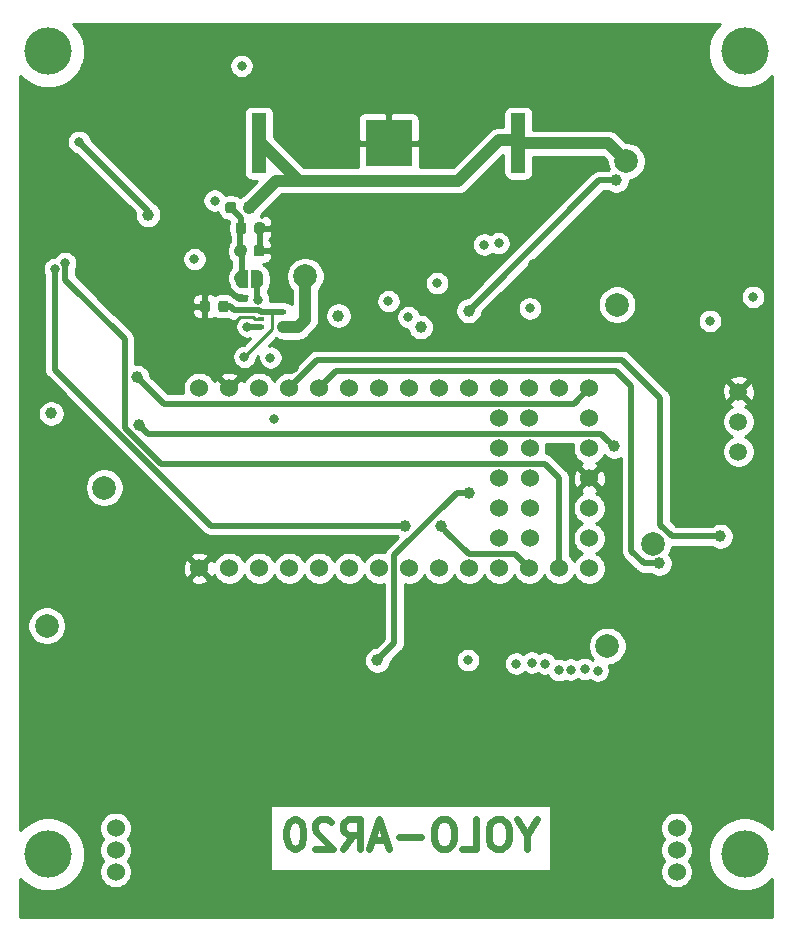
<source format=gbl>
G04 #@! TF.GenerationSoftware,KiCad,Pcbnew,(5.1.4)-1*
G04 #@! TF.CreationDate,2019-12-09T14:47:42+01:00*
G04 #@! TF.ProjectId,teensy4_header_breakout,7465656e-7379-4345-9f68-65616465725f,rev?*
G04 #@! TF.SameCoordinates,Original*
G04 #@! TF.FileFunction,Copper,L4,Bot*
G04 #@! TF.FilePolarity,Positive*
%FSLAX46Y46*%
G04 Gerber Fmt 4.6, Leading zero omitted, Abs format (unit mm)*
G04 Created by KiCad (PCBNEW (5.1.4)-1) date 2019-12-09 14:47:42*
%MOMM*%
%LPD*%
G04 APERTURE LIST*
%ADD10C,0.625000*%
%ADD11C,1.524000*%
%ADD12C,0.100000*%
%ADD13C,0.875000*%
%ADD14R,0.500000X0.400000*%
%ADD15C,0.500000*%
%ADD16C,4.000000*%
%ADD17C,1.500000*%
%ADD18R,1.270000X5.080000*%
%ADD19R,3.960000X3.960000*%
%ADD20C,0.800000*%
%ADD21C,1.000000*%
%ADD22C,2.000000*%
%ADD23C,0.250000*%
%ADD24C,1.000000*%
%ADD25C,0.500000*%
%ADD26C,0.254000*%
G04 APERTURE END LIST*
D10*
X154142792Y-140981596D02*
X154142792Y-142172072D01*
X154976125Y-139672072D02*
X154142792Y-140981596D01*
X153309459Y-139672072D01*
X151999935Y-139672072D02*
X151523744Y-139672072D01*
X151285649Y-139791120D01*
X151047554Y-140029215D01*
X150928506Y-140505405D01*
X150928506Y-141338739D01*
X151047554Y-141814929D01*
X151285649Y-142053024D01*
X151523744Y-142172072D01*
X151999935Y-142172072D01*
X152238030Y-142053024D01*
X152476125Y-141814929D01*
X152595173Y-141338739D01*
X152595173Y-140505405D01*
X152476125Y-140029215D01*
X152238030Y-139791120D01*
X151999935Y-139672072D01*
X148666601Y-142172072D02*
X149857078Y-142172072D01*
X149857078Y-139672072D01*
X147357078Y-139672072D02*
X146880887Y-139672072D01*
X146642792Y-139791120D01*
X146404697Y-140029215D01*
X146285649Y-140505405D01*
X146285649Y-141338739D01*
X146404697Y-141814929D01*
X146642792Y-142053024D01*
X146880887Y-142172072D01*
X147357078Y-142172072D01*
X147595173Y-142053024D01*
X147833268Y-141814929D01*
X147952316Y-141338739D01*
X147952316Y-140505405D01*
X147833268Y-140029215D01*
X147595173Y-139791120D01*
X147357078Y-139672072D01*
X145214220Y-141219691D02*
X143309459Y-141219691D01*
X142238030Y-141457786D02*
X141047554Y-141457786D01*
X142476125Y-142172072D02*
X141642792Y-139672072D01*
X140809459Y-142172072D01*
X138547554Y-142172072D02*
X139380887Y-140981596D01*
X139976125Y-142172072D02*
X139976125Y-139672072D01*
X139023744Y-139672072D01*
X138785649Y-139791120D01*
X138666601Y-139910167D01*
X138547554Y-140148262D01*
X138547554Y-140505405D01*
X138666601Y-140743500D01*
X138785649Y-140862548D01*
X139023744Y-140981596D01*
X139976125Y-140981596D01*
X137595173Y-139910167D02*
X137476125Y-139791120D01*
X137238030Y-139672072D01*
X136642792Y-139672072D01*
X136404697Y-139791120D01*
X136285649Y-139910167D01*
X136166601Y-140148262D01*
X136166601Y-140386358D01*
X136285649Y-140743500D01*
X137714220Y-142172072D01*
X136166601Y-142172072D01*
X134618982Y-139672072D02*
X134380887Y-139672072D01*
X134142792Y-139791120D01*
X134023744Y-139910167D01*
X133904697Y-140148262D01*
X133785649Y-140624453D01*
X133785649Y-141219691D01*
X133904697Y-141695881D01*
X134023744Y-141933977D01*
X134142792Y-142053024D01*
X134380887Y-142172072D01*
X134618982Y-142172072D01*
X134857078Y-142053024D01*
X134976125Y-141933977D01*
X135095173Y-141695881D01*
X135214220Y-141219691D01*
X135214220Y-140624453D01*
X135095173Y-140148262D01*
X134976125Y-139910167D01*
X134857078Y-139791120D01*
X134618982Y-139672072D01*
D11*
X166809900Y-144121160D03*
X119309900Y-144121160D03*
X166809900Y-142271160D03*
X119309900Y-142271160D03*
X166809900Y-140421160D03*
X119309900Y-140421160D03*
D12*
G36*
X127118071Y-95771733D02*
G01*
X127139306Y-95774883D01*
X127160130Y-95780099D01*
X127180342Y-95787331D01*
X127199748Y-95796510D01*
X127218161Y-95807546D01*
X127235404Y-95820334D01*
X127251310Y-95834750D01*
X127265726Y-95850656D01*
X127278514Y-95867899D01*
X127289550Y-95886312D01*
X127298729Y-95905718D01*
X127305961Y-95925930D01*
X127311177Y-95946754D01*
X127314327Y-95967989D01*
X127315380Y-95989430D01*
X127315380Y-96501930D01*
X127314327Y-96523371D01*
X127311177Y-96544606D01*
X127305961Y-96565430D01*
X127298729Y-96585642D01*
X127289550Y-96605048D01*
X127278514Y-96623461D01*
X127265726Y-96640704D01*
X127251310Y-96656610D01*
X127235404Y-96671026D01*
X127218161Y-96683814D01*
X127199748Y-96694850D01*
X127180342Y-96704029D01*
X127160130Y-96711261D01*
X127139306Y-96716477D01*
X127118071Y-96719627D01*
X127096630Y-96720680D01*
X126659130Y-96720680D01*
X126637689Y-96719627D01*
X126616454Y-96716477D01*
X126595630Y-96711261D01*
X126575418Y-96704029D01*
X126556012Y-96694850D01*
X126537599Y-96683814D01*
X126520356Y-96671026D01*
X126504450Y-96656610D01*
X126490034Y-96640704D01*
X126477246Y-96623461D01*
X126466210Y-96605048D01*
X126457031Y-96585642D01*
X126449799Y-96565430D01*
X126444583Y-96544606D01*
X126441433Y-96523371D01*
X126440380Y-96501930D01*
X126440380Y-95989430D01*
X126441433Y-95967989D01*
X126444583Y-95946754D01*
X126449799Y-95925930D01*
X126457031Y-95905718D01*
X126466210Y-95886312D01*
X126477246Y-95867899D01*
X126490034Y-95850656D01*
X126504450Y-95834750D01*
X126520356Y-95820334D01*
X126537599Y-95807546D01*
X126556012Y-95796510D01*
X126575418Y-95787331D01*
X126595630Y-95780099D01*
X126616454Y-95774883D01*
X126637689Y-95771733D01*
X126659130Y-95770680D01*
X127096630Y-95770680D01*
X127118071Y-95771733D01*
X127118071Y-95771733D01*
G37*
D13*
X126877880Y-96245680D03*
D12*
G36*
X128693071Y-95771733D02*
G01*
X128714306Y-95774883D01*
X128735130Y-95780099D01*
X128755342Y-95787331D01*
X128774748Y-95796510D01*
X128793161Y-95807546D01*
X128810404Y-95820334D01*
X128826310Y-95834750D01*
X128840726Y-95850656D01*
X128853514Y-95867899D01*
X128864550Y-95886312D01*
X128873729Y-95905718D01*
X128880961Y-95925930D01*
X128886177Y-95946754D01*
X128889327Y-95967989D01*
X128890380Y-95989430D01*
X128890380Y-96501930D01*
X128889327Y-96523371D01*
X128886177Y-96544606D01*
X128880961Y-96565430D01*
X128873729Y-96585642D01*
X128864550Y-96605048D01*
X128853514Y-96623461D01*
X128840726Y-96640704D01*
X128826310Y-96656610D01*
X128810404Y-96671026D01*
X128793161Y-96683814D01*
X128774748Y-96694850D01*
X128755342Y-96704029D01*
X128735130Y-96711261D01*
X128714306Y-96716477D01*
X128693071Y-96719627D01*
X128671630Y-96720680D01*
X128234130Y-96720680D01*
X128212689Y-96719627D01*
X128191454Y-96716477D01*
X128170630Y-96711261D01*
X128150418Y-96704029D01*
X128131012Y-96694850D01*
X128112599Y-96683814D01*
X128095356Y-96671026D01*
X128079450Y-96656610D01*
X128065034Y-96640704D01*
X128052246Y-96623461D01*
X128041210Y-96605048D01*
X128032031Y-96585642D01*
X128024799Y-96565430D01*
X128019583Y-96544606D01*
X128016433Y-96523371D01*
X128015380Y-96501930D01*
X128015380Y-95989430D01*
X128016433Y-95967989D01*
X128019583Y-95946754D01*
X128024799Y-95925930D01*
X128032031Y-95905718D01*
X128041210Y-95886312D01*
X128052246Y-95867899D01*
X128065034Y-95850656D01*
X128079450Y-95834750D01*
X128095356Y-95820334D01*
X128112599Y-95807546D01*
X128131012Y-95796510D01*
X128150418Y-95787331D01*
X128170630Y-95780099D01*
X128191454Y-95774883D01*
X128212689Y-95771733D01*
X128234130Y-95770680D01*
X128671630Y-95770680D01*
X128693071Y-95771733D01*
X128693071Y-95771733D01*
G37*
D13*
X128452880Y-96245680D03*
D14*
X133517640Y-96708440D03*
X131617640Y-96708440D03*
X131617640Y-97358440D03*
X133517640Y-98008440D03*
X131617640Y-98008440D03*
D12*
G36*
X131751431Y-89147413D02*
G01*
X131772666Y-89150563D01*
X131793490Y-89155779D01*
X131813702Y-89163011D01*
X131833108Y-89172190D01*
X131851521Y-89183226D01*
X131868764Y-89196014D01*
X131884670Y-89210430D01*
X131899086Y-89226336D01*
X131911874Y-89243579D01*
X131922910Y-89261992D01*
X131932089Y-89281398D01*
X131939321Y-89301610D01*
X131944537Y-89322434D01*
X131947687Y-89343669D01*
X131948740Y-89365110D01*
X131948740Y-89877610D01*
X131947687Y-89899051D01*
X131944537Y-89920286D01*
X131939321Y-89941110D01*
X131932089Y-89961322D01*
X131922910Y-89980728D01*
X131911874Y-89999141D01*
X131899086Y-90016384D01*
X131884670Y-90032290D01*
X131868764Y-90046706D01*
X131851521Y-90059494D01*
X131833108Y-90070530D01*
X131813702Y-90079709D01*
X131793490Y-90086941D01*
X131772666Y-90092157D01*
X131751431Y-90095307D01*
X131729990Y-90096360D01*
X131292490Y-90096360D01*
X131271049Y-90095307D01*
X131249814Y-90092157D01*
X131228990Y-90086941D01*
X131208778Y-90079709D01*
X131189372Y-90070530D01*
X131170959Y-90059494D01*
X131153716Y-90046706D01*
X131137810Y-90032290D01*
X131123394Y-90016384D01*
X131110606Y-89999141D01*
X131099570Y-89980728D01*
X131090391Y-89961322D01*
X131083159Y-89941110D01*
X131077943Y-89920286D01*
X131074793Y-89899051D01*
X131073740Y-89877610D01*
X131073740Y-89365110D01*
X131074793Y-89343669D01*
X131077943Y-89322434D01*
X131083159Y-89301610D01*
X131090391Y-89281398D01*
X131099570Y-89261992D01*
X131110606Y-89243579D01*
X131123394Y-89226336D01*
X131137810Y-89210430D01*
X131153716Y-89196014D01*
X131170959Y-89183226D01*
X131189372Y-89172190D01*
X131208778Y-89163011D01*
X131228990Y-89155779D01*
X131249814Y-89150563D01*
X131271049Y-89147413D01*
X131292490Y-89146360D01*
X131729990Y-89146360D01*
X131751431Y-89147413D01*
X131751431Y-89147413D01*
G37*
D13*
X131511240Y-89621360D03*
D12*
G36*
X130176431Y-89147413D02*
G01*
X130197666Y-89150563D01*
X130218490Y-89155779D01*
X130238702Y-89163011D01*
X130258108Y-89172190D01*
X130276521Y-89183226D01*
X130293764Y-89196014D01*
X130309670Y-89210430D01*
X130324086Y-89226336D01*
X130336874Y-89243579D01*
X130347910Y-89261992D01*
X130357089Y-89281398D01*
X130364321Y-89301610D01*
X130369537Y-89322434D01*
X130372687Y-89343669D01*
X130373740Y-89365110D01*
X130373740Y-89877610D01*
X130372687Y-89899051D01*
X130369537Y-89920286D01*
X130364321Y-89941110D01*
X130357089Y-89961322D01*
X130347910Y-89980728D01*
X130336874Y-89999141D01*
X130324086Y-90016384D01*
X130309670Y-90032290D01*
X130293764Y-90046706D01*
X130276521Y-90059494D01*
X130258108Y-90070530D01*
X130238702Y-90079709D01*
X130218490Y-90086941D01*
X130197666Y-90092157D01*
X130176431Y-90095307D01*
X130154990Y-90096360D01*
X129717490Y-90096360D01*
X129696049Y-90095307D01*
X129674814Y-90092157D01*
X129653990Y-90086941D01*
X129633778Y-90079709D01*
X129614372Y-90070530D01*
X129595959Y-90059494D01*
X129578716Y-90046706D01*
X129562810Y-90032290D01*
X129548394Y-90016384D01*
X129535606Y-89999141D01*
X129524570Y-89980728D01*
X129515391Y-89961322D01*
X129508159Y-89941110D01*
X129502943Y-89920286D01*
X129499793Y-89899051D01*
X129498740Y-89877610D01*
X129498740Y-89365110D01*
X129499793Y-89343669D01*
X129502943Y-89322434D01*
X129508159Y-89301610D01*
X129515391Y-89281398D01*
X129524570Y-89261992D01*
X129535606Y-89243579D01*
X129548394Y-89226336D01*
X129562810Y-89210430D01*
X129578716Y-89196014D01*
X129595959Y-89183226D01*
X129614372Y-89172190D01*
X129633778Y-89163011D01*
X129653990Y-89155779D01*
X129674814Y-89150563D01*
X129696049Y-89147413D01*
X129717490Y-89146360D01*
X130154990Y-89146360D01*
X130176431Y-89147413D01*
X130176431Y-89147413D01*
G37*
D13*
X129936240Y-89621360D03*
D12*
G36*
X129297491Y-87410053D02*
G01*
X129318726Y-87413203D01*
X129339550Y-87418419D01*
X129359762Y-87425651D01*
X129379168Y-87434830D01*
X129397581Y-87445866D01*
X129414824Y-87458654D01*
X129430730Y-87473070D01*
X129445146Y-87488976D01*
X129457934Y-87506219D01*
X129468970Y-87524632D01*
X129478149Y-87544038D01*
X129485381Y-87564250D01*
X129490597Y-87585074D01*
X129493747Y-87606309D01*
X129494800Y-87627750D01*
X129494800Y-88140250D01*
X129493747Y-88161691D01*
X129490597Y-88182926D01*
X129485381Y-88203750D01*
X129478149Y-88223962D01*
X129468970Y-88243368D01*
X129457934Y-88261781D01*
X129445146Y-88279024D01*
X129430730Y-88294930D01*
X129414824Y-88309346D01*
X129397581Y-88322134D01*
X129379168Y-88333170D01*
X129359762Y-88342349D01*
X129339550Y-88349581D01*
X129318726Y-88354797D01*
X129297491Y-88357947D01*
X129276050Y-88359000D01*
X128838550Y-88359000D01*
X128817109Y-88357947D01*
X128795874Y-88354797D01*
X128775050Y-88349581D01*
X128754838Y-88342349D01*
X128735432Y-88333170D01*
X128717019Y-88322134D01*
X128699776Y-88309346D01*
X128683870Y-88294930D01*
X128669454Y-88279024D01*
X128656666Y-88261781D01*
X128645630Y-88243368D01*
X128636451Y-88223962D01*
X128629219Y-88203750D01*
X128624003Y-88182926D01*
X128620853Y-88161691D01*
X128619800Y-88140250D01*
X128619800Y-87627750D01*
X128620853Y-87606309D01*
X128624003Y-87585074D01*
X128629219Y-87564250D01*
X128636451Y-87544038D01*
X128645630Y-87524632D01*
X128656666Y-87506219D01*
X128669454Y-87488976D01*
X128683870Y-87473070D01*
X128699776Y-87458654D01*
X128717019Y-87445866D01*
X128735432Y-87434830D01*
X128754838Y-87425651D01*
X128775050Y-87418419D01*
X128795874Y-87413203D01*
X128817109Y-87410053D01*
X128838550Y-87409000D01*
X129276050Y-87409000D01*
X129297491Y-87410053D01*
X129297491Y-87410053D01*
G37*
D13*
X129057300Y-87884000D03*
D12*
G36*
X130872491Y-87410053D02*
G01*
X130893726Y-87413203D01*
X130914550Y-87418419D01*
X130934762Y-87425651D01*
X130954168Y-87434830D01*
X130972581Y-87445866D01*
X130989824Y-87458654D01*
X131005730Y-87473070D01*
X131020146Y-87488976D01*
X131032934Y-87506219D01*
X131043970Y-87524632D01*
X131053149Y-87544038D01*
X131060381Y-87564250D01*
X131065597Y-87585074D01*
X131068747Y-87606309D01*
X131069800Y-87627750D01*
X131069800Y-88140250D01*
X131068747Y-88161691D01*
X131065597Y-88182926D01*
X131060381Y-88203750D01*
X131053149Y-88223962D01*
X131043970Y-88243368D01*
X131032934Y-88261781D01*
X131020146Y-88279024D01*
X131005730Y-88294930D01*
X130989824Y-88309346D01*
X130972581Y-88322134D01*
X130954168Y-88333170D01*
X130934762Y-88342349D01*
X130914550Y-88349581D01*
X130893726Y-88354797D01*
X130872491Y-88357947D01*
X130851050Y-88359000D01*
X130413550Y-88359000D01*
X130392109Y-88357947D01*
X130370874Y-88354797D01*
X130350050Y-88349581D01*
X130329838Y-88342349D01*
X130310432Y-88333170D01*
X130292019Y-88322134D01*
X130274776Y-88309346D01*
X130258870Y-88294930D01*
X130244454Y-88279024D01*
X130231666Y-88261781D01*
X130220630Y-88243368D01*
X130211451Y-88223962D01*
X130204219Y-88203750D01*
X130199003Y-88182926D01*
X130195853Y-88161691D01*
X130194800Y-88140250D01*
X130194800Y-87627750D01*
X130195853Y-87606309D01*
X130199003Y-87585074D01*
X130204219Y-87564250D01*
X130211451Y-87544038D01*
X130220630Y-87524632D01*
X130231666Y-87506219D01*
X130244454Y-87488976D01*
X130258870Y-87473070D01*
X130274776Y-87458654D01*
X130292019Y-87445866D01*
X130310432Y-87434830D01*
X130329838Y-87425651D01*
X130350050Y-87418419D01*
X130370874Y-87413203D01*
X130392109Y-87410053D01*
X130413550Y-87409000D01*
X130851050Y-87409000D01*
X130872491Y-87410053D01*
X130872491Y-87410053D01*
G37*
D13*
X130632300Y-87884000D03*
D15*
X130002760Y-93944440D03*
D12*
G36*
X130002760Y-94693838D02*
G01*
X129978226Y-94693838D01*
X129929395Y-94689028D01*
X129881270Y-94679456D01*
X129834315Y-94665212D01*
X129788982Y-94646435D01*
X129745709Y-94623304D01*
X129704910Y-94596044D01*
X129666981Y-94564916D01*
X129632284Y-94530219D01*
X129601156Y-94492290D01*
X129573896Y-94451491D01*
X129550765Y-94408218D01*
X129531988Y-94362885D01*
X129517744Y-94315930D01*
X129508172Y-94267805D01*
X129503362Y-94218974D01*
X129503362Y-94194440D01*
X129502760Y-94194440D01*
X129502760Y-93694440D01*
X129503362Y-93694440D01*
X129503362Y-93669906D01*
X129508172Y-93621075D01*
X129517744Y-93572950D01*
X129531988Y-93525995D01*
X129550765Y-93480662D01*
X129573896Y-93437389D01*
X129601156Y-93396590D01*
X129632284Y-93358661D01*
X129666981Y-93323964D01*
X129704910Y-93292836D01*
X129745709Y-93265576D01*
X129788982Y-93242445D01*
X129834315Y-93223668D01*
X129881270Y-93209424D01*
X129929395Y-93199852D01*
X129978226Y-93195042D01*
X130002760Y-93195042D01*
X130002760Y-93194440D01*
X130502760Y-93194440D01*
X130502760Y-94694440D01*
X130002760Y-94694440D01*
X130002760Y-94693838D01*
X130002760Y-94693838D01*
G37*
D15*
X131302760Y-93944440D03*
D12*
G36*
X130802760Y-93194440D02*
G01*
X131302760Y-93194440D01*
X131302760Y-93195042D01*
X131327294Y-93195042D01*
X131376125Y-93199852D01*
X131424250Y-93209424D01*
X131471205Y-93223668D01*
X131516538Y-93242445D01*
X131559811Y-93265576D01*
X131600610Y-93292836D01*
X131638539Y-93323964D01*
X131673236Y-93358661D01*
X131704364Y-93396590D01*
X131731624Y-93437389D01*
X131754755Y-93480662D01*
X131773532Y-93525995D01*
X131787776Y-93572950D01*
X131797348Y-93621075D01*
X131802158Y-93669906D01*
X131802158Y-93694440D01*
X131802760Y-93694440D01*
X131802760Y-94194440D01*
X131802158Y-94194440D01*
X131802158Y-94218974D01*
X131797348Y-94267805D01*
X131787776Y-94315930D01*
X131773532Y-94362885D01*
X131754755Y-94408218D01*
X131731624Y-94451491D01*
X131704364Y-94492290D01*
X131673236Y-94530219D01*
X131638539Y-94564916D01*
X131600610Y-94596044D01*
X131559811Y-94623304D01*
X131516538Y-94646435D01*
X131471205Y-94665212D01*
X131424250Y-94679456D01*
X131376125Y-94689028D01*
X131327294Y-94693838D01*
X131302760Y-94693838D01*
X131302760Y-94694440D01*
X130802760Y-94694440D01*
X130802760Y-93194440D01*
X130802760Y-93194440D01*
G37*
G36*
X131700631Y-91077813D02*
G01*
X131721866Y-91080963D01*
X131742690Y-91086179D01*
X131762902Y-91093411D01*
X131782308Y-91102590D01*
X131800721Y-91113626D01*
X131817964Y-91126414D01*
X131833870Y-91140830D01*
X131848286Y-91156736D01*
X131861074Y-91173979D01*
X131872110Y-91192392D01*
X131881289Y-91211798D01*
X131888521Y-91232010D01*
X131893737Y-91252834D01*
X131896887Y-91274069D01*
X131897940Y-91295510D01*
X131897940Y-91808010D01*
X131896887Y-91829451D01*
X131893737Y-91850686D01*
X131888521Y-91871510D01*
X131881289Y-91891722D01*
X131872110Y-91911128D01*
X131861074Y-91929541D01*
X131848286Y-91946784D01*
X131833870Y-91962690D01*
X131817964Y-91977106D01*
X131800721Y-91989894D01*
X131782308Y-92000930D01*
X131762902Y-92010109D01*
X131742690Y-92017341D01*
X131721866Y-92022557D01*
X131700631Y-92025707D01*
X131679190Y-92026760D01*
X131241690Y-92026760D01*
X131220249Y-92025707D01*
X131199014Y-92022557D01*
X131178190Y-92017341D01*
X131157978Y-92010109D01*
X131138572Y-92000930D01*
X131120159Y-91989894D01*
X131102916Y-91977106D01*
X131087010Y-91962690D01*
X131072594Y-91946784D01*
X131059806Y-91929541D01*
X131048770Y-91911128D01*
X131039591Y-91891722D01*
X131032359Y-91871510D01*
X131027143Y-91850686D01*
X131023993Y-91829451D01*
X131022940Y-91808010D01*
X131022940Y-91295510D01*
X131023993Y-91274069D01*
X131027143Y-91252834D01*
X131032359Y-91232010D01*
X131039591Y-91211798D01*
X131048770Y-91192392D01*
X131059806Y-91173979D01*
X131072594Y-91156736D01*
X131087010Y-91140830D01*
X131102916Y-91126414D01*
X131120159Y-91113626D01*
X131138572Y-91102590D01*
X131157978Y-91093411D01*
X131178190Y-91086179D01*
X131199014Y-91080963D01*
X131220249Y-91077813D01*
X131241690Y-91076760D01*
X131679190Y-91076760D01*
X131700631Y-91077813D01*
X131700631Y-91077813D01*
G37*
D13*
X131460440Y-91551760D03*
D12*
G36*
X130125631Y-91077813D02*
G01*
X130146866Y-91080963D01*
X130167690Y-91086179D01*
X130187902Y-91093411D01*
X130207308Y-91102590D01*
X130225721Y-91113626D01*
X130242964Y-91126414D01*
X130258870Y-91140830D01*
X130273286Y-91156736D01*
X130286074Y-91173979D01*
X130297110Y-91192392D01*
X130306289Y-91211798D01*
X130313521Y-91232010D01*
X130318737Y-91252834D01*
X130321887Y-91274069D01*
X130322940Y-91295510D01*
X130322940Y-91808010D01*
X130321887Y-91829451D01*
X130318737Y-91850686D01*
X130313521Y-91871510D01*
X130306289Y-91891722D01*
X130297110Y-91911128D01*
X130286074Y-91929541D01*
X130273286Y-91946784D01*
X130258870Y-91962690D01*
X130242964Y-91977106D01*
X130225721Y-91989894D01*
X130207308Y-92000930D01*
X130187902Y-92010109D01*
X130167690Y-92017341D01*
X130146866Y-92022557D01*
X130125631Y-92025707D01*
X130104190Y-92026760D01*
X129666690Y-92026760D01*
X129645249Y-92025707D01*
X129624014Y-92022557D01*
X129603190Y-92017341D01*
X129582978Y-92010109D01*
X129563572Y-92000930D01*
X129545159Y-91989894D01*
X129527916Y-91977106D01*
X129512010Y-91962690D01*
X129497594Y-91946784D01*
X129484806Y-91929541D01*
X129473770Y-91911128D01*
X129464591Y-91891722D01*
X129457359Y-91871510D01*
X129452143Y-91850686D01*
X129448993Y-91829451D01*
X129447940Y-91808010D01*
X129447940Y-91295510D01*
X129448993Y-91274069D01*
X129452143Y-91252834D01*
X129457359Y-91232010D01*
X129464591Y-91211798D01*
X129473770Y-91192392D01*
X129484806Y-91173979D01*
X129497594Y-91156736D01*
X129512010Y-91140830D01*
X129527916Y-91126414D01*
X129545159Y-91113626D01*
X129563572Y-91102590D01*
X129582978Y-91093411D01*
X129603190Y-91086179D01*
X129624014Y-91080963D01*
X129645249Y-91077813D01*
X129666690Y-91076760D01*
X130104190Y-91076760D01*
X130125631Y-91077813D01*
X130125631Y-91077813D01*
G37*
D13*
X129885440Y-91551760D03*
D11*
X151795480Y-105722420D03*
X151795480Y-108262420D03*
X151795480Y-110802420D03*
X151795480Y-113342420D03*
X151795480Y-115882420D03*
X154335480Y-105722420D03*
X154395480Y-108262420D03*
X154395480Y-110802420D03*
X154395480Y-113342420D03*
X154395480Y-115882420D03*
X159415480Y-105722420D03*
X159415480Y-108262420D03*
X159415480Y-110802420D03*
X159415480Y-113342420D03*
X159415480Y-115882420D03*
X159415480Y-103182420D03*
X159415480Y-118422420D03*
X156875480Y-103182420D03*
X156875480Y-118422420D03*
X154335480Y-103182420D03*
X154335480Y-118422420D03*
X151795480Y-103182420D03*
X151795480Y-118422420D03*
X149255480Y-103182420D03*
X149255480Y-118422420D03*
X146715480Y-103182420D03*
X146715480Y-118422420D03*
X144175480Y-103182420D03*
X144175480Y-118422420D03*
X141635480Y-103182420D03*
X141635480Y-118422420D03*
X139095480Y-103182420D03*
X139095480Y-118422420D03*
X136555480Y-103182420D03*
X136555480Y-118422420D03*
X134015480Y-103182420D03*
X134015480Y-118422420D03*
X131475480Y-103182420D03*
X131475480Y-118422420D03*
X128935480Y-103182420D03*
X128935480Y-118422420D03*
X126395480Y-103182420D03*
X126395480Y-118422420D03*
D16*
X172580090Y-142643600D03*
X113596680Y-142643600D03*
X172580090Y-74643240D03*
X113596680Y-74643240D03*
D17*
X172054520Y-106004360D03*
X172054520Y-108544360D03*
X172054520Y-103464360D03*
D18*
X131450580Y-82428080D03*
X153420580Y-82428080D03*
D19*
X142435580Y-82428080D03*
D20*
X114823240Y-119872760D03*
X158551880Y-96799400D03*
X154655520Y-92704920D03*
X156530040Y-77271880D03*
X160101280Y-77378560D03*
X166004240Y-77962760D03*
X172653960Y-79928720D03*
X173893480Y-84175600D03*
X166999920Y-96596200D03*
X166502080Y-99954080D03*
X167497760Y-101925120D03*
X173908720Y-114310160D03*
X173847760Y-118587520D03*
X173126400Y-124444760D03*
X172440600Y-129260600D03*
X169382440Y-125069600D03*
X172745400Y-134325360D03*
X113583720Y-132237480D03*
X118165880Y-129199640D03*
X114081560Y-127934720D03*
X112496600Y-105831640D03*
X125877320Y-78577440D03*
X126365000Y-80751680D03*
X131536440Y-73461880D03*
X154818080Y-74716640D03*
X164500560Y-74767440D03*
X134426272Y-101439080D03*
X154411680Y-78750160D03*
X144531080Y-87858600D03*
X153482040Y-88153240D03*
X170205400Y-88158320D03*
X114912140Y-82928460D03*
X128849120Y-98163190D03*
D21*
X113855500Y-105321100D03*
D22*
X162570160Y-83972400D03*
D20*
X132420360Y-100589080D03*
X129984500Y-75890120D03*
D21*
X170522900Y-115717320D03*
D22*
X164807900Y-116400020D03*
X118353840Y-111589820D03*
X161764158Y-96102679D03*
X135377353Y-93703280D03*
D21*
X165346956Y-118012294D03*
X121113209Y-102225070D03*
X121315480Y-106288840D03*
X161536380Y-108112560D03*
D20*
X116227860Y-82331560D03*
D21*
X122063219Y-88484419D03*
D20*
X115041680Y-92583000D03*
D21*
X146827240Y-114818160D03*
X143819880Y-114815620D03*
D20*
X114167392Y-93088753D03*
X142417800Y-95813880D03*
X144109452Y-97153360D03*
D21*
X145140730Y-98003360D03*
X138181080Y-97033080D03*
D22*
X160947100Y-125006100D03*
X113477040Y-123291600D03*
D21*
X141480540Y-126206100D03*
X149250400Y-112059720D03*
D20*
X130228340Y-100525580D03*
X132741670Y-105817670D03*
X149138640Y-126207520D03*
X127706120Y-87299800D03*
X125984000Y-92242640D03*
X153228040Y-126492000D03*
X146537680Y-94284800D03*
X154564080Y-126405640D03*
X155666440Y-126492000D03*
X150520400Y-91013280D03*
D21*
X161693860Y-85575140D03*
X149216446Y-96618126D03*
D20*
X156845000Y-127050800D03*
X151739600Y-90901520D03*
X154396440Y-96413320D03*
X157843504Y-126996088D03*
X159024320Y-126949200D03*
X169621200Y-97475040D03*
X160136840Y-127086360D03*
X173283880Y-95437960D03*
X131364007Y-95726343D03*
X130472180Y-97962720D03*
D23*
X130910558Y-97151358D02*
X129860952Y-97151358D01*
X129249119Y-97763191D02*
X128849120Y-98163190D01*
X129860952Y-97151358D02*
X129249119Y-97763191D01*
X131117640Y-97358440D02*
X130910558Y-97151358D01*
X131617640Y-97358440D02*
X131117640Y-97358440D01*
D24*
X151750000Y-82200000D02*
X148344380Y-85605620D01*
X153385000Y-82200000D02*
X151750000Y-82200000D01*
X148344380Y-85605620D02*
X148344380Y-85605620D01*
X134820620Y-85605620D02*
X131415000Y-82200000D01*
X135394700Y-85605620D02*
X134820620Y-85605620D01*
X135887460Y-85605620D02*
X135394700Y-85605620D01*
X148344380Y-85605620D02*
X135887460Y-85605620D01*
X132910680Y-85605620D02*
X130632300Y-87884000D01*
X134820620Y-85605620D02*
X132910680Y-85605620D01*
X161570161Y-82972401D02*
X162570160Y-83972400D01*
X153420580Y-82428080D02*
X161025840Y-82428080D01*
X161025840Y-82428080D02*
X161570161Y-82972401D01*
D25*
X134020000Y-103160000D02*
X136380100Y-100799900D01*
X136380100Y-100799900D02*
X162227260Y-100799900D01*
X162227260Y-100799900D02*
X165427660Y-104000300D01*
X165427660Y-104000300D02*
X165427660Y-114726720D01*
X165427660Y-114726720D02*
X166418260Y-115717320D01*
X166418260Y-115717320D02*
X170522900Y-115717320D01*
D24*
X134767640Y-98008440D02*
X133517640Y-98008440D01*
X135377353Y-97398727D02*
X134767640Y-98008440D01*
X135377353Y-93703280D02*
X135377353Y-97398727D01*
D25*
X164037094Y-118012294D02*
X165346956Y-118012294D01*
X162986720Y-116961920D02*
X164037094Y-118012294D01*
X136560000Y-103160000D02*
X138008240Y-101711760D01*
X138008240Y-101711760D02*
X149247860Y-101711760D01*
X149247860Y-101711760D02*
X149265640Y-101693980D01*
X161721800Y-101693980D02*
X162986720Y-102958900D01*
X149265640Y-101693980D02*
X161721800Y-101693980D01*
X162986720Y-102958900D02*
X162986720Y-116961920D01*
X123376138Y-104487999D02*
X158109901Y-104487999D01*
X121113209Y-102225070D02*
X123376138Y-104487999D01*
X158109901Y-104487999D02*
X159415480Y-103182420D01*
X121315480Y-106288840D02*
X122054639Y-107027999D01*
X122054639Y-107027999D02*
X160451819Y-107027999D01*
X161036381Y-107612561D02*
X161536380Y-108112560D01*
X160451819Y-107027999D02*
X161036381Y-107612561D01*
X116227860Y-82331560D02*
X122063219Y-88166919D01*
X122063219Y-88166919D02*
X122063219Y-88484419D01*
X155674079Y-109567999D02*
X123120055Y-109567999D01*
X123120055Y-109567999D02*
X120081081Y-106529025D01*
X156875480Y-118422420D02*
X156875480Y-110769400D01*
X156875480Y-110769400D02*
X155674079Y-109567999D01*
X120081081Y-106529025D02*
X120081081Y-99019319D01*
X120081081Y-99019319D02*
X115041680Y-93979918D01*
X115041680Y-93148685D02*
X115041680Y-92583000D01*
X115041680Y-93979918D02*
X115041680Y-93148685D01*
X147327239Y-115318159D02*
X146827240Y-114818160D01*
X149197079Y-117187999D02*
X147327239Y-115318159D01*
X153127999Y-117187999D02*
X149197079Y-117187999D01*
X154335480Y-118422420D02*
X154335480Y-118395480D01*
X154335480Y-118395480D02*
X153127999Y-117187999D01*
X114167392Y-101614712D02*
X114167392Y-93654438D01*
X143819880Y-114815620D02*
X127368300Y-114815620D01*
X127368300Y-114815620D02*
X114167392Y-101614712D01*
X114167392Y-93654438D02*
X114167392Y-93088753D01*
X148179676Y-112059720D02*
X148543294Y-112059720D01*
X148543294Y-112059720D02*
X149250400Y-112059720D01*
X141480540Y-126206100D02*
X142908020Y-124778620D01*
X142908020Y-124778620D02*
X142908020Y-117331376D01*
X142908020Y-117331376D02*
X148179676Y-112059720D01*
X132573240Y-96708440D02*
X131617640Y-96708440D01*
X133517640Y-96708440D02*
X132573240Y-96708440D01*
X131617640Y-96708440D02*
X131485547Y-96576347D01*
X129321047Y-96576347D02*
X128990380Y-96245680D01*
X128990380Y-96245680D02*
X128452880Y-96245680D01*
X131485547Y-96576347D02*
X129321047Y-96576347D01*
D23*
X130628339Y-100125581D02*
X130228340Y-100525580D01*
X132573240Y-98180680D02*
X130628339Y-100125581D01*
X132573240Y-96708440D02*
X132573240Y-98180680D01*
D25*
X160259432Y-85575140D02*
X149716445Y-96118127D01*
X149716445Y-96118127D02*
X149216446Y-96618126D01*
X161693860Y-85575140D02*
X160259432Y-85575140D01*
D24*
X129936240Y-91500960D02*
X129885440Y-91551760D01*
X129885440Y-93827120D02*
X130002760Y-93944440D01*
D25*
X130002760Y-91669080D02*
X129885440Y-91551760D01*
X130002760Y-93944440D02*
X130002760Y-91669080D01*
X129885440Y-89672160D02*
X129936240Y-89621360D01*
X129885440Y-91551760D02*
X129885440Y-89672160D01*
X129936240Y-88762940D02*
X129057300Y-87884000D01*
X129936240Y-89621360D02*
X129936240Y-88762940D01*
X131302760Y-93944440D02*
X131302760Y-95665096D01*
X130517900Y-98008440D02*
X130472180Y-97962720D01*
X131617640Y-98008440D02*
X130517900Y-98008440D01*
X131302760Y-95665096D02*
X131364007Y-95726343D01*
D26*
G36*
X170151191Y-72649894D02*
G01*
X169808979Y-73162050D01*
X169573259Y-73731128D01*
X169453090Y-74335257D01*
X169453090Y-74951223D01*
X169573259Y-75555352D01*
X169808979Y-76124430D01*
X170151191Y-76636586D01*
X170586744Y-77072139D01*
X171098900Y-77414351D01*
X171667978Y-77650071D01*
X172272107Y-77770240D01*
X172888073Y-77770240D01*
X173492202Y-77650071D01*
X174061280Y-77414351D01*
X174573436Y-77072139D01*
X174890001Y-76755574D01*
X174890000Y-140531265D01*
X174573436Y-140214701D01*
X174061280Y-139872489D01*
X173492202Y-139636769D01*
X172888073Y-139516600D01*
X172272107Y-139516600D01*
X171667978Y-139636769D01*
X171098900Y-139872489D01*
X170586744Y-140214701D01*
X170151191Y-140650254D01*
X169808979Y-141162410D01*
X169573259Y-141731488D01*
X169453090Y-142335617D01*
X169453090Y-142951583D01*
X169573259Y-143555712D01*
X169808979Y-144124790D01*
X170151191Y-144636946D01*
X170586744Y-145072499D01*
X171098900Y-145414711D01*
X171667978Y-145650431D01*
X172272107Y-145770600D01*
X172888073Y-145770600D01*
X173492202Y-145650431D01*
X174061280Y-145414711D01*
X174573436Y-145072499D01*
X174890000Y-144755935D01*
X174890000Y-147958240D01*
X111253880Y-147958240D01*
X111253880Y-144723045D01*
X111603334Y-145072499D01*
X112115490Y-145414711D01*
X112684568Y-145650431D01*
X113288697Y-145770600D01*
X113904663Y-145770600D01*
X114508792Y-145650431D01*
X115077870Y-145414711D01*
X115590026Y-145072499D01*
X116025579Y-144636946D01*
X116367791Y-144124790D01*
X116603511Y-143555712D01*
X116723680Y-142951583D01*
X116723680Y-142335617D01*
X116603511Y-141731488D01*
X116367791Y-141162410D01*
X116025579Y-140650254D01*
X115658893Y-140283568D01*
X117912900Y-140283568D01*
X117912900Y-140558752D01*
X117966586Y-140828650D01*
X118071895Y-141082887D01*
X118224780Y-141311695D01*
X118259245Y-141346160D01*
X118224780Y-141380625D01*
X118071895Y-141609433D01*
X117966586Y-141863670D01*
X117912900Y-142133568D01*
X117912900Y-142408752D01*
X117966586Y-142678650D01*
X118071895Y-142932887D01*
X118224780Y-143161695D01*
X118259245Y-143196160D01*
X118224780Y-143230625D01*
X118071895Y-143459433D01*
X117966586Y-143713670D01*
X117912900Y-143983568D01*
X117912900Y-144258752D01*
X117966586Y-144528650D01*
X118071895Y-144782887D01*
X118224780Y-145011695D01*
X118419365Y-145206280D01*
X118648173Y-145359165D01*
X118902410Y-145464474D01*
X119172308Y-145518160D01*
X119447492Y-145518160D01*
X119717390Y-145464474D01*
X119971627Y-145359165D01*
X120200435Y-145206280D01*
X120395020Y-145011695D01*
X120547905Y-144782887D01*
X120653214Y-144528650D01*
X120706900Y-144258752D01*
X120706900Y-143983568D01*
X120653214Y-143713670D01*
X120547905Y-143459433D01*
X120395020Y-143230625D01*
X120360555Y-143196160D01*
X120395020Y-143161695D01*
X120547905Y-142932887D01*
X120653214Y-142678650D01*
X120706900Y-142408752D01*
X120706900Y-142133568D01*
X120653214Y-141863670D01*
X120547905Y-141609433D01*
X120395020Y-141380625D01*
X120360555Y-141346160D01*
X120395020Y-141311695D01*
X120547905Y-141082887D01*
X120653214Y-140828650D01*
X120706900Y-140558752D01*
X120706900Y-140283568D01*
X120653214Y-140013670D01*
X120547905Y-139759433D01*
X120395020Y-139530625D01*
X120200435Y-139336040D01*
X119971627Y-139183155D01*
X119717390Y-139077846D01*
X119447492Y-139024160D01*
X119172308Y-139024160D01*
X118902410Y-139077846D01*
X118648173Y-139183155D01*
X118419365Y-139336040D01*
X118224780Y-139530625D01*
X118071895Y-139759433D01*
X117966586Y-140013670D01*
X117912900Y-140283568D01*
X115658893Y-140283568D01*
X115590026Y-140214701D01*
X115077870Y-139872489D01*
X114508792Y-139636769D01*
X113904663Y-139516600D01*
X113288697Y-139516600D01*
X112684568Y-139636769D01*
X112115490Y-139872489D01*
X111603334Y-140214701D01*
X111253880Y-140564155D01*
X111253880Y-138449870D01*
X132361959Y-138449870D01*
X132361959Y-144094870D01*
X156161721Y-144094870D01*
X156161721Y-140283568D01*
X165412900Y-140283568D01*
X165412900Y-140558752D01*
X165466586Y-140828650D01*
X165571895Y-141082887D01*
X165724780Y-141311695D01*
X165759245Y-141346160D01*
X165724780Y-141380625D01*
X165571895Y-141609433D01*
X165466586Y-141863670D01*
X165412900Y-142133568D01*
X165412900Y-142408752D01*
X165466586Y-142678650D01*
X165571895Y-142932887D01*
X165724780Y-143161695D01*
X165759245Y-143196160D01*
X165724780Y-143230625D01*
X165571895Y-143459433D01*
X165466586Y-143713670D01*
X165412900Y-143983568D01*
X165412900Y-144258752D01*
X165466586Y-144528650D01*
X165571895Y-144782887D01*
X165724780Y-145011695D01*
X165919365Y-145206280D01*
X166148173Y-145359165D01*
X166402410Y-145464474D01*
X166672308Y-145518160D01*
X166947492Y-145518160D01*
X167217390Y-145464474D01*
X167471627Y-145359165D01*
X167700435Y-145206280D01*
X167895020Y-145011695D01*
X168047905Y-144782887D01*
X168153214Y-144528650D01*
X168206900Y-144258752D01*
X168206900Y-143983568D01*
X168153214Y-143713670D01*
X168047905Y-143459433D01*
X167895020Y-143230625D01*
X167860555Y-143196160D01*
X167895020Y-143161695D01*
X168047905Y-142932887D01*
X168153214Y-142678650D01*
X168206900Y-142408752D01*
X168206900Y-142133568D01*
X168153214Y-141863670D01*
X168047905Y-141609433D01*
X167895020Y-141380625D01*
X167860555Y-141346160D01*
X167895020Y-141311695D01*
X168047905Y-141082887D01*
X168153214Y-140828650D01*
X168206900Y-140558752D01*
X168206900Y-140283568D01*
X168153214Y-140013670D01*
X168047905Y-139759433D01*
X167895020Y-139530625D01*
X167700435Y-139336040D01*
X167471627Y-139183155D01*
X167217390Y-139077846D01*
X166947492Y-139024160D01*
X166672308Y-139024160D01*
X166402410Y-139077846D01*
X166148173Y-139183155D01*
X165919365Y-139336040D01*
X165724780Y-139530625D01*
X165571895Y-139759433D01*
X165466586Y-140013670D01*
X165412900Y-140283568D01*
X156161721Y-140283568D01*
X156161721Y-138449870D01*
X132361959Y-138449870D01*
X111253880Y-138449870D01*
X111253880Y-123130567D01*
X111842040Y-123130567D01*
X111842040Y-123452633D01*
X111904872Y-123768512D01*
X112028122Y-124066063D01*
X112207053Y-124333852D01*
X112434788Y-124561587D01*
X112702577Y-124740518D01*
X113000128Y-124863768D01*
X113316007Y-124926600D01*
X113638073Y-124926600D01*
X113953952Y-124863768D01*
X114251503Y-124740518D01*
X114519292Y-124561587D01*
X114747027Y-124333852D01*
X114925958Y-124066063D01*
X115049208Y-123768512D01*
X115112040Y-123452633D01*
X115112040Y-123130567D01*
X115049208Y-122814688D01*
X114925958Y-122517137D01*
X114747027Y-122249348D01*
X114519292Y-122021613D01*
X114251503Y-121842682D01*
X113953952Y-121719432D01*
X113638073Y-121656600D01*
X113316007Y-121656600D01*
X113000128Y-121719432D01*
X112702577Y-121842682D01*
X112434788Y-122021613D01*
X112207053Y-122249348D01*
X112028122Y-122517137D01*
X111904872Y-122814688D01*
X111842040Y-123130567D01*
X111253880Y-123130567D01*
X111253880Y-119387985D01*
X125609520Y-119387985D01*
X125676500Y-119628076D01*
X125925528Y-119745176D01*
X126192615Y-119811443D01*
X126467497Y-119824330D01*
X126739613Y-119783342D01*
X126998503Y-119690056D01*
X127114460Y-119628076D01*
X127181440Y-119387985D01*
X126395480Y-118602025D01*
X125609520Y-119387985D01*
X111253880Y-119387985D01*
X111253880Y-118494437D01*
X124993570Y-118494437D01*
X125034558Y-118766553D01*
X125127844Y-119025443D01*
X125189824Y-119141400D01*
X125429915Y-119208380D01*
X126215875Y-118422420D01*
X125429915Y-117636460D01*
X125189824Y-117703440D01*
X125072724Y-117952468D01*
X125006457Y-118219555D01*
X124993570Y-118494437D01*
X111253880Y-118494437D01*
X111253880Y-117456855D01*
X125609520Y-117456855D01*
X126395480Y-118242815D01*
X127181440Y-117456855D01*
X127114460Y-117216764D01*
X126865432Y-117099664D01*
X126598345Y-117033397D01*
X126323463Y-117020510D01*
X126051347Y-117061498D01*
X125792457Y-117154784D01*
X125676500Y-117216764D01*
X125609520Y-117456855D01*
X111253880Y-117456855D01*
X111253880Y-111428787D01*
X116718840Y-111428787D01*
X116718840Y-111750853D01*
X116781672Y-112066732D01*
X116904922Y-112364283D01*
X117083853Y-112632072D01*
X117311588Y-112859807D01*
X117579377Y-113038738D01*
X117876928Y-113161988D01*
X118192807Y-113224820D01*
X118514873Y-113224820D01*
X118830752Y-113161988D01*
X119128303Y-113038738D01*
X119396092Y-112859807D01*
X119623827Y-112632072D01*
X119802758Y-112364283D01*
X119926008Y-112066732D01*
X119988840Y-111750853D01*
X119988840Y-111428787D01*
X119926008Y-111112908D01*
X119802758Y-110815357D01*
X119623827Y-110547568D01*
X119396092Y-110319833D01*
X119128303Y-110140902D01*
X118830752Y-110017652D01*
X118514873Y-109954820D01*
X118192807Y-109954820D01*
X117876928Y-110017652D01*
X117579377Y-110140902D01*
X117311588Y-110319833D01*
X117083853Y-110547568D01*
X116904922Y-110815357D01*
X116781672Y-111112908D01*
X116718840Y-111428787D01*
X111253880Y-111428787D01*
X111253880Y-105209312D01*
X112720500Y-105209312D01*
X112720500Y-105432888D01*
X112764117Y-105652167D01*
X112849676Y-105858724D01*
X112973888Y-106044620D01*
X113131980Y-106202712D01*
X113317876Y-106326924D01*
X113524433Y-106412483D01*
X113743712Y-106456100D01*
X113967288Y-106456100D01*
X114186567Y-106412483D01*
X114393124Y-106326924D01*
X114579020Y-106202712D01*
X114737112Y-106044620D01*
X114861324Y-105858724D01*
X114946883Y-105652167D01*
X114990500Y-105432888D01*
X114990500Y-105209312D01*
X114946883Y-104990033D01*
X114861324Y-104783476D01*
X114737112Y-104597580D01*
X114579020Y-104439488D01*
X114393124Y-104315276D01*
X114186567Y-104229717D01*
X113967288Y-104186100D01*
X113743712Y-104186100D01*
X113524433Y-104229717D01*
X113317876Y-104315276D01*
X113131980Y-104439488D01*
X112973888Y-104597580D01*
X112849676Y-104783476D01*
X112764117Y-104990033D01*
X112720500Y-105209312D01*
X111253880Y-105209312D01*
X111253880Y-92986814D01*
X113132392Y-92986814D01*
X113132392Y-93190692D01*
X113172166Y-93390651D01*
X113250187Y-93579009D01*
X113282392Y-93627207D01*
X113282392Y-93697914D01*
X113282393Y-93697924D01*
X113282392Y-101571243D01*
X113278111Y-101614712D01*
X113282392Y-101658181D01*
X113282392Y-101658188D01*
X113293604Y-101772026D01*
X113294440Y-101780510D01*
X113295197Y-101788201D01*
X113345803Y-101955024D01*
X113427981Y-102108770D01*
X113538575Y-102243529D01*
X113572348Y-102271246D01*
X126711770Y-115410669D01*
X126739483Y-115444437D01*
X126773251Y-115472150D01*
X126773253Y-115472152D01*
X126797009Y-115491648D01*
X126874241Y-115555031D01*
X127027987Y-115637209D01*
X127194810Y-115687815D01*
X127324823Y-115700620D01*
X127324833Y-115700620D01*
X127368299Y-115704901D01*
X127411765Y-115700620D01*
X143101430Y-115700620D01*
X143212790Y-115775028D01*
X142312972Y-116674846D01*
X142279204Y-116702559D01*
X142251491Y-116736327D01*
X142251488Y-116736330D01*
X142168610Y-116837317D01*
X142086432Y-116991063D01*
X142057853Y-117085271D01*
X142042970Y-117079106D01*
X141773072Y-117025420D01*
X141497888Y-117025420D01*
X141227990Y-117079106D01*
X140973753Y-117184415D01*
X140744945Y-117337300D01*
X140550360Y-117531885D01*
X140397475Y-117760693D01*
X140365480Y-117837935D01*
X140333485Y-117760693D01*
X140180600Y-117531885D01*
X139986015Y-117337300D01*
X139757207Y-117184415D01*
X139502970Y-117079106D01*
X139233072Y-117025420D01*
X138957888Y-117025420D01*
X138687990Y-117079106D01*
X138433753Y-117184415D01*
X138204945Y-117337300D01*
X138010360Y-117531885D01*
X137857475Y-117760693D01*
X137825480Y-117837935D01*
X137793485Y-117760693D01*
X137640600Y-117531885D01*
X137446015Y-117337300D01*
X137217207Y-117184415D01*
X136962970Y-117079106D01*
X136693072Y-117025420D01*
X136417888Y-117025420D01*
X136147990Y-117079106D01*
X135893753Y-117184415D01*
X135664945Y-117337300D01*
X135470360Y-117531885D01*
X135317475Y-117760693D01*
X135285480Y-117837935D01*
X135253485Y-117760693D01*
X135100600Y-117531885D01*
X134906015Y-117337300D01*
X134677207Y-117184415D01*
X134422970Y-117079106D01*
X134153072Y-117025420D01*
X133877888Y-117025420D01*
X133607990Y-117079106D01*
X133353753Y-117184415D01*
X133124945Y-117337300D01*
X132930360Y-117531885D01*
X132777475Y-117760693D01*
X132745480Y-117837935D01*
X132713485Y-117760693D01*
X132560600Y-117531885D01*
X132366015Y-117337300D01*
X132137207Y-117184415D01*
X131882970Y-117079106D01*
X131613072Y-117025420D01*
X131337888Y-117025420D01*
X131067990Y-117079106D01*
X130813753Y-117184415D01*
X130584945Y-117337300D01*
X130390360Y-117531885D01*
X130237475Y-117760693D01*
X130205480Y-117837935D01*
X130173485Y-117760693D01*
X130020600Y-117531885D01*
X129826015Y-117337300D01*
X129597207Y-117184415D01*
X129342970Y-117079106D01*
X129073072Y-117025420D01*
X128797888Y-117025420D01*
X128527990Y-117079106D01*
X128273753Y-117184415D01*
X128044945Y-117337300D01*
X127850360Y-117531885D01*
X127697475Y-117760693D01*
X127667788Y-117832363D01*
X127663116Y-117819397D01*
X127601136Y-117703440D01*
X127361045Y-117636460D01*
X126575085Y-118422420D01*
X127361045Y-119208380D01*
X127601136Y-119141400D01*
X127664965Y-119005660D01*
X127697475Y-119084147D01*
X127850360Y-119312955D01*
X128044945Y-119507540D01*
X128273753Y-119660425D01*
X128527990Y-119765734D01*
X128797888Y-119819420D01*
X129073072Y-119819420D01*
X129342970Y-119765734D01*
X129597207Y-119660425D01*
X129826015Y-119507540D01*
X130020600Y-119312955D01*
X130173485Y-119084147D01*
X130205480Y-119006905D01*
X130237475Y-119084147D01*
X130390360Y-119312955D01*
X130584945Y-119507540D01*
X130813753Y-119660425D01*
X131067990Y-119765734D01*
X131337888Y-119819420D01*
X131613072Y-119819420D01*
X131882970Y-119765734D01*
X132137207Y-119660425D01*
X132366015Y-119507540D01*
X132560600Y-119312955D01*
X132713485Y-119084147D01*
X132745480Y-119006905D01*
X132777475Y-119084147D01*
X132930360Y-119312955D01*
X133124945Y-119507540D01*
X133353753Y-119660425D01*
X133607990Y-119765734D01*
X133877888Y-119819420D01*
X134153072Y-119819420D01*
X134422970Y-119765734D01*
X134677207Y-119660425D01*
X134906015Y-119507540D01*
X135100600Y-119312955D01*
X135253485Y-119084147D01*
X135285480Y-119006905D01*
X135317475Y-119084147D01*
X135470360Y-119312955D01*
X135664945Y-119507540D01*
X135893753Y-119660425D01*
X136147990Y-119765734D01*
X136417888Y-119819420D01*
X136693072Y-119819420D01*
X136962970Y-119765734D01*
X137217207Y-119660425D01*
X137446015Y-119507540D01*
X137640600Y-119312955D01*
X137793485Y-119084147D01*
X137825480Y-119006905D01*
X137857475Y-119084147D01*
X138010360Y-119312955D01*
X138204945Y-119507540D01*
X138433753Y-119660425D01*
X138687990Y-119765734D01*
X138957888Y-119819420D01*
X139233072Y-119819420D01*
X139502970Y-119765734D01*
X139757207Y-119660425D01*
X139986015Y-119507540D01*
X140180600Y-119312955D01*
X140333485Y-119084147D01*
X140365480Y-119006905D01*
X140397475Y-119084147D01*
X140550360Y-119312955D01*
X140744945Y-119507540D01*
X140973753Y-119660425D01*
X141227990Y-119765734D01*
X141497888Y-119819420D01*
X141773072Y-119819420D01*
X142023021Y-119769702D01*
X142023020Y-124412041D01*
X141362772Y-125072289D01*
X141149473Y-125114717D01*
X140942916Y-125200276D01*
X140757020Y-125324488D01*
X140598928Y-125482580D01*
X140474716Y-125668476D01*
X140389157Y-125875033D01*
X140345540Y-126094312D01*
X140345540Y-126317888D01*
X140389157Y-126537167D01*
X140474716Y-126743724D01*
X140598928Y-126929620D01*
X140757020Y-127087712D01*
X140942916Y-127211924D01*
X141149473Y-127297483D01*
X141368752Y-127341100D01*
X141592328Y-127341100D01*
X141811607Y-127297483D01*
X142018164Y-127211924D01*
X142204060Y-127087712D01*
X142362152Y-126929620D01*
X142486364Y-126743724D01*
X142571923Y-126537167D01*
X142614351Y-126323868D01*
X142832638Y-126105581D01*
X148103640Y-126105581D01*
X148103640Y-126309459D01*
X148143414Y-126509418D01*
X148221435Y-126697776D01*
X148334703Y-126867294D01*
X148478866Y-127011457D01*
X148648384Y-127124725D01*
X148836742Y-127202746D01*
X149036701Y-127242520D01*
X149240579Y-127242520D01*
X149440538Y-127202746D01*
X149628896Y-127124725D01*
X149798414Y-127011457D01*
X149942577Y-126867294D01*
X150055845Y-126697776D01*
X150133866Y-126509418D01*
X150157607Y-126390061D01*
X152193040Y-126390061D01*
X152193040Y-126593939D01*
X152232814Y-126793898D01*
X152310835Y-126982256D01*
X152424103Y-127151774D01*
X152568266Y-127295937D01*
X152737784Y-127409205D01*
X152926142Y-127487226D01*
X153126101Y-127527000D01*
X153329979Y-127527000D01*
X153529938Y-127487226D01*
X153718296Y-127409205D01*
X153887814Y-127295937D01*
X153946189Y-127237562D01*
X154073824Y-127322845D01*
X154262182Y-127400866D01*
X154462141Y-127440640D01*
X154666019Y-127440640D01*
X154865978Y-127400866D01*
X155049768Y-127324737D01*
X155176184Y-127409205D01*
X155364542Y-127487226D01*
X155564501Y-127527000D01*
X155768379Y-127527000D01*
X155910281Y-127498774D01*
X155927795Y-127541056D01*
X156041063Y-127710574D01*
X156185226Y-127854737D01*
X156354744Y-127968005D01*
X156543102Y-128046026D01*
X156743061Y-128085800D01*
X156946939Y-128085800D01*
X157146898Y-128046026D01*
X157335256Y-127968005D01*
X157392689Y-127929630D01*
X157541606Y-127991314D01*
X157741565Y-128031088D01*
X157945443Y-128031088D01*
X158145402Y-127991314D01*
X158333760Y-127913293D01*
X158468999Y-127822930D01*
X158534064Y-127866405D01*
X158722422Y-127944426D01*
X158922381Y-127984200D01*
X159126259Y-127984200D01*
X159326218Y-127944426D01*
X159471158Y-127884389D01*
X159477066Y-127890297D01*
X159646584Y-128003565D01*
X159834942Y-128081586D01*
X160034901Y-128121360D01*
X160238779Y-128121360D01*
X160438738Y-128081586D01*
X160627096Y-128003565D01*
X160796614Y-127890297D01*
X160940777Y-127746134D01*
X161054045Y-127576616D01*
X161132066Y-127388258D01*
X161171840Y-127188299D01*
X161171840Y-126984421D01*
X161132066Y-126784462D01*
X161072683Y-126641100D01*
X161108133Y-126641100D01*
X161424012Y-126578268D01*
X161721563Y-126455018D01*
X161989352Y-126276087D01*
X162217087Y-126048352D01*
X162396018Y-125780563D01*
X162519268Y-125483012D01*
X162582100Y-125167133D01*
X162582100Y-124845067D01*
X162519268Y-124529188D01*
X162396018Y-124231637D01*
X162217087Y-123963848D01*
X161989352Y-123736113D01*
X161721563Y-123557182D01*
X161424012Y-123433932D01*
X161108133Y-123371100D01*
X160786067Y-123371100D01*
X160470188Y-123433932D01*
X160172637Y-123557182D01*
X159904848Y-123736113D01*
X159677113Y-123963848D01*
X159498182Y-124231637D01*
X159374932Y-124529188D01*
X159312100Y-124845067D01*
X159312100Y-125167133D01*
X159374932Y-125483012D01*
X159498182Y-125780563D01*
X159677113Y-126048352D01*
X159753592Y-126124831D01*
X159690002Y-126151171D01*
X159684094Y-126145263D01*
X159514576Y-126031995D01*
X159326218Y-125953974D01*
X159126259Y-125914200D01*
X158922381Y-125914200D01*
X158722422Y-125953974D01*
X158534064Y-126031995D01*
X158398825Y-126122358D01*
X158333760Y-126078883D01*
X158145402Y-126000862D01*
X157945443Y-125961088D01*
X157741565Y-125961088D01*
X157541606Y-126000862D01*
X157353248Y-126078883D01*
X157295815Y-126117258D01*
X157146898Y-126055574D01*
X156946939Y-126015800D01*
X156743061Y-126015800D01*
X156601159Y-126044026D01*
X156583645Y-126001744D01*
X156470377Y-125832226D01*
X156326214Y-125688063D01*
X156156696Y-125574795D01*
X155968338Y-125496774D01*
X155768379Y-125457000D01*
X155564501Y-125457000D01*
X155364542Y-125496774D01*
X155180752Y-125572903D01*
X155054336Y-125488435D01*
X154865978Y-125410414D01*
X154666019Y-125370640D01*
X154462141Y-125370640D01*
X154262182Y-125410414D01*
X154073824Y-125488435D01*
X153904306Y-125601703D01*
X153845931Y-125660078D01*
X153718296Y-125574795D01*
X153529938Y-125496774D01*
X153329979Y-125457000D01*
X153126101Y-125457000D01*
X152926142Y-125496774D01*
X152737784Y-125574795D01*
X152568266Y-125688063D01*
X152424103Y-125832226D01*
X152310835Y-126001744D01*
X152232814Y-126190102D01*
X152193040Y-126390061D01*
X150157607Y-126390061D01*
X150173640Y-126309459D01*
X150173640Y-126105581D01*
X150133866Y-125905622D01*
X150055845Y-125717264D01*
X149942577Y-125547746D01*
X149798414Y-125403583D01*
X149628896Y-125290315D01*
X149440538Y-125212294D01*
X149240579Y-125172520D01*
X149036701Y-125172520D01*
X148836742Y-125212294D01*
X148648384Y-125290315D01*
X148478866Y-125403583D01*
X148334703Y-125547746D01*
X148221435Y-125717264D01*
X148143414Y-125905622D01*
X148103640Y-126105581D01*
X142832638Y-126105581D01*
X143503070Y-125435149D01*
X143536837Y-125407437D01*
X143647431Y-125272679D01*
X143686131Y-125200276D01*
X143729609Y-125118934D01*
X143780215Y-124952110D01*
X143782727Y-124926600D01*
X143793020Y-124822097D01*
X143793020Y-124822089D01*
X143797301Y-124778620D01*
X143793020Y-124735151D01*
X143793020Y-119770713D01*
X144037888Y-119819420D01*
X144313072Y-119819420D01*
X144582970Y-119765734D01*
X144837207Y-119660425D01*
X145066015Y-119507540D01*
X145260600Y-119312955D01*
X145413485Y-119084147D01*
X145445480Y-119006905D01*
X145477475Y-119084147D01*
X145630360Y-119312955D01*
X145824945Y-119507540D01*
X146053753Y-119660425D01*
X146307990Y-119765734D01*
X146577888Y-119819420D01*
X146853072Y-119819420D01*
X147122970Y-119765734D01*
X147377207Y-119660425D01*
X147606015Y-119507540D01*
X147800600Y-119312955D01*
X147953485Y-119084147D01*
X147985480Y-119006905D01*
X148017475Y-119084147D01*
X148170360Y-119312955D01*
X148364945Y-119507540D01*
X148593753Y-119660425D01*
X148847990Y-119765734D01*
X149117888Y-119819420D01*
X149393072Y-119819420D01*
X149662970Y-119765734D01*
X149917207Y-119660425D01*
X150146015Y-119507540D01*
X150340600Y-119312955D01*
X150493485Y-119084147D01*
X150525480Y-119006905D01*
X150557475Y-119084147D01*
X150710360Y-119312955D01*
X150904945Y-119507540D01*
X151133753Y-119660425D01*
X151387990Y-119765734D01*
X151657888Y-119819420D01*
X151933072Y-119819420D01*
X152202970Y-119765734D01*
X152457207Y-119660425D01*
X152686015Y-119507540D01*
X152880600Y-119312955D01*
X153033485Y-119084147D01*
X153065480Y-119006905D01*
X153097475Y-119084147D01*
X153250360Y-119312955D01*
X153444945Y-119507540D01*
X153673753Y-119660425D01*
X153927990Y-119765734D01*
X154197888Y-119819420D01*
X154473072Y-119819420D01*
X154742970Y-119765734D01*
X154997207Y-119660425D01*
X155226015Y-119507540D01*
X155420600Y-119312955D01*
X155573485Y-119084147D01*
X155605480Y-119006905D01*
X155637475Y-119084147D01*
X155790360Y-119312955D01*
X155984945Y-119507540D01*
X156213753Y-119660425D01*
X156467990Y-119765734D01*
X156737888Y-119819420D01*
X157013072Y-119819420D01*
X157282970Y-119765734D01*
X157537207Y-119660425D01*
X157766015Y-119507540D01*
X157960600Y-119312955D01*
X158113485Y-119084147D01*
X158145480Y-119006905D01*
X158177475Y-119084147D01*
X158330360Y-119312955D01*
X158524945Y-119507540D01*
X158753753Y-119660425D01*
X159007990Y-119765734D01*
X159277888Y-119819420D01*
X159553072Y-119819420D01*
X159822970Y-119765734D01*
X160077207Y-119660425D01*
X160306015Y-119507540D01*
X160500600Y-119312955D01*
X160653485Y-119084147D01*
X160758794Y-118829910D01*
X160812480Y-118560012D01*
X160812480Y-118284828D01*
X160758794Y-118014930D01*
X160653485Y-117760693D01*
X160500600Y-117531885D01*
X160306015Y-117337300D01*
X160077207Y-117184415D01*
X159999965Y-117152420D01*
X160077207Y-117120425D01*
X160306015Y-116967540D01*
X160500600Y-116772955D01*
X160653485Y-116544147D01*
X160758794Y-116289910D01*
X160812480Y-116020012D01*
X160812480Y-115744828D01*
X160758794Y-115474930D01*
X160653485Y-115220693D01*
X160500600Y-114991885D01*
X160306015Y-114797300D01*
X160077207Y-114644415D01*
X159999965Y-114612420D01*
X160077207Y-114580425D01*
X160306015Y-114427540D01*
X160500600Y-114232955D01*
X160653485Y-114004147D01*
X160758794Y-113749910D01*
X160812480Y-113480012D01*
X160812480Y-113204828D01*
X160758794Y-112934930D01*
X160653485Y-112680693D01*
X160500600Y-112451885D01*
X160306015Y-112257300D01*
X160077207Y-112104415D01*
X160005537Y-112074728D01*
X160018503Y-112070056D01*
X160134460Y-112008076D01*
X160201440Y-111767985D01*
X159415480Y-110982025D01*
X158629520Y-111767985D01*
X158696500Y-112008076D01*
X158832240Y-112071905D01*
X158753753Y-112104415D01*
X158524945Y-112257300D01*
X158330360Y-112451885D01*
X158177475Y-112680693D01*
X158072166Y-112934930D01*
X158018480Y-113204828D01*
X158018480Y-113480012D01*
X158072166Y-113749910D01*
X158177475Y-114004147D01*
X158330360Y-114232955D01*
X158524945Y-114427540D01*
X158753753Y-114580425D01*
X158830995Y-114612420D01*
X158753753Y-114644415D01*
X158524945Y-114797300D01*
X158330360Y-114991885D01*
X158177475Y-115220693D01*
X158072166Y-115474930D01*
X158018480Y-115744828D01*
X158018480Y-116020012D01*
X158072166Y-116289910D01*
X158177475Y-116544147D01*
X158330360Y-116772955D01*
X158524945Y-116967540D01*
X158753753Y-117120425D01*
X158830995Y-117152420D01*
X158753753Y-117184415D01*
X158524945Y-117337300D01*
X158330360Y-117531885D01*
X158177475Y-117760693D01*
X158145480Y-117837935D01*
X158113485Y-117760693D01*
X157960600Y-117531885D01*
X157766015Y-117337300D01*
X157760480Y-117333602D01*
X157760480Y-110874437D01*
X158013570Y-110874437D01*
X158054558Y-111146553D01*
X158147844Y-111405443D01*
X158209824Y-111521400D01*
X158449915Y-111588380D01*
X159235875Y-110802420D01*
X159595085Y-110802420D01*
X160381045Y-111588380D01*
X160621136Y-111521400D01*
X160738236Y-111272372D01*
X160804503Y-111005285D01*
X160817390Y-110730403D01*
X160776402Y-110458287D01*
X160683116Y-110199397D01*
X160621136Y-110083440D01*
X160381045Y-110016460D01*
X159595085Y-110802420D01*
X159235875Y-110802420D01*
X158449915Y-110016460D01*
X158209824Y-110083440D01*
X158092724Y-110332468D01*
X158026457Y-110599555D01*
X158013570Y-110874437D01*
X157760480Y-110874437D01*
X157760480Y-110812869D01*
X157764761Y-110769400D01*
X157760480Y-110725931D01*
X157760480Y-110725923D01*
X157747675Y-110595910D01*
X157705927Y-110458287D01*
X157697069Y-110429086D01*
X157614891Y-110275341D01*
X157532012Y-110174353D01*
X157532010Y-110174351D01*
X157504297Y-110140583D01*
X157470529Y-110112870D01*
X156330613Y-108972955D01*
X156302896Y-108939182D01*
X156168138Y-108828588D01*
X156014392Y-108746410D01*
X155847569Y-108695804D01*
X155732752Y-108684496D01*
X155738794Y-108669910D01*
X155792480Y-108400012D01*
X155792480Y-108124828D01*
X155750345Y-107912999D01*
X158060615Y-107912999D01*
X158018480Y-108124828D01*
X158018480Y-108400012D01*
X158072166Y-108669910D01*
X158177475Y-108924147D01*
X158330360Y-109152955D01*
X158524945Y-109347540D01*
X158753753Y-109500425D01*
X158825423Y-109530112D01*
X158812457Y-109534784D01*
X158696500Y-109596764D01*
X158629520Y-109836855D01*
X159415480Y-110622815D01*
X160201440Y-109836855D01*
X160134460Y-109596764D01*
X159998720Y-109532935D01*
X160077207Y-109500425D01*
X160306015Y-109347540D01*
X160500600Y-109152955D01*
X160653485Y-108924147D01*
X160679655Y-108860967D01*
X160812860Y-108994172D01*
X160998756Y-109118384D01*
X161205313Y-109203943D01*
X161424592Y-109247560D01*
X161648168Y-109247560D01*
X161867447Y-109203943D01*
X162074004Y-109118384D01*
X162101720Y-109099864D01*
X162101721Y-116918441D01*
X162097439Y-116961920D01*
X162114525Y-117135410D01*
X162165132Y-117302233D01*
X162247310Y-117455979D01*
X162330188Y-117556966D01*
X162330191Y-117556969D01*
X162357904Y-117590737D01*
X162391671Y-117618449D01*
X163380564Y-118607343D01*
X163408277Y-118641111D01*
X163442045Y-118668824D01*
X163442047Y-118668826D01*
X163513546Y-118727504D01*
X163543035Y-118751705D01*
X163696781Y-118833883D01*
X163863604Y-118884489D01*
X163993617Y-118897294D01*
X163993627Y-118897294D01*
X164037093Y-118901575D01*
X164080559Y-118897294D01*
X164628506Y-118897294D01*
X164809332Y-119018118D01*
X165015889Y-119103677D01*
X165235168Y-119147294D01*
X165458744Y-119147294D01*
X165678023Y-119103677D01*
X165884580Y-119018118D01*
X166070476Y-118893906D01*
X166228568Y-118735814D01*
X166352780Y-118549918D01*
X166438339Y-118343361D01*
X166481956Y-118124082D01*
X166481956Y-117900506D01*
X166438339Y-117681227D01*
X166352780Y-117474670D01*
X166228568Y-117288774D01*
X166199724Y-117259930D01*
X166256818Y-117174483D01*
X166380068Y-116876932D01*
X166434151Y-116605036D01*
X166461729Y-116602320D01*
X169804450Y-116602320D01*
X169985276Y-116723144D01*
X170191833Y-116808703D01*
X170411112Y-116852320D01*
X170634688Y-116852320D01*
X170853967Y-116808703D01*
X171060524Y-116723144D01*
X171246420Y-116598932D01*
X171404512Y-116440840D01*
X171528724Y-116254944D01*
X171614283Y-116048387D01*
X171657900Y-115829108D01*
X171657900Y-115605532D01*
X171614283Y-115386253D01*
X171528724Y-115179696D01*
X171404512Y-114993800D01*
X171246420Y-114835708D01*
X171060524Y-114711496D01*
X170853967Y-114625937D01*
X170634688Y-114582320D01*
X170411112Y-114582320D01*
X170191833Y-114625937D01*
X169985276Y-114711496D01*
X169804450Y-114832320D01*
X166784839Y-114832320D01*
X166312660Y-114360142D01*
X166312660Y-105867949D01*
X170669520Y-105867949D01*
X170669520Y-106140771D01*
X170722745Y-106408349D01*
X170827149Y-106660403D01*
X170978721Y-106887246D01*
X171171634Y-107080159D01*
X171398477Y-107231731D01*
X171501393Y-107274360D01*
X171398477Y-107316989D01*
X171171634Y-107468561D01*
X170978721Y-107661474D01*
X170827149Y-107888317D01*
X170722745Y-108140371D01*
X170669520Y-108407949D01*
X170669520Y-108680771D01*
X170722745Y-108948349D01*
X170827149Y-109200403D01*
X170978721Y-109427246D01*
X171171634Y-109620159D01*
X171398477Y-109771731D01*
X171650531Y-109876135D01*
X171918109Y-109929360D01*
X172190931Y-109929360D01*
X172458509Y-109876135D01*
X172710563Y-109771731D01*
X172937406Y-109620159D01*
X173130319Y-109427246D01*
X173281891Y-109200403D01*
X173386295Y-108948349D01*
X173439520Y-108680771D01*
X173439520Y-108407949D01*
X173386295Y-108140371D01*
X173281891Y-107888317D01*
X173130319Y-107661474D01*
X172937406Y-107468561D01*
X172710563Y-107316989D01*
X172607647Y-107274360D01*
X172710563Y-107231731D01*
X172937406Y-107080159D01*
X173130319Y-106887246D01*
X173281891Y-106660403D01*
X173386295Y-106408349D01*
X173439520Y-106140771D01*
X173439520Y-105867949D01*
X173386295Y-105600371D01*
X173281891Y-105348317D01*
X173130319Y-105121474D01*
X172937406Y-104928561D01*
X172710563Y-104776989D01*
X172611241Y-104735849D01*
X172653352Y-104720637D01*
X172766383Y-104660220D01*
X172831908Y-104421353D01*
X172054520Y-103643965D01*
X171277132Y-104421353D01*
X171342657Y-104660220D01*
X171500997Y-104734524D01*
X171398477Y-104776989D01*
X171171634Y-104928561D01*
X170978721Y-105121474D01*
X170827149Y-105348317D01*
X170722745Y-105600371D01*
X170669520Y-105867949D01*
X166312660Y-105867949D01*
X166312660Y-104043766D01*
X166316941Y-104000299D01*
X166312660Y-103956833D01*
X166312660Y-103956823D01*
X166299855Y-103826810D01*
X166249249Y-103659987D01*
X166183433Y-103536852D01*
X170664708Y-103536852D01*
X170705555Y-103806598D01*
X170798243Y-104063192D01*
X170858660Y-104176223D01*
X171097527Y-104241748D01*
X171874915Y-103464360D01*
X172234125Y-103464360D01*
X173011513Y-104241748D01*
X173250380Y-104176223D01*
X173366280Y-103929244D01*
X173431770Y-103664400D01*
X173444332Y-103391868D01*
X173403485Y-103122122D01*
X173310797Y-102865528D01*
X173250380Y-102752497D01*
X173011513Y-102686972D01*
X172234125Y-103464360D01*
X171874915Y-103464360D01*
X171097527Y-102686972D01*
X170858660Y-102752497D01*
X170742760Y-102999476D01*
X170677270Y-103264320D01*
X170664708Y-103536852D01*
X166183433Y-103536852D01*
X166167071Y-103506241D01*
X166056477Y-103371483D01*
X166022710Y-103343771D01*
X165186306Y-102507367D01*
X171277132Y-102507367D01*
X172054520Y-103284755D01*
X172831908Y-102507367D01*
X172766383Y-102268500D01*
X172519404Y-102152600D01*
X172254560Y-102087110D01*
X171982028Y-102074548D01*
X171712282Y-102115395D01*
X171455688Y-102208083D01*
X171342657Y-102268500D01*
X171277132Y-102507367D01*
X165186306Y-102507367D01*
X162883794Y-100204856D01*
X162856077Y-100171083D01*
X162721319Y-100060489D01*
X162567573Y-99978311D01*
X162400750Y-99927705D01*
X162270737Y-99914900D01*
X162270729Y-99914900D01*
X162227260Y-99910619D01*
X162183791Y-99914900D01*
X136423565Y-99914900D01*
X136380099Y-99910619D01*
X136336633Y-99914900D01*
X136336623Y-99914900D01*
X136206610Y-99927705D01*
X136039787Y-99978311D01*
X135886041Y-100060489D01*
X135886039Y-100060490D01*
X135886040Y-100060490D01*
X135785053Y-100143368D01*
X135785051Y-100143370D01*
X135751283Y-100171083D01*
X135723570Y-100204851D01*
X134143002Y-101785420D01*
X133877888Y-101785420D01*
X133607990Y-101839106D01*
X133353753Y-101944415D01*
X133124945Y-102097300D01*
X132930360Y-102291885D01*
X132777475Y-102520693D01*
X132745480Y-102597935D01*
X132713485Y-102520693D01*
X132560600Y-102291885D01*
X132366015Y-102097300D01*
X132137207Y-101944415D01*
X131882970Y-101839106D01*
X131613072Y-101785420D01*
X131337888Y-101785420D01*
X131067990Y-101839106D01*
X130813753Y-101944415D01*
X130584945Y-102097300D01*
X130390360Y-102291885D01*
X130237475Y-102520693D01*
X130207788Y-102592363D01*
X130203116Y-102579397D01*
X130141136Y-102463440D01*
X129901045Y-102396460D01*
X129115085Y-103182420D01*
X129129228Y-103196563D01*
X128949623Y-103376168D01*
X128935480Y-103362025D01*
X128921338Y-103376168D01*
X128741733Y-103196563D01*
X128755875Y-103182420D01*
X127969915Y-102396460D01*
X127729824Y-102463440D01*
X127665995Y-102599180D01*
X127633485Y-102520693D01*
X127480600Y-102291885D01*
X127405570Y-102216855D01*
X128149520Y-102216855D01*
X128935480Y-103002815D01*
X129721440Y-102216855D01*
X129654460Y-101976764D01*
X129405432Y-101859664D01*
X129138345Y-101793397D01*
X128863463Y-101780510D01*
X128591347Y-101821498D01*
X128332457Y-101914784D01*
X128216500Y-101976764D01*
X128149520Y-102216855D01*
X127405570Y-102216855D01*
X127286015Y-102097300D01*
X127057207Y-101944415D01*
X126802970Y-101839106D01*
X126533072Y-101785420D01*
X126257888Y-101785420D01*
X125987990Y-101839106D01*
X125733753Y-101944415D01*
X125504945Y-102097300D01*
X125310360Y-102291885D01*
X125157475Y-102520693D01*
X125052166Y-102774930D01*
X124998480Y-103044828D01*
X124998480Y-103320012D01*
X125052166Y-103589910D01*
X125057588Y-103602999D01*
X123742717Y-103602999D01*
X122247020Y-102107302D01*
X122204592Y-101894003D01*
X122119033Y-101687446D01*
X121994821Y-101501550D01*
X121836729Y-101343458D01*
X121650833Y-101219246D01*
X121444276Y-101133687D01*
X121224997Y-101090070D01*
X121001421Y-101090070D01*
X120966081Y-101097100D01*
X120966081Y-99062784D01*
X120970362Y-99019318D01*
X120966081Y-98975852D01*
X120966081Y-98975842D01*
X120953276Y-98845829D01*
X120902670Y-98679006D01*
X120820492Y-98525260D01*
X120761170Y-98452976D01*
X120737613Y-98424272D01*
X120737611Y-98424270D01*
X120709898Y-98390502D01*
X120676130Y-98362789D01*
X119034021Y-96720680D01*
X125802308Y-96720680D01*
X125814568Y-96845162D01*
X125850878Y-96964860D01*
X125909843Y-97075174D01*
X125989195Y-97171865D01*
X126085886Y-97251217D01*
X126196200Y-97310182D01*
X126315898Y-97346492D01*
X126440380Y-97358752D01*
X126592130Y-97355680D01*
X126750880Y-97196930D01*
X126750880Y-96372680D01*
X125964130Y-96372680D01*
X125805380Y-96531430D01*
X125802308Y-96720680D01*
X119034021Y-96720680D01*
X118084021Y-95770680D01*
X125802308Y-95770680D01*
X125805380Y-95959930D01*
X125964130Y-96118680D01*
X126750880Y-96118680D01*
X126750880Y-95294430D01*
X126592130Y-95135680D01*
X126440380Y-95132608D01*
X126315898Y-95144868D01*
X126196200Y-95181178D01*
X126085886Y-95240143D01*
X125989195Y-95319495D01*
X125909843Y-95416186D01*
X125850878Y-95526500D01*
X125814568Y-95646198D01*
X125802308Y-95770680D01*
X118084021Y-95770680D01*
X115926680Y-93613340D01*
X115926680Y-93121454D01*
X115958885Y-93073256D01*
X116036906Y-92884898D01*
X116076680Y-92684939D01*
X116076680Y-92481061D01*
X116036906Y-92281102D01*
X115978750Y-92140701D01*
X124949000Y-92140701D01*
X124949000Y-92344579D01*
X124988774Y-92544538D01*
X125066795Y-92732896D01*
X125180063Y-92902414D01*
X125324226Y-93046577D01*
X125493744Y-93159845D01*
X125682102Y-93237866D01*
X125882061Y-93277640D01*
X126085939Y-93277640D01*
X126285898Y-93237866D01*
X126474256Y-93159845D01*
X126643774Y-93046577D01*
X126787937Y-92902414D01*
X126901205Y-92732896D01*
X126979226Y-92544538D01*
X127019000Y-92344579D01*
X127019000Y-92140701D01*
X126979226Y-91940742D01*
X126901205Y-91752384D01*
X126787937Y-91582866D01*
X126643774Y-91438703D01*
X126474256Y-91325435D01*
X126285898Y-91247414D01*
X126085939Y-91207640D01*
X125882061Y-91207640D01*
X125682102Y-91247414D01*
X125493744Y-91325435D01*
X125324226Y-91438703D01*
X125180063Y-91582866D01*
X125066795Y-91752384D01*
X124988774Y-91940742D01*
X124949000Y-92140701D01*
X115978750Y-92140701D01*
X115958885Y-92092744D01*
X115845617Y-91923226D01*
X115701454Y-91779063D01*
X115531936Y-91665795D01*
X115343578Y-91587774D01*
X115143619Y-91548000D01*
X114939741Y-91548000D01*
X114739782Y-91587774D01*
X114551424Y-91665795D01*
X114381906Y-91779063D01*
X114237743Y-91923226D01*
X114150528Y-92053753D01*
X114065453Y-92053753D01*
X113865494Y-92093527D01*
X113677136Y-92171548D01*
X113507618Y-92284816D01*
X113363455Y-92428979D01*
X113250187Y-92598497D01*
X113172166Y-92786855D01*
X113132392Y-92986814D01*
X111253880Y-92986814D01*
X111253880Y-82229621D01*
X115192860Y-82229621D01*
X115192860Y-82433499D01*
X115232634Y-82633458D01*
X115310655Y-82821816D01*
X115423923Y-82991334D01*
X115568086Y-83135497D01*
X115737604Y-83248765D01*
X115925962Y-83326786D01*
X115982817Y-83338095D01*
X120943007Y-88298286D01*
X120928219Y-88372631D01*
X120928219Y-88596207D01*
X120971836Y-88815486D01*
X121057395Y-89022043D01*
X121181607Y-89207939D01*
X121339699Y-89366031D01*
X121525595Y-89490243D01*
X121732152Y-89575802D01*
X121951431Y-89619419D01*
X122175007Y-89619419D01*
X122394286Y-89575802D01*
X122600843Y-89490243D01*
X122786739Y-89366031D01*
X122944831Y-89207939D01*
X123069043Y-89022043D01*
X123154602Y-88815486D01*
X123198219Y-88596207D01*
X123198219Y-88372631D01*
X123154602Y-88153352D01*
X123069043Y-87946795D01*
X122944831Y-87760899D01*
X122786739Y-87602807D01*
X122694628Y-87541260D01*
X122692036Y-87538102D01*
X122658270Y-87510391D01*
X122345740Y-87197861D01*
X126671120Y-87197861D01*
X126671120Y-87401739D01*
X126710894Y-87601698D01*
X126788915Y-87790056D01*
X126902183Y-87959574D01*
X127046346Y-88103737D01*
X127215864Y-88217005D01*
X127404222Y-88295026D01*
X127604181Y-88334800D01*
X127808059Y-88334800D01*
X127997185Y-88297181D01*
X127998192Y-88307408D01*
X128046950Y-88468142D01*
X128126129Y-88616275D01*
X128232685Y-88746115D01*
X128362525Y-88852671D01*
X128510658Y-88931850D01*
X128671392Y-88980608D01*
X128838550Y-88997072D01*
X128918793Y-88997072D01*
X128937402Y-89015681D01*
X128925890Y-89037218D01*
X128877132Y-89197952D01*
X128860668Y-89365110D01*
X128860668Y-89877610D01*
X128877132Y-90044768D01*
X128925890Y-90205502D01*
X129000441Y-90344976D01*
X129000440Y-90763224D01*
X128954269Y-90819485D01*
X128875090Y-90967618D01*
X128826332Y-91128352D01*
X128825622Y-91135562D01*
X128766863Y-91329262D01*
X128744949Y-91551760D01*
X128766863Y-91774258D01*
X128825622Y-91967958D01*
X128826332Y-91975168D01*
X128875090Y-92135902D01*
X128954269Y-92284035D01*
X129060825Y-92413875D01*
X129117761Y-92460600D01*
X129117760Y-92983705D01*
X129104814Y-92999480D01*
X129078992Y-93020672D01*
X128937157Y-93193498D01*
X128831764Y-93390674D01*
X128766863Y-93604622D01*
X128744949Y-93827120D01*
X128766863Y-94049618D01*
X128831764Y-94263566D01*
X128877506Y-94349142D01*
X128879356Y-94367930D01*
X128898478Y-94464063D01*
X128934787Y-94583759D01*
X128972296Y-94674315D01*
X129031262Y-94784632D01*
X129085718Y-94866131D01*
X129165070Y-94962822D01*
X129234378Y-95032130D01*
X129331069Y-95111482D01*
X129412568Y-95165938D01*
X129522885Y-95224904D01*
X129613441Y-95262413D01*
X129733137Y-95298722D01*
X129829270Y-95317844D01*
X129953751Y-95330104D01*
X129978310Y-95330104D01*
X130002760Y-95332512D01*
X130406861Y-95332512D01*
X130368781Y-95424445D01*
X130329007Y-95624404D01*
X130329007Y-95691347D01*
X129687625Y-95691347D01*
X129646914Y-95650636D01*
X129619197Y-95616863D01*
X129484439Y-95506269D01*
X129330693Y-95424091D01*
X129304144Y-95416037D01*
X129277495Y-95383565D01*
X129147655Y-95277009D01*
X128999522Y-95197830D01*
X128838788Y-95149072D01*
X128671630Y-95132608D01*
X128234130Y-95132608D01*
X128066972Y-95149072D01*
X127906238Y-95197830D01*
X127758105Y-95277009D01*
X127736450Y-95294780D01*
X127669874Y-95240143D01*
X127559560Y-95181178D01*
X127439862Y-95144868D01*
X127315380Y-95132608D01*
X127163630Y-95135680D01*
X127004880Y-95294430D01*
X127004880Y-96118680D01*
X127024880Y-96118680D01*
X127024880Y-96372680D01*
X127004880Y-96372680D01*
X127004880Y-97196930D01*
X127163630Y-97355680D01*
X127315380Y-97358752D01*
X127439862Y-97346492D01*
X127559560Y-97310182D01*
X127669874Y-97251217D01*
X127736450Y-97196580D01*
X127758105Y-97214351D01*
X127906238Y-97293530D01*
X128066972Y-97342288D01*
X128234130Y-97358752D01*
X128671630Y-97358752D01*
X128838788Y-97342288D01*
X128862925Y-97334966D01*
X128980734Y-97397936D01*
X129147557Y-97448542D01*
X129277570Y-97461347D01*
X129277578Y-97461347D01*
X129321047Y-97465628D01*
X129364516Y-97461347D01*
X129562403Y-97461347D01*
X129554975Y-97472464D01*
X129476954Y-97660822D01*
X129437180Y-97860781D01*
X129437180Y-98064659D01*
X129476954Y-98264618D01*
X129554975Y-98452976D01*
X129668243Y-98622494D01*
X129812406Y-98766657D01*
X129981924Y-98879925D01*
X130170282Y-98957946D01*
X130370241Y-98997720D01*
X130574119Y-98997720D01*
X130708036Y-98971082D01*
X130188539Y-99490580D01*
X130126401Y-99490580D01*
X129926442Y-99530354D01*
X129738084Y-99608375D01*
X129568566Y-99721643D01*
X129424403Y-99865806D01*
X129311135Y-100035324D01*
X129233114Y-100223682D01*
X129193340Y-100423641D01*
X129193340Y-100627519D01*
X129233114Y-100827478D01*
X129311135Y-101015836D01*
X129424403Y-101185354D01*
X129568566Y-101329517D01*
X129738084Y-101442785D01*
X129926442Y-101520806D01*
X130126401Y-101560580D01*
X130330279Y-101560580D01*
X130530238Y-101520806D01*
X130718596Y-101442785D01*
X130888114Y-101329517D01*
X131032277Y-101185354D01*
X131145545Y-101015836D01*
X131223566Y-100827478D01*
X131263340Y-100627519D01*
X131263340Y-100565381D01*
X131396231Y-100432491D01*
X131385360Y-100487141D01*
X131385360Y-100691019D01*
X131425134Y-100890978D01*
X131503155Y-101079336D01*
X131616423Y-101248854D01*
X131760586Y-101393017D01*
X131930104Y-101506285D01*
X132118462Y-101584306D01*
X132318421Y-101624080D01*
X132522299Y-101624080D01*
X132722258Y-101584306D01*
X132910616Y-101506285D01*
X133080134Y-101393017D01*
X133224297Y-101248854D01*
X133337565Y-101079336D01*
X133415586Y-100890978D01*
X133455360Y-100691019D01*
X133455360Y-100487141D01*
X133415586Y-100287182D01*
X133337565Y-100098824D01*
X133224297Y-99929306D01*
X133080134Y-99785143D01*
X132910616Y-99671875D01*
X132722258Y-99593854D01*
X132522299Y-99554080D01*
X132318421Y-99554080D01*
X132263771Y-99564950D01*
X132877416Y-98951306D01*
X132884017Y-98956724D01*
X133081193Y-99062116D01*
X133295141Y-99127017D01*
X133461888Y-99143440D01*
X134711889Y-99143440D01*
X134767640Y-99148931D01*
X134823391Y-99143440D01*
X134823392Y-99143440D01*
X134990139Y-99127017D01*
X135204087Y-99062116D01*
X135401263Y-98956724D01*
X135574089Y-98814889D01*
X135609636Y-98771575D01*
X136140488Y-98240723D01*
X136183802Y-98205176D01*
X136325637Y-98032350D01*
X136431029Y-97835174D01*
X136495930Y-97621226D01*
X136512353Y-97454479D01*
X136512353Y-97454470D01*
X136517843Y-97398728D01*
X136512353Y-97342986D01*
X136512353Y-96921292D01*
X137046080Y-96921292D01*
X137046080Y-97144868D01*
X137089697Y-97364147D01*
X137175256Y-97570704D01*
X137299468Y-97756600D01*
X137457560Y-97914692D01*
X137643456Y-98038904D01*
X137850013Y-98124463D01*
X138069292Y-98168080D01*
X138292868Y-98168080D01*
X138512147Y-98124463D01*
X138718704Y-98038904D01*
X138904600Y-97914692D01*
X139062692Y-97756600D01*
X139186904Y-97570704D01*
X139272463Y-97364147D01*
X139316080Y-97144868D01*
X139316080Y-97051421D01*
X143074452Y-97051421D01*
X143074452Y-97255299D01*
X143114226Y-97455258D01*
X143192247Y-97643616D01*
X143305515Y-97813134D01*
X143449678Y-97957297D01*
X143619196Y-98070565D01*
X143807554Y-98148586D01*
X144007513Y-98188360D01*
X144020293Y-98188360D01*
X144049347Y-98334427D01*
X144134906Y-98540984D01*
X144259118Y-98726880D01*
X144417210Y-98884972D01*
X144603106Y-99009184D01*
X144809663Y-99094743D01*
X145028942Y-99138360D01*
X145252518Y-99138360D01*
X145471797Y-99094743D01*
X145678354Y-99009184D01*
X145864250Y-98884972D01*
X146022342Y-98726880D01*
X146146554Y-98540984D01*
X146232113Y-98334427D01*
X146275730Y-98115148D01*
X146275730Y-97891572D01*
X146232113Y-97672293D01*
X146146554Y-97465736D01*
X146022342Y-97279840D01*
X145864250Y-97121748D01*
X145678354Y-96997536D01*
X145471797Y-96911977D01*
X145252518Y-96868360D01*
X145108039Y-96868360D01*
X145104678Y-96851462D01*
X145026657Y-96663104D01*
X144913389Y-96493586D01*
X144769226Y-96349423D01*
X144599708Y-96236155D01*
X144411350Y-96158134D01*
X144211391Y-96118360D01*
X144007513Y-96118360D01*
X143807554Y-96158134D01*
X143619196Y-96236155D01*
X143449678Y-96349423D01*
X143305515Y-96493586D01*
X143192247Y-96663104D01*
X143114226Y-96851462D01*
X143074452Y-97051421D01*
X139316080Y-97051421D01*
X139316080Y-96921292D01*
X139272463Y-96702013D01*
X139186904Y-96495456D01*
X139062692Y-96309560D01*
X138904600Y-96151468D01*
X138718704Y-96027256D01*
X138512147Y-95941697D01*
X138292868Y-95898080D01*
X138069292Y-95898080D01*
X137850013Y-95941697D01*
X137643456Y-96027256D01*
X137457560Y-96151468D01*
X137299468Y-96309560D01*
X137175256Y-96495456D01*
X137089697Y-96702013D01*
X137046080Y-96921292D01*
X136512353Y-96921292D01*
X136512353Y-95711941D01*
X141382800Y-95711941D01*
X141382800Y-95915819D01*
X141422574Y-96115778D01*
X141500595Y-96304136D01*
X141613863Y-96473654D01*
X141758026Y-96617817D01*
X141927544Y-96731085D01*
X142115902Y-96809106D01*
X142315861Y-96848880D01*
X142519739Y-96848880D01*
X142719698Y-96809106D01*
X142908056Y-96731085D01*
X143077574Y-96617817D01*
X143221737Y-96473654D01*
X143335005Y-96304136D01*
X143413026Y-96115778D01*
X143452800Y-95915819D01*
X143452800Y-95711941D01*
X143413026Y-95511982D01*
X143335005Y-95323624D01*
X143221737Y-95154106D01*
X143077574Y-95009943D01*
X142908056Y-94896675D01*
X142719698Y-94818654D01*
X142519739Y-94778880D01*
X142315861Y-94778880D01*
X142115902Y-94818654D01*
X141927544Y-94896675D01*
X141758026Y-95009943D01*
X141613863Y-95154106D01*
X141500595Y-95323624D01*
X141422574Y-95511982D01*
X141382800Y-95711941D01*
X136512353Y-95711941D01*
X136512353Y-94880519D01*
X136647340Y-94745532D01*
X136826271Y-94477743D01*
X136948415Y-94182861D01*
X145502680Y-94182861D01*
X145502680Y-94386739D01*
X145542454Y-94586698D01*
X145620475Y-94775056D01*
X145733743Y-94944574D01*
X145877906Y-95088737D01*
X146047424Y-95202005D01*
X146235782Y-95280026D01*
X146435741Y-95319800D01*
X146639619Y-95319800D01*
X146839578Y-95280026D01*
X147027936Y-95202005D01*
X147197454Y-95088737D01*
X147341617Y-94944574D01*
X147454885Y-94775056D01*
X147532906Y-94586698D01*
X147572680Y-94386739D01*
X147572680Y-94182861D01*
X147532906Y-93982902D01*
X147454885Y-93794544D01*
X147341617Y-93625026D01*
X147197454Y-93480863D01*
X147027936Y-93367595D01*
X146839578Y-93289574D01*
X146639619Y-93249800D01*
X146435741Y-93249800D01*
X146235782Y-93289574D01*
X146047424Y-93367595D01*
X145877906Y-93480863D01*
X145733743Y-93625026D01*
X145620475Y-93794544D01*
X145542454Y-93982902D01*
X145502680Y-94182861D01*
X136948415Y-94182861D01*
X136949521Y-94180192D01*
X137012353Y-93864313D01*
X137012353Y-93542247D01*
X136949521Y-93226368D01*
X136826271Y-92928817D01*
X136647340Y-92661028D01*
X136419605Y-92433293D01*
X136151816Y-92254362D01*
X135854265Y-92131112D01*
X135538386Y-92068280D01*
X135216320Y-92068280D01*
X134900441Y-92131112D01*
X134602890Y-92254362D01*
X134335101Y-92433293D01*
X134107366Y-92661028D01*
X133928435Y-92928817D01*
X133805185Y-93226368D01*
X133742353Y-93542247D01*
X133742353Y-93864313D01*
X133805185Y-94180192D01*
X133928435Y-94477743D01*
X134107366Y-94745532D01*
X134242353Y-94880519D01*
X134242354Y-96085925D01*
X134218825Y-96057255D01*
X134122134Y-95977903D01*
X134011820Y-95918938D01*
X133892122Y-95882628D01*
X133820912Y-95875615D01*
X133691130Y-95836245D01*
X133561117Y-95823440D01*
X132399007Y-95823440D01*
X132399007Y-95624404D01*
X132359233Y-95424445D01*
X132281212Y-95236087D01*
X132187760Y-95096226D01*
X132187760Y-94905174D01*
X132219802Y-94866131D01*
X132274258Y-94784632D01*
X132333224Y-94674315D01*
X132370733Y-94583759D01*
X132407042Y-94464063D01*
X132426164Y-94367930D01*
X132438424Y-94243449D01*
X132438424Y-94218890D01*
X132440832Y-94194440D01*
X132440832Y-93694440D01*
X132438424Y-93669990D01*
X132438424Y-93645431D01*
X132426164Y-93520950D01*
X132407042Y-93424817D01*
X132370733Y-93305121D01*
X132333224Y-93214565D01*
X132274258Y-93104248D01*
X132219802Y-93022749D01*
X132140450Y-92926058D01*
X132071142Y-92856750D01*
X131974451Y-92777398D01*
X131892952Y-92722942D01*
X131782635Y-92663976D01*
X131778883Y-92662422D01*
X131897940Y-92664832D01*
X132022422Y-92652572D01*
X132142120Y-92616262D01*
X132252434Y-92557297D01*
X132349125Y-92477945D01*
X132428477Y-92381254D01*
X132487442Y-92270940D01*
X132523752Y-92151242D01*
X132536012Y-92026760D01*
X132532940Y-91837510D01*
X132374190Y-91678760D01*
X131587440Y-91678760D01*
X131587440Y-91698760D01*
X131333440Y-91698760D01*
X131333440Y-91678760D01*
X131313440Y-91678760D01*
X131313440Y-91424760D01*
X131333440Y-91424760D01*
X131333440Y-90623410D01*
X131356340Y-90600510D01*
X131587440Y-90600510D01*
X131587440Y-91424760D01*
X132374190Y-91424760D01*
X132532940Y-91266010D01*
X132536012Y-91076760D01*
X132523752Y-90952278D01*
X132511334Y-90911341D01*
X149485400Y-90911341D01*
X149485400Y-91115219D01*
X149525174Y-91315178D01*
X149603195Y-91503536D01*
X149716463Y-91673054D01*
X149860626Y-91817217D01*
X150030144Y-91930485D01*
X150218502Y-92008506D01*
X150418461Y-92048280D01*
X150622339Y-92048280D01*
X150822298Y-92008506D01*
X151010656Y-91930485D01*
X151180174Y-91817217D01*
X151206976Y-91790415D01*
X151249344Y-91818725D01*
X151437702Y-91896746D01*
X151637661Y-91936520D01*
X151841539Y-91936520D01*
X152041498Y-91896746D01*
X152229856Y-91818725D01*
X152399374Y-91705457D01*
X152543537Y-91561294D01*
X152656805Y-91391776D01*
X152734826Y-91203418D01*
X152774600Y-91003459D01*
X152774600Y-90799581D01*
X152734826Y-90599622D01*
X152656805Y-90411264D01*
X152543537Y-90241746D01*
X152399374Y-90097583D01*
X152229856Y-89984315D01*
X152041498Y-89906294D01*
X151841539Y-89866520D01*
X151637661Y-89866520D01*
X151437702Y-89906294D01*
X151249344Y-89984315D01*
X151079826Y-90097583D01*
X151053024Y-90124385D01*
X151010656Y-90096075D01*
X150822298Y-90018054D01*
X150622339Y-89978280D01*
X150418461Y-89978280D01*
X150218502Y-90018054D01*
X150030144Y-90096075D01*
X149860626Y-90209343D01*
X149716463Y-90353506D01*
X149603195Y-90523024D01*
X149525174Y-90711382D01*
X149485400Y-90911341D01*
X132511334Y-90911341D01*
X132487442Y-90832580D01*
X132428477Y-90722266D01*
X132349125Y-90625575D01*
X132326985Y-90607405D01*
X132399925Y-90547545D01*
X132479277Y-90450854D01*
X132538242Y-90340540D01*
X132574552Y-90220842D01*
X132586812Y-90096360D01*
X132583740Y-89907110D01*
X132424990Y-89748360D01*
X131638240Y-89748360D01*
X131638240Y-90549710D01*
X131587440Y-90600510D01*
X131356340Y-90600510D01*
X131384240Y-90572610D01*
X131384240Y-89748360D01*
X131364240Y-89748360D01*
X131364240Y-89494360D01*
X131384240Y-89494360D01*
X131384240Y-89474360D01*
X131638240Y-89474360D01*
X131638240Y-89494360D01*
X132424990Y-89494360D01*
X132583740Y-89335610D01*
X132586812Y-89146360D01*
X132574552Y-89021878D01*
X132538242Y-88902180D01*
X132479277Y-88791866D01*
X132399925Y-88695175D01*
X132303234Y-88615823D01*
X132192920Y-88556858D01*
X132073222Y-88520548D01*
X131948740Y-88508288D01*
X131796990Y-88511360D01*
X131638242Y-88670108D01*
X131638242Y-88511360D01*
X131619549Y-88511360D01*
X131630433Y-88490998D01*
X133380812Y-86740620D01*
X134764868Y-86740620D01*
X134820620Y-86746111D01*
X134876371Y-86740620D01*
X148288629Y-86740620D01*
X148344380Y-86746111D01*
X148400131Y-86740620D01*
X148400132Y-86740620D01*
X148566879Y-86724197D01*
X148780827Y-86659296D01*
X148978003Y-86553904D01*
X149150829Y-86412069D01*
X149186376Y-86368755D01*
X152147508Y-83407624D01*
X152147508Y-84968080D01*
X152159768Y-85092562D01*
X152196078Y-85212260D01*
X152255043Y-85322574D01*
X152334395Y-85419265D01*
X152431086Y-85498617D01*
X152541400Y-85557582D01*
X152661098Y-85593892D01*
X152785580Y-85606152D01*
X154055580Y-85606152D01*
X154180062Y-85593892D01*
X154299760Y-85557582D01*
X154410074Y-85498617D01*
X154506765Y-85419265D01*
X154586117Y-85322574D01*
X154645082Y-85212260D01*
X154681392Y-85092562D01*
X154693652Y-84968080D01*
X154693652Y-83563080D01*
X160555709Y-83563080D01*
X160935160Y-83942531D01*
X160935160Y-84133433D01*
X160997992Y-84449312D01*
X161071227Y-84626117D01*
X160975410Y-84690140D01*
X160302897Y-84690140D01*
X160259431Y-84685859D01*
X160215965Y-84690140D01*
X160215955Y-84690140D01*
X160085942Y-84702945D01*
X159919119Y-84753551D01*
X159765373Y-84835729D01*
X159765371Y-84835730D01*
X159765372Y-84835730D01*
X159664385Y-84918608D01*
X159664383Y-84918610D01*
X159630615Y-84946323D01*
X159602902Y-84980091D01*
X149121399Y-95461595D01*
X149098679Y-95484315D01*
X148885379Y-95526743D01*
X148678822Y-95612302D01*
X148492926Y-95736514D01*
X148334834Y-95894606D01*
X148210622Y-96080502D01*
X148125063Y-96287059D01*
X148081446Y-96506338D01*
X148081446Y-96729914D01*
X148125063Y-96949193D01*
X148210622Y-97155750D01*
X148334834Y-97341646D01*
X148492926Y-97499738D01*
X148678822Y-97623950D01*
X148885379Y-97709509D01*
X149104658Y-97753126D01*
X149328234Y-97753126D01*
X149547513Y-97709509D01*
X149754070Y-97623950D01*
X149939966Y-97499738D01*
X150098058Y-97341646D01*
X150222270Y-97155750D01*
X150307829Y-96949193D01*
X150350257Y-96735893D01*
X150372977Y-96713173D01*
X150774769Y-96311381D01*
X153361440Y-96311381D01*
X153361440Y-96515259D01*
X153401214Y-96715218D01*
X153479235Y-96903576D01*
X153592503Y-97073094D01*
X153736666Y-97217257D01*
X153906184Y-97330525D01*
X154094542Y-97408546D01*
X154294501Y-97448320D01*
X154498379Y-97448320D01*
X154698338Y-97408546D01*
X154886696Y-97330525D01*
X155056214Y-97217257D01*
X155200377Y-97073094D01*
X155313645Y-96903576D01*
X155391666Y-96715218D01*
X155431440Y-96515259D01*
X155431440Y-96311381D01*
X155391666Y-96111422D01*
X155321342Y-95941646D01*
X160129158Y-95941646D01*
X160129158Y-96263712D01*
X160191990Y-96579591D01*
X160315240Y-96877142D01*
X160494171Y-97144931D01*
X160721906Y-97372666D01*
X160989695Y-97551597D01*
X161287246Y-97674847D01*
X161603125Y-97737679D01*
X161925191Y-97737679D01*
X162241070Y-97674847D01*
X162538621Y-97551597D01*
X162805758Y-97373101D01*
X168586200Y-97373101D01*
X168586200Y-97576979D01*
X168625974Y-97776938D01*
X168703995Y-97965296D01*
X168817263Y-98134814D01*
X168961426Y-98278977D01*
X169130944Y-98392245D01*
X169319302Y-98470266D01*
X169519261Y-98510040D01*
X169723139Y-98510040D01*
X169923098Y-98470266D01*
X170111456Y-98392245D01*
X170280974Y-98278977D01*
X170425137Y-98134814D01*
X170538405Y-97965296D01*
X170616426Y-97776938D01*
X170656200Y-97576979D01*
X170656200Y-97373101D01*
X170616426Y-97173142D01*
X170538405Y-96984784D01*
X170425137Y-96815266D01*
X170280974Y-96671103D01*
X170111456Y-96557835D01*
X169923098Y-96479814D01*
X169723139Y-96440040D01*
X169519261Y-96440040D01*
X169319302Y-96479814D01*
X169130944Y-96557835D01*
X168961426Y-96671103D01*
X168817263Y-96815266D01*
X168703995Y-96984784D01*
X168625974Y-97173142D01*
X168586200Y-97373101D01*
X162805758Y-97373101D01*
X162806410Y-97372666D01*
X163034145Y-97144931D01*
X163213076Y-96877142D01*
X163336326Y-96579591D01*
X163399158Y-96263712D01*
X163399158Y-95941646D01*
X163336326Y-95625767D01*
X163216309Y-95336021D01*
X172248880Y-95336021D01*
X172248880Y-95539899D01*
X172288654Y-95739858D01*
X172366675Y-95928216D01*
X172479943Y-96097734D01*
X172624106Y-96241897D01*
X172793624Y-96355165D01*
X172981982Y-96433186D01*
X173181941Y-96472960D01*
X173385819Y-96472960D01*
X173585778Y-96433186D01*
X173774136Y-96355165D01*
X173943654Y-96241897D01*
X174087817Y-96097734D01*
X174201085Y-95928216D01*
X174279106Y-95739858D01*
X174318880Y-95539899D01*
X174318880Y-95336021D01*
X174279106Y-95136062D01*
X174201085Y-94947704D01*
X174087817Y-94778186D01*
X173943654Y-94634023D01*
X173774136Y-94520755D01*
X173585778Y-94442734D01*
X173385819Y-94402960D01*
X173181941Y-94402960D01*
X172981982Y-94442734D01*
X172793624Y-94520755D01*
X172624106Y-94634023D01*
X172479943Y-94778186D01*
X172366675Y-94947704D01*
X172288654Y-95136062D01*
X172248880Y-95336021D01*
X163216309Y-95336021D01*
X163213076Y-95328216D01*
X163034145Y-95060427D01*
X162806410Y-94832692D01*
X162538621Y-94653761D01*
X162241070Y-94530511D01*
X161925191Y-94467679D01*
X161603125Y-94467679D01*
X161287246Y-94530511D01*
X160989695Y-94653761D01*
X160721906Y-94832692D01*
X160494171Y-95060427D01*
X160315240Y-95328216D01*
X160191990Y-95625767D01*
X160129158Y-95941646D01*
X155321342Y-95941646D01*
X155313645Y-95923064D01*
X155200377Y-95753546D01*
X155056214Y-95609383D01*
X154886696Y-95496115D01*
X154698338Y-95418094D01*
X154498379Y-95378320D01*
X154294501Y-95378320D01*
X154094542Y-95418094D01*
X153906184Y-95496115D01*
X153736666Y-95609383D01*
X153592503Y-95753546D01*
X153479235Y-95923064D01*
X153401214Y-96111422D01*
X153361440Y-96311381D01*
X150774769Y-96311381D01*
X160626011Y-86460140D01*
X160975410Y-86460140D01*
X161156236Y-86580964D01*
X161362793Y-86666523D01*
X161582072Y-86710140D01*
X161805648Y-86710140D01*
X162024927Y-86666523D01*
X162231484Y-86580964D01*
X162417380Y-86456752D01*
X162575472Y-86298660D01*
X162699684Y-86112764D01*
X162785243Y-85906207D01*
X162828860Y-85686928D01*
X162828860Y-85587973D01*
X163047072Y-85544568D01*
X163344623Y-85421318D01*
X163612412Y-85242387D01*
X163840147Y-85014652D01*
X164019078Y-84746863D01*
X164142328Y-84449312D01*
X164205160Y-84133433D01*
X164205160Y-83811367D01*
X164142328Y-83495488D01*
X164019078Y-83197937D01*
X163840147Y-82930148D01*
X163612412Y-82702413D01*
X163344623Y-82523482D01*
X163047072Y-82400232D01*
X162731193Y-82337400D01*
X162540291Y-82337400D01*
X161867836Y-81664945D01*
X161832289Y-81621631D01*
X161659463Y-81479796D01*
X161462287Y-81374404D01*
X161248339Y-81309503D01*
X161081592Y-81293080D01*
X161081591Y-81293080D01*
X161025840Y-81287589D01*
X160970089Y-81293080D01*
X154693652Y-81293080D01*
X154693652Y-79888080D01*
X154681392Y-79763598D01*
X154645082Y-79643900D01*
X154586117Y-79533586D01*
X154506765Y-79436895D01*
X154410074Y-79357543D01*
X154299760Y-79298578D01*
X154180062Y-79262268D01*
X154055580Y-79250008D01*
X152785580Y-79250008D01*
X152661098Y-79262268D01*
X152541400Y-79298578D01*
X152431086Y-79357543D01*
X152334395Y-79436895D01*
X152255043Y-79533586D01*
X152196078Y-79643900D01*
X152159768Y-79763598D01*
X152147508Y-79888080D01*
X152147508Y-81065000D01*
X151805751Y-81065000D01*
X151750000Y-81059509D01*
X151694248Y-81065000D01*
X151527501Y-81081423D01*
X151313553Y-81146324D01*
X151116377Y-81251716D01*
X150943551Y-81393551D01*
X150908009Y-81436859D01*
X147874249Y-84470620D01*
X145047493Y-84470620D01*
X145053652Y-84408080D01*
X145050580Y-82713830D01*
X144891830Y-82555080D01*
X142562580Y-82555080D01*
X142562580Y-82575080D01*
X142308580Y-82575080D01*
X142308580Y-82555080D01*
X139979330Y-82555080D01*
X139820580Y-82713830D01*
X139817508Y-84408080D01*
X139823667Y-84470620D01*
X135290752Y-84470620D01*
X132723652Y-81903521D01*
X132723652Y-80448080D01*
X139817508Y-80448080D01*
X139820580Y-82142330D01*
X139979330Y-82301080D01*
X142308580Y-82301080D01*
X142308580Y-79971830D01*
X142562580Y-79971830D01*
X142562580Y-82301080D01*
X144891830Y-82301080D01*
X145050580Y-82142330D01*
X145053652Y-80448080D01*
X145041392Y-80323598D01*
X145005082Y-80203900D01*
X144946117Y-80093586D01*
X144866765Y-79996895D01*
X144770074Y-79917543D01*
X144659760Y-79858578D01*
X144540062Y-79822268D01*
X144415580Y-79810008D01*
X142721330Y-79813080D01*
X142562580Y-79971830D01*
X142308580Y-79971830D01*
X142149830Y-79813080D01*
X140455580Y-79810008D01*
X140331098Y-79822268D01*
X140211400Y-79858578D01*
X140101086Y-79917543D01*
X140004395Y-79996895D01*
X139925043Y-80093586D01*
X139866078Y-80203900D01*
X139829768Y-80323598D01*
X139817508Y-80448080D01*
X132723652Y-80448080D01*
X132723652Y-79888080D01*
X132711392Y-79763598D01*
X132675082Y-79643900D01*
X132616117Y-79533586D01*
X132536765Y-79436895D01*
X132440074Y-79357543D01*
X132329760Y-79298578D01*
X132210062Y-79262268D01*
X132085580Y-79250008D01*
X130815580Y-79250008D01*
X130691098Y-79262268D01*
X130571400Y-79298578D01*
X130461086Y-79357543D01*
X130364395Y-79436895D01*
X130285043Y-79533586D01*
X130226078Y-79643900D01*
X130189768Y-79763598D01*
X130177508Y-79888080D01*
X130177508Y-84968080D01*
X130189768Y-85092562D01*
X130226078Y-85212260D01*
X130285043Y-85322574D01*
X130364395Y-85419265D01*
X130461086Y-85498617D01*
X130571400Y-85557582D01*
X130691098Y-85593892D01*
X130815580Y-85606152D01*
X131305016Y-85606152D01*
X130062802Y-86848367D01*
X129937525Y-86915329D01*
X129844800Y-86991426D01*
X129752075Y-86915329D01*
X129603942Y-86836150D01*
X129443208Y-86787392D01*
X129276050Y-86770928D01*
X128838550Y-86770928D01*
X128671392Y-86787392D01*
X128619119Y-86803249D01*
X128510057Y-86640026D01*
X128365894Y-86495863D01*
X128196376Y-86382595D01*
X128008018Y-86304574D01*
X127808059Y-86264800D01*
X127604181Y-86264800D01*
X127404222Y-86304574D01*
X127215864Y-86382595D01*
X127046346Y-86495863D01*
X126902183Y-86640026D01*
X126788915Y-86809544D01*
X126710894Y-86997902D01*
X126671120Y-87197861D01*
X122345740Y-87197861D01*
X117234395Y-82086517D01*
X117223086Y-82029662D01*
X117145065Y-81841304D01*
X117031797Y-81671786D01*
X116887634Y-81527623D01*
X116718116Y-81414355D01*
X116529758Y-81336334D01*
X116329799Y-81296560D01*
X116125921Y-81296560D01*
X115925962Y-81336334D01*
X115737604Y-81414355D01*
X115568086Y-81527623D01*
X115423923Y-81671786D01*
X115310655Y-81841304D01*
X115232634Y-82029662D01*
X115192860Y-82229621D01*
X111253880Y-82229621D01*
X111253880Y-76722685D01*
X111603334Y-77072139D01*
X112115490Y-77414351D01*
X112684568Y-77650071D01*
X113288697Y-77770240D01*
X113904663Y-77770240D01*
X114508792Y-77650071D01*
X115077870Y-77414351D01*
X115590026Y-77072139D01*
X116025579Y-76636586D01*
X116367791Y-76124430D01*
X116507069Y-75788181D01*
X128949500Y-75788181D01*
X128949500Y-75992059D01*
X128989274Y-76192018D01*
X129067295Y-76380376D01*
X129180563Y-76549894D01*
X129324726Y-76694057D01*
X129494244Y-76807325D01*
X129682602Y-76885346D01*
X129882561Y-76925120D01*
X130086439Y-76925120D01*
X130286398Y-76885346D01*
X130474756Y-76807325D01*
X130644274Y-76694057D01*
X130788437Y-76549894D01*
X130901705Y-76380376D01*
X130979726Y-76192018D01*
X131019500Y-75992059D01*
X131019500Y-75788181D01*
X130979726Y-75588222D01*
X130901705Y-75399864D01*
X130788437Y-75230346D01*
X130644274Y-75086183D01*
X130474756Y-74972915D01*
X130286398Y-74894894D01*
X130086439Y-74855120D01*
X129882561Y-74855120D01*
X129682602Y-74894894D01*
X129494244Y-74972915D01*
X129324726Y-75086183D01*
X129180563Y-75230346D01*
X129067295Y-75399864D01*
X128989274Y-75588222D01*
X128949500Y-75788181D01*
X116507069Y-75788181D01*
X116603511Y-75555352D01*
X116723680Y-74951223D01*
X116723680Y-74335257D01*
X116603511Y-73731128D01*
X116367791Y-73162050D01*
X116025579Y-72649894D01*
X115703925Y-72328240D01*
X170472845Y-72328240D01*
X170151191Y-72649894D01*
X170151191Y-72649894D01*
G37*
X170151191Y-72649894D02*
X169808979Y-73162050D01*
X169573259Y-73731128D01*
X169453090Y-74335257D01*
X169453090Y-74951223D01*
X169573259Y-75555352D01*
X169808979Y-76124430D01*
X170151191Y-76636586D01*
X170586744Y-77072139D01*
X171098900Y-77414351D01*
X171667978Y-77650071D01*
X172272107Y-77770240D01*
X172888073Y-77770240D01*
X173492202Y-77650071D01*
X174061280Y-77414351D01*
X174573436Y-77072139D01*
X174890001Y-76755574D01*
X174890000Y-140531265D01*
X174573436Y-140214701D01*
X174061280Y-139872489D01*
X173492202Y-139636769D01*
X172888073Y-139516600D01*
X172272107Y-139516600D01*
X171667978Y-139636769D01*
X171098900Y-139872489D01*
X170586744Y-140214701D01*
X170151191Y-140650254D01*
X169808979Y-141162410D01*
X169573259Y-141731488D01*
X169453090Y-142335617D01*
X169453090Y-142951583D01*
X169573259Y-143555712D01*
X169808979Y-144124790D01*
X170151191Y-144636946D01*
X170586744Y-145072499D01*
X171098900Y-145414711D01*
X171667978Y-145650431D01*
X172272107Y-145770600D01*
X172888073Y-145770600D01*
X173492202Y-145650431D01*
X174061280Y-145414711D01*
X174573436Y-145072499D01*
X174890000Y-144755935D01*
X174890000Y-147958240D01*
X111253880Y-147958240D01*
X111253880Y-144723045D01*
X111603334Y-145072499D01*
X112115490Y-145414711D01*
X112684568Y-145650431D01*
X113288697Y-145770600D01*
X113904663Y-145770600D01*
X114508792Y-145650431D01*
X115077870Y-145414711D01*
X115590026Y-145072499D01*
X116025579Y-144636946D01*
X116367791Y-144124790D01*
X116603511Y-143555712D01*
X116723680Y-142951583D01*
X116723680Y-142335617D01*
X116603511Y-141731488D01*
X116367791Y-141162410D01*
X116025579Y-140650254D01*
X115658893Y-140283568D01*
X117912900Y-140283568D01*
X117912900Y-140558752D01*
X117966586Y-140828650D01*
X118071895Y-141082887D01*
X118224780Y-141311695D01*
X118259245Y-141346160D01*
X118224780Y-141380625D01*
X118071895Y-141609433D01*
X117966586Y-141863670D01*
X117912900Y-142133568D01*
X117912900Y-142408752D01*
X117966586Y-142678650D01*
X118071895Y-142932887D01*
X118224780Y-143161695D01*
X118259245Y-143196160D01*
X118224780Y-143230625D01*
X118071895Y-143459433D01*
X117966586Y-143713670D01*
X117912900Y-143983568D01*
X117912900Y-144258752D01*
X117966586Y-144528650D01*
X118071895Y-144782887D01*
X118224780Y-145011695D01*
X118419365Y-145206280D01*
X118648173Y-145359165D01*
X118902410Y-145464474D01*
X119172308Y-145518160D01*
X119447492Y-145518160D01*
X119717390Y-145464474D01*
X119971627Y-145359165D01*
X120200435Y-145206280D01*
X120395020Y-145011695D01*
X120547905Y-144782887D01*
X120653214Y-144528650D01*
X120706900Y-144258752D01*
X120706900Y-143983568D01*
X120653214Y-143713670D01*
X120547905Y-143459433D01*
X120395020Y-143230625D01*
X120360555Y-143196160D01*
X120395020Y-143161695D01*
X120547905Y-142932887D01*
X120653214Y-142678650D01*
X120706900Y-142408752D01*
X120706900Y-142133568D01*
X120653214Y-141863670D01*
X120547905Y-141609433D01*
X120395020Y-141380625D01*
X120360555Y-141346160D01*
X120395020Y-141311695D01*
X120547905Y-141082887D01*
X120653214Y-140828650D01*
X120706900Y-140558752D01*
X120706900Y-140283568D01*
X120653214Y-140013670D01*
X120547905Y-139759433D01*
X120395020Y-139530625D01*
X120200435Y-139336040D01*
X119971627Y-139183155D01*
X119717390Y-139077846D01*
X119447492Y-139024160D01*
X119172308Y-139024160D01*
X118902410Y-139077846D01*
X118648173Y-139183155D01*
X118419365Y-139336040D01*
X118224780Y-139530625D01*
X118071895Y-139759433D01*
X117966586Y-140013670D01*
X117912900Y-140283568D01*
X115658893Y-140283568D01*
X115590026Y-140214701D01*
X115077870Y-139872489D01*
X114508792Y-139636769D01*
X113904663Y-139516600D01*
X113288697Y-139516600D01*
X112684568Y-139636769D01*
X112115490Y-139872489D01*
X111603334Y-140214701D01*
X111253880Y-140564155D01*
X111253880Y-138449870D01*
X132361959Y-138449870D01*
X132361959Y-144094870D01*
X156161721Y-144094870D01*
X156161721Y-140283568D01*
X165412900Y-140283568D01*
X165412900Y-140558752D01*
X165466586Y-140828650D01*
X165571895Y-141082887D01*
X165724780Y-141311695D01*
X165759245Y-141346160D01*
X165724780Y-141380625D01*
X165571895Y-141609433D01*
X165466586Y-141863670D01*
X165412900Y-142133568D01*
X165412900Y-142408752D01*
X165466586Y-142678650D01*
X165571895Y-142932887D01*
X165724780Y-143161695D01*
X165759245Y-143196160D01*
X165724780Y-143230625D01*
X165571895Y-143459433D01*
X165466586Y-143713670D01*
X165412900Y-143983568D01*
X165412900Y-144258752D01*
X165466586Y-144528650D01*
X165571895Y-144782887D01*
X165724780Y-145011695D01*
X165919365Y-145206280D01*
X166148173Y-145359165D01*
X166402410Y-145464474D01*
X166672308Y-145518160D01*
X166947492Y-145518160D01*
X167217390Y-145464474D01*
X167471627Y-145359165D01*
X167700435Y-145206280D01*
X167895020Y-145011695D01*
X168047905Y-144782887D01*
X168153214Y-144528650D01*
X168206900Y-144258752D01*
X168206900Y-143983568D01*
X168153214Y-143713670D01*
X168047905Y-143459433D01*
X167895020Y-143230625D01*
X167860555Y-143196160D01*
X167895020Y-143161695D01*
X168047905Y-142932887D01*
X168153214Y-142678650D01*
X168206900Y-142408752D01*
X168206900Y-142133568D01*
X168153214Y-141863670D01*
X168047905Y-141609433D01*
X167895020Y-141380625D01*
X167860555Y-141346160D01*
X167895020Y-141311695D01*
X168047905Y-141082887D01*
X168153214Y-140828650D01*
X168206900Y-140558752D01*
X168206900Y-140283568D01*
X168153214Y-140013670D01*
X168047905Y-139759433D01*
X167895020Y-139530625D01*
X167700435Y-139336040D01*
X167471627Y-139183155D01*
X167217390Y-139077846D01*
X166947492Y-139024160D01*
X166672308Y-139024160D01*
X166402410Y-139077846D01*
X166148173Y-139183155D01*
X165919365Y-139336040D01*
X165724780Y-139530625D01*
X165571895Y-139759433D01*
X165466586Y-140013670D01*
X165412900Y-140283568D01*
X156161721Y-140283568D01*
X156161721Y-138449870D01*
X132361959Y-138449870D01*
X111253880Y-138449870D01*
X111253880Y-123130567D01*
X111842040Y-123130567D01*
X111842040Y-123452633D01*
X111904872Y-123768512D01*
X112028122Y-124066063D01*
X112207053Y-124333852D01*
X112434788Y-124561587D01*
X112702577Y-124740518D01*
X113000128Y-124863768D01*
X113316007Y-124926600D01*
X113638073Y-124926600D01*
X113953952Y-124863768D01*
X114251503Y-124740518D01*
X114519292Y-124561587D01*
X114747027Y-124333852D01*
X114925958Y-124066063D01*
X115049208Y-123768512D01*
X115112040Y-123452633D01*
X115112040Y-123130567D01*
X115049208Y-122814688D01*
X114925958Y-122517137D01*
X114747027Y-122249348D01*
X114519292Y-122021613D01*
X114251503Y-121842682D01*
X113953952Y-121719432D01*
X113638073Y-121656600D01*
X113316007Y-121656600D01*
X113000128Y-121719432D01*
X112702577Y-121842682D01*
X112434788Y-122021613D01*
X112207053Y-122249348D01*
X112028122Y-122517137D01*
X111904872Y-122814688D01*
X111842040Y-123130567D01*
X111253880Y-123130567D01*
X111253880Y-119387985D01*
X125609520Y-119387985D01*
X125676500Y-119628076D01*
X125925528Y-119745176D01*
X126192615Y-119811443D01*
X126467497Y-119824330D01*
X126739613Y-119783342D01*
X126998503Y-119690056D01*
X127114460Y-119628076D01*
X127181440Y-119387985D01*
X126395480Y-118602025D01*
X125609520Y-119387985D01*
X111253880Y-119387985D01*
X111253880Y-118494437D01*
X124993570Y-118494437D01*
X125034558Y-118766553D01*
X125127844Y-119025443D01*
X125189824Y-119141400D01*
X125429915Y-119208380D01*
X126215875Y-118422420D01*
X125429915Y-117636460D01*
X125189824Y-117703440D01*
X125072724Y-117952468D01*
X125006457Y-118219555D01*
X124993570Y-118494437D01*
X111253880Y-118494437D01*
X111253880Y-117456855D01*
X125609520Y-117456855D01*
X126395480Y-118242815D01*
X127181440Y-117456855D01*
X127114460Y-117216764D01*
X126865432Y-117099664D01*
X126598345Y-117033397D01*
X126323463Y-117020510D01*
X126051347Y-117061498D01*
X125792457Y-117154784D01*
X125676500Y-117216764D01*
X125609520Y-117456855D01*
X111253880Y-117456855D01*
X111253880Y-111428787D01*
X116718840Y-111428787D01*
X116718840Y-111750853D01*
X116781672Y-112066732D01*
X116904922Y-112364283D01*
X117083853Y-112632072D01*
X117311588Y-112859807D01*
X117579377Y-113038738D01*
X117876928Y-113161988D01*
X118192807Y-113224820D01*
X118514873Y-113224820D01*
X118830752Y-113161988D01*
X119128303Y-113038738D01*
X119396092Y-112859807D01*
X119623827Y-112632072D01*
X119802758Y-112364283D01*
X119926008Y-112066732D01*
X119988840Y-111750853D01*
X119988840Y-111428787D01*
X119926008Y-111112908D01*
X119802758Y-110815357D01*
X119623827Y-110547568D01*
X119396092Y-110319833D01*
X119128303Y-110140902D01*
X118830752Y-110017652D01*
X118514873Y-109954820D01*
X118192807Y-109954820D01*
X117876928Y-110017652D01*
X117579377Y-110140902D01*
X117311588Y-110319833D01*
X117083853Y-110547568D01*
X116904922Y-110815357D01*
X116781672Y-111112908D01*
X116718840Y-111428787D01*
X111253880Y-111428787D01*
X111253880Y-105209312D01*
X112720500Y-105209312D01*
X112720500Y-105432888D01*
X112764117Y-105652167D01*
X112849676Y-105858724D01*
X112973888Y-106044620D01*
X113131980Y-106202712D01*
X113317876Y-106326924D01*
X113524433Y-106412483D01*
X113743712Y-106456100D01*
X113967288Y-106456100D01*
X114186567Y-106412483D01*
X114393124Y-106326924D01*
X114579020Y-106202712D01*
X114737112Y-106044620D01*
X114861324Y-105858724D01*
X114946883Y-105652167D01*
X114990500Y-105432888D01*
X114990500Y-105209312D01*
X114946883Y-104990033D01*
X114861324Y-104783476D01*
X114737112Y-104597580D01*
X114579020Y-104439488D01*
X114393124Y-104315276D01*
X114186567Y-104229717D01*
X113967288Y-104186100D01*
X113743712Y-104186100D01*
X113524433Y-104229717D01*
X113317876Y-104315276D01*
X113131980Y-104439488D01*
X112973888Y-104597580D01*
X112849676Y-104783476D01*
X112764117Y-104990033D01*
X112720500Y-105209312D01*
X111253880Y-105209312D01*
X111253880Y-92986814D01*
X113132392Y-92986814D01*
X113132392Y-93190692D01*
X113172166Y-93390651D01*
X113250187Y-93579009D01*
X113282392Y-93627207D01*
X113282392Y-93697914D01*
X113282393Y-93697924D01*
X113282392Y-101571243D01*
X113278111Y-101614712D01*
X113282392Y-101658181D01*
X113282392Y-101658188D01*
X113293604Y-101772026D01*
X113294440Y-101780510D01*
X113295197Y-101788201D01*
X113345803Y-101955024D01*
X113427981Y-102108770D01*
X113538575Y-102243529D01*
X113572348Y-102271246D01*
X126711770Y-115410669D01*
X126739483Y-115444437D01*
X126773251Y-115472150D01*
X126773253Y-115472152D01*
X126797009Y-115491648D01*
X126874241Y-115555031D01*
X127027987Y-115637209D01*
X127194810Y-115687815D01*
X127324823Y-115700620D01*
X127324833Y-115700620D01*
X127368299Y-115704901D01*
X127411765Y-115700620D01*
X143101430Y-115700620D01*
X143212790Y-115775028D01*
X142312972Y-116674846D01*
X142279204Y-116702559D01*
X142251491Y-116736327D01*
X142251488Y-116736330D01*
X142168610Y-116837317D01*
X142086432Y-116991063D01*
X142057853Y-117085271D01*
X142042970Y-117079106D01*
X141773072Y-117025420D01*
X141497888Y-117025420D01*
X141227990Y-117079106D01*
X140973753Y-117184415D01*
X140744945Y-117337300D01*
X140550360Y-117531885D01*
X140397475Y-117760693D01*
X140365480Y-117837935D01*
X140333485Y-117760693D01*
X140180600Y-117531885D01*
X139986015Y-117337300D01*
X139757207Y-117184415D01*
X139502970Y-117079106D01*
X139233072Y-117025420D01*
X138957888Y-117025420D01*
X138687990Y-117079106D01*
X138433753Y-117184415D01*
X138204945Y-117337300D01*
X138010360Y-117531885D01*
X137857475Y-117760693D01*
X137825480Y-117837935D01*
X137793485Y-117760693D01*
X137640600Y-117531885D01*
X137446015Y-117337300D01*
X137217207Y-117184415D01*
X136962970Y-117079106D01*
X136693072Y-117025420D01*
X136417888Y-117025420D01*
X136147990Y-117079106D01*
X135893753Y-117184415D01*
X135664945Y-117337300D01*
X135470360Y-117531885D01*
X135317475Y-117760693D01*
X135285480Y-117837935D01*
X135253485Y-117760693D01*
X135100600Y-117531885D01*
X134906015Y-117337300D01*
X134677207Y-117184415D01*
X134422970Y-117079106D01*
X134153072Y-117025420D01*
X133877888Y-117025420D01*
X133607990Y-117079106D01*
X133353753Y-117184415D01*
X133124945Y-117337300D01*
X132930360Y-117531885D01*
X132777475Y-117760693D01*
X132745480Y-117837935D01*
X132713485Y-117760693D01*
X132560600Y-117531885D01*
X132366015Y-117337300D01*
X132137207Y-117184415D01*
X131882970Y-117079106D01*
X131613072Y-117025420D01*
X131337888Y-117025420D01*
X131067990Y-117079106D01*
X130813753Y-117184415D01*
X130584945Y-117337300D01*
X130390360Y-117531885D01*
X130237475Y-117760693D01*
X130205480Y-117837935D01*
X130173485Y-117760693D01*
X130020600Y-117531885D01*
X129826015Y-117337300D01*
X129597207Y-117184415D01*
X129342970Y-117079106D01*
X129073072Y-117025420D01*
X128797888Y-117025420D01*
X128527990Y-117079106D01*
X128273753Y-117184415D01*
X128044945Y-117337300D01*
X127850360Y-117531885D01*
X127697475Y-117760693D01*
X127667788Y-117832363D01*
X127663116Y-117819397D01*
X127601136Y-117703440D01*
X127361045Y-117636460D01*
X126575085Y-118422420D01*
X127361045Y-119208380D01*
X127601136Y-119141400D01*
X127664965Y-119005660D01*
X127697475Y-119084147D01*
X127850360Y-119312955D01*
X128044945Y-119507540D01*
X128273753Y-119660425D01*
X128527990Y-119765734D01*
X128797888Y-119819420D01*
X129073072Y-119819420D01*
X129342970Y-119765734D01*
X129597207Y-119660425D01*
X129826015Y-119507540D01*
X130020600Y-119312955D01*
X130173485Y-119084147D01*
X130205480Y-119006905D01*
X130237475Y-119084147D01*
X130390360Y-119312955D01*
X130584945Y-119507540D01*
X130813753Y-119660425D01*
X131067990Y-119765734D01*
X131337888Y-119819420D01*
X131613072Y-119819420D01*
X131882970Y-119765734D01*
X132137207Y-119660425D01*
X132366015Y-119507540D01*
X132560600Y-119312955D01*
X132713485Y-119084147D01*
X132745480Y-119006905D01*
X132777475Y-119084147D01*
X132930360Y-119312955D01*
X133124945Y-119507540D01*
X133353753Y-119660425D01*
X133607990Y-119765734D01*
X133877888Y-119819420D01*
X134153072Y-119819420D01*
X134422970Y-119765734D01*
X134677207Y-119660425D01*
X134906015Y-119507540D01*
X135100600Y-119312955D01*
X135253485Y-119084147D01*
X135285480Y-119006905D01*
X135317475Y-119084147D01*
X135470360Y-119312955D01*
X135664945Y-119507540D01*
X135893753Y-119660425D01*
X136147990Y-119765734D01*
X136417888Y-119819420D01*
X136693072Y-119819420D01*
X136962970Y-119765734D01*
X137217207Y-119660425D01*
X137446015Y-119507540D01*
X137640600Y-119312955D01*
X137793485Y-119084147D01*
X137825480Y-119006905D01*
X137857475Y-119084147D01*
X138010360Y-119312955D01*
X138204945Y-119507540D01*
X138433753Y-119660425D01*
X138687990Y-119765734D01*
X138957888Y-119819420D01*
X139233072Y-119819420D01*
X139502970Y-119765734D01*
X139757207Y-119660425D01*
X139986015Y-119507540D01*
X140180600Y-119312955D01*
X140333485Y-119084147D01*
X140365480Y-119006905D01*
X140397475Y-119084147D01*
X140550360Y-119312955D01*
X140744945Y-119507540D01*
X140973753Y-119660425D01*
X141227990Y-119765734D01*
X141497888Y-119819420D01*
X141773072Y-119819420D01*
X142023021Y-119769702D01*
X142023020Y-124412041D01*
X141362772Y-125072289D01*
X141149473Y-125114717D01*
X140942916Y-125200276D01*
X140757020Y-125324488D01*
X140598928Y-125482580D01*
X140474716Y-125668476D01*
X140389157Y-125875033D01*
X140345540Y-126094312D01*
X140345540Y-126317888D01*
X140389157Y-126537167D01*
X140474716Y-126743724D01*
X140598928Y-126929620D01*
X140757020Y-127087712D01*
X140942916Y-127211924D01*
X141149473Y-127297483D01*
X141368752Y-127341100D01*
X141592328Y-127341100D01*
X141811607Y-127297483D01*
X142018164Y-127211924D01*
X142204060Y-127087712D01*
X142362152Y-126929620D01*
X142486364Y-126743724D01*
X142571923Y-126537167D01*
X142614351Y-126323868D01*
X142832638Y-126105581D01*
X148103640Y-126105581D01*
X148103640Y-126309459D01*
X148143414Y-126509418D01*
X148221435Y-126697776D01*
X148334703Y-126867294D01*
X148478866Y-127011457D01*
X148648384Y-127124725D01*
X148836742Y-127202746D01*
X149036701Y-127242520D01*
X149240579Y-127242520D01*
X149440538Y-127202746D01*
X149628896Y-127124725D01*
X149798414Y-127011457D01*
X149942577Y-126867294D01*
X150055845Y-126697776D01*
X150133866Y-126509418D01*
X150157607Y-126390061D01*
X152193040Y-126390061D01*
X152193040Y-126593939D01*
X152232814Y-126793898D01*
X152310835Y-126982256D01*
X152424103Y-127151774D01*
X152568266Y-127295937D01*
X152737784Y-127409205D01*
X152926142Y-127487226D01*
X153126101Y-127527000D01*
X153329979Y-127527000D01*
X153529938Y-127487226D01*
X153718296Y-127409205D01*
X153887814Y-127295937D01*
X153946189Y-127237562D01*
X154073824Y-127322845D01*
X154262182Y-127400866D01*
X154462141Y-127440640D01*
X154666019Y-127440640D01*
X154865978Y-127400866D01*
X155049768Y-127324737D01*
X155176184Y-127409205D01*
X155364542Y-127487226D01*
X155564501Y-127527000D01*
X155768379Y-127527000D01*
X155910281Y-127498774D01*
X155927795Y-127541056D01*
X156041063Y-127710574D01*
X156185226Y-127854737D01*
X156354744Y-127968005D01*
X156543102Y-128046026D01*
X156743061Y-128085800D01*
X156946939Y-128085800D01*
X157146898Y-128046026D01*
X157335256Y-127968005D01*
X157392689Y-127929630D01*
X157541606Y-127991314D01*
X157741565Y-128031088D01*
X157945443Y-128031088D01*
X158145402Y-127991314D01*
X158333760Y-127913293D01*
X158468999Y-127822930D01*
X158534064Y-127866405D01*
X158722422Y-127944426D01*
X158922381Y-127984200D01*
X159126259Y-127984200D01*
X159326218Y-127944426D01*
X159471158Y-127884389D01*
X159477066Y-127890297D01*
X159646584Y-128003565D01*
X159834942Y-128081586D01*
X160034901Y-128121360D01*
X160238779Y-128121360D01*
X160438738Y-128081586D01*
X160627096Y-128003565D01*
X160796614Y-127890297D01*
X160940777Y-127746134D01*
X161054045Y-127576616D01*
X161132066Y-127388258D01*
X161171840Y-127188299D01*
X161171840Y-126984421D01*
X161132066Y-126784462D01*
X161072683Y-126641100D01*
X161108133Y-126641100D01*
X161424012Y-126578268D01*
X161721563Y-126455018D01*
X161989352Y-126276087D01*
X162217087Y-126048352D01*
X162396018Y-125780563D01*
X162519268Y-125483012D01*
X162582100Y-125167133D01*
X162582100Y-124845067D01*
X162519268Y-124529188D01*
X162396018Y-124231637D01*
X162217087Y-123963848D01*
X161989352Y-123736113D01*
X161721563Y-123557182D01*
X161424012Y-123433932D01*
X161108133Y-123371100D01*
X160786067Y-123371100D01*
X160470188Y-123433932D01*
X160172637Y-123557182D01*
X159904848Y-123736113D01*
X159677113Y-123963848D01*
X159498182Y-124231637D01*
X159374932Y-124529188D01*
X159312100Y-124845067D01*
X159312100Y-125167133D01*
X159374932Y-125483012D01*
X159498182Y-125780563D01*
X159677113Y-126048352D01*
X159753592Y-126124831D01*
X159690002Y-126151171D01*
X159684094Y-126145263D01*
X159514576Y-126031995D01*
X159326218Y-125953974D01*
X159126259Y-125914200D01*
X158922381Y-125914200D01*
X158722422Y-125953974D01*
X158534064Y-126031995D01*
X158398825Y-126122358D01*
X158333760Y-126078883D01*
X158145402Y-126000862D01*
X157945443Y-125961088D01*
X157741565Y-125961088D01*
X157541606Y-126000862D01*
X157353248Y-126078883D01*
X157295815Y-126117258D01*
X157146898Y-126055574D01*
X156946939Y-126015800D01*
X156743061Y-126015800D01*
X156601159Y-126044026D01*
X156583645Y-126001744D01*
X156470377Y-125832226D01*
X156326214Y-125688063D01*
X156156696Y-125574795D01*
X155968338Y-125496774D01*
X155768379Y-125457000D01*
X155564501Y-125457000D01*
X155364542Y-125496774D01*
X155180752Y-125572903D01*
X155054336Y-125488435D01*
X154865978Y-125410414D01*
X154666019Y-125370640D01*
X154462141Y-125370640D01*
X154262182Y-125410414D01*
X154073824Y-125488435D01*
X153904306Y-125601703D01*
X153845931Y-125660078D01*
X153718296Y-125574795D01*
X153529938Y-125496774D01*
X153329979Y-125457000D01*
X153126101Y-125457000D01*
X152926142Y-125496774D01*
X152737784Y-125574795D01*
X152568266Y-125688063D01*
X152424103Y-125832226D01*
X152310835Y-126001744D01*
X152232814Y-126190102D01*
X152193040Y-126390061D01*
X150157607Y-126390061D01*
X150173640Y-126309459D01*
X150173640Y-126105581D01*
X150133866Y-125905622D01*
X150055845Y-125717264D01*
X149942577Y-125547746D01*
X149798414Y-125403583D01*
X149628896Y-125290315D01*
X149440538Y-125212294D01*
X149240579Y-125172520D01*
X149036701Y-125172520D01*
X148836742Y-125212294D01*
X148648384Y-125290315D01*
X148478866Y-125403583D01*
X148334703Y-125547746D01*
X148221435Y-125717264D01*
X148143414Y-125905622D01*
X148103640Y-126105581D01*
X142832638Y-126105581D01*
X143503070Y-125435149D01*
X143536837Y-125407437D01*
X143647431Y-125272679D01*
X143686131Y-125200276D01*
X143729609Y-125118934D01*
X143780215Y-124952110D01*
X143782727Y-124926600D01*
X143793020Y-124822097D01*
X143793020Y-124822089D01*
X143797301Y-124778620D01*
X143793020Y-124735151D01*
X143793020Y-119770713D01*
X144037888Y-119819420D01*
X144313072Y-119819420D01*
X144582970Y-119765734D01*
X144837207Y-119660425D01*
X145066015Y-119507540D01*
X145260600Y-119312955D01*
X145413485Y-119084147D01*
X145445480Y-119006905D01*
X145477475Y-119084147D01*
X145630360Y-119312955D01*
X145824945Y-119507540D01*
X146053753Y-119660425D01*
X146307990Y-119765734D01*
X146577888Y-119819420D01*
X146853072Y-119819420D01*
X147122970Y-119765734D01*
X147377207Y-119660425D01*
X147606015Y-119507540D01*
X147800600Y-119312955D01*
X147953485Y-119084147D01*
X147985480Y-119006905D01*
X148017475Y-119084147D01*
X148170360Y-119312955D01*
X148364945Y-119507540D01*
X148593753Y-119660425D01*
X148847990Y-119765734D01*
X149117888Y-119819420D01*
X149393072Y-119819420D01*
X149662970Y-119765734D01*
X149917207Y-119660425D01*
X150146015Y-119507540D01*
X150340600Y-119312955D01*
X150493485Y-119084147D01*
X150525480Y-119006905D01*
X150557475Y-119084147D01*
X150710360Y-119312955D01*
X150904945Y-119507540D01*
X151133753Y-119660425D01*
X151387990Y-119765734D01*
X151657888Y-119819420D01*
X151933072Y-119819420D01*
X152202970Y-119765734D01*
X152457207Y-119660425D01*
X152686015Y-119507540D01*
X152880600Y-119312955D01*
X153033485Y-119084147D01*
X153065480Y-119006905D01*
X153097475Y-119084147D01*
X153250360Y-119312955D01*
X153444945Y-119507540D01*
X153673753Y-119660425D01*
X153927990Y-119765734D01*
X154197888Y-119819420D01*
X154473072Y-119819420D01*
X154742970Y-119765734D01*
X154997207Y-119660425D01*
X155226015Y-119507540D01*
X155420600Y-119312955D01*
X155573485Y-119084147D01*
X155605480Y-119006905D01*
X155637475Y-119084147D01*
X155790360Y-119312955D01*
X155984945Y-119507540D01*
X156213753Y-119660425D01*
X156467990Y-119765734D01*
X156737888Y-119819420D01*
X157013072Y-119819420D01*
X157282970Y-119765734D01*
X157537207Y-119660425D01*
X157766015Y-119507540D01*
X157960600Y-119312955D01*
X158113485Y-119084147D01*
X158145480Y-119006905D01*
X158177475Y-119084147D01*
X158330360Y-119312955D01*
X158524945Y-119507540D01*
X158753753Y-119660425D01*
X159007990Y-119765734D01*
X159277888Y-119819420D01*
X159553072Y-119819420D01*
X159822970Y-119765734D01*
X160077207Y-119660425D01*
X160306015Y-119507540D01*
X160500600Y-119312955D01*
X160653485Y-119084147D01*
X160758794Y-118829910D01*
X160812480Y-118560012D01*
X160812480Y-118284828D01*
X160758794Y-118014930D01*
X160653485Y-117760693D01*
X160500600Y-117531885D01*
X160306015Y-117337300D01*
X160077207Y-117184415D01*
X159999965Y-117152420D01*
X160077207Y-117120425D01*
X160306015Y-116967540D01*
X160500600Y-116772955D01*
X160653485Y-116544147D01*
X160758794Y-116289910D01*
X160812480Y-116020012D01*
X160812480Y-115744828D01*
X160758794Y-115474930D01*
X160653485Y-115220693D01*
X160500600Y-114991885D01*
X160306015Y-114797300D01*
X160077207Y-114644415D01*
X159999965Y-114612420D01*
X160077207Y-114580425D01*
X160306015Y-114427540D01*
X160500600Y-114232955D01*
X160653485Y-114004147D01*
X160758794Y-113749910D01*
X160812480Y-113480012D01*
X160812480Y-113204828D01*
X160758794Y-112934930D01*
X160653485Y-112680693D01*
X160500600Y-112451885D01*
X160306015Y-112257300D01*
X160077207Y-112104415D01*
X160005537Y-112074728D01*
X160018503Y-112070056D01*
X160134460Y-112008076D01*
X160201440Y-111767985D01*
X159415480Y-110982025D01*
X158629520Y-111767985D01*
X158696500Y-112008076D01*
X158832240Y-112071905D01*
X158753753Y-112104415D01*
X158524945Y-112257300D01*
X158330360Y-112451885D01*
X158177475Y-112680693D01*
X158072166Y-112934930D01*
X158018480Y-113204828D01*
X158018480Y-113480012D01*
X158072166Y-113749910D01*
X158177475Y-114004147D01*
X158330360Y-114232955D01*
X158524945Y-114427540D01*
X158753753Y-114580425D01*
X158830995Y-114612420D01*
X158753753Y-114644415D01*
X158524945Y-114797300D01*
X158330360Y-114991885D01*
X158177475Y-115220693D01*
X158072166Y-115474930D01*
X158018480Y-115744828D01*
X158018480Y-116020012D01*
X158072166Y-116289910D01*
X158177475Y-116544147D01*
X158330360Y-116772955D01*
X158524945Y-116967540D01*
X158753753Y-117120425D01*
X158830995Y-117152420D01*
X158753753Y-117184415D01*
X158524945Y-117337300D01*
X158330360Y-117531885D01*
X158177475Y-117760693D01*
X158145480Y-117837935D01*
X158113485Y-117760693D01*
X157960600Y-117531885D01*
X157766015Y-117337300D01*
X157760480Y-117333602D01*
X157760480Y-110874437D01*
X158013570Y-110874437D01*
X158054558Y-111146553D01*
X158147844Y-111405443D01*
X158209824Y-111521400D01*
X158449915Y-111588380D01*
X159235875Y-110802420D01*
X159595085Y-110802420D01*
X160381045Y-111588380D01*
X160621136Y-111521400D01*
X160738236Y-111272372D01*
X160804503Y-111005285D01*
X160817390Y-110730403D01*
X160776402Y-110458287D01*
X160683116Y-110199397D01*
X160621136Y-110083440D01*
X160381045Y-110016460D01*
X159595085Y-110802420D01*
X159235875Y-110802420D01*
X158449915Y-110016460D01*
X158209824Y-110083440D01*
X158092724Y-110332468D01*
X158026457Y-110599555D01*
X158013570Y-110874437D01*
X157760480Y-110874437D01*
X157760480Y-110812869D01*
X157764761Y-110769400D01*
X157760480Y-110725931D01*
X157760480Y-110725923D01*
X157747675Y-110595910D01*
X157705927Y-110458287D01*
X157697069Y-110429086D01*
X157614891Y-110275341D01*
X157532012Y-110174353D01*
X157532010Y-110174351D01*
X157504297Y-110140583D01*
X157470529Y-110112870D01*
X156330613Y-108972955D01*
X156302896Y-108939182D01*
X156168138Y-108828588D01*
X156014392Y-108746410D01*
X155847569Y-108695804D01*
X155732752Y-108684496D01*
X155738794Y-108669910D01*
X155792480Y-108400012D01*
X155792480Y-108124828D01*
X155750345Y-107912999D01*
X158060615Y-107912999D01*
X158018480Y-108124828D01*
X158018480Y-108400012D01*
X158072166Y-108669910D01*
X158177475Y-108924147D01*
X158330360Y-109152955D01*
X158524945Y-109347540D01*
X158753753Y-109500425D01*
X158825423Y-109530112D01*
X158812457Y-109534784D01*
X158696500Y-109596764D01*
X158629520Y-109836855D01*
X159415480Y-110622815D01*
X160201440Y-109836855D01*
X160134460Y-109596764D01*
X159998720Y-109532935D01*
X160077207Y-109500425D01*
X160306015Y-109347540D01*
X160500600Y-109152955D01*
X160653485Y-108924147D01*
X160679655Y-108860967D01*
X160812860Y-108994172D01*
X160998756Y-109118384D01*
X161205313Y-109203943D01*
X161424592Y-109247560D01*
X161648168Y-109247560D01*
X161867447Y-109203943D01*
X162074004Y-109118384D01*
X162101720Y-109099864D01*
X162101721Y-116918441D01*
X162097439Y-116961920D01*
X162114525Y-117135410D01*
X162165132Y-117302233D01*
X162247310Y-117455979D01*
X162330188Y-117556966D01*
X162330191Y-117556969D01*
X162357904Y-117590737D01*
X162391671Y-117618449D01*
X163380564Y-118607343D01*
X163408277Y-118641111D01*
X163442045Y-118668824D01*
X163442047Y-118668826D01*
X163513546Y-118727504D01*
X163543035Y-118751705D01*
X163696781Y-118833883D01*
X163863604Y-118884489D01*
X163993617Y-118897294D01*
X163993627Y-118897294D01*
X164037093Y-118901575D01*
X164080559Y-118897294D01*
X164628506Y-118897294D01*
X164809332Y-119018118D01*
X165015889Y-119103677D01*
X165235168Y-119147294D01*
X165458744Y-119147294D01*
X165678023Y-119103677D01*
X165884580Y-119018118D01*
X166070476Y-118893906D01*
X166228568Y-118735814D01*
X166352780Y-118549918D01*
X166438339Y-118343361D01*
X166481956Y-118124082D01*
X166481956Y-117900506D01*
X166438339Y-117681227D01*
X166352780Y-117474670D01*
X166228568Y-117288774D01*
X166199724Y-117259930D01*
X166256818Y-117174483D01*
X166380068Y-116876932D01*
X166434151Y-116605036D01*
X166461729Y-116602320D01*
X169804450Y-116602320D01*
X169985276Y-116723144D01*
X170191833Y-116808703D01*
X170411112Y-116852320D01*
X170634688Y-116852320D01*
X170853967Y-116808703D01*
X171060524Y-116723144D01*
X171246420Y-116598932D01*
X171404512Y-116440840D01*
X171528724Y-116254944D01*
X171614283Y-116048387D01*
X171657900Y-115829108D01*
X171657900Y-115605532D01*
X171614283Y-115386253D01*
X171528724Y-115179696D01*
X171404512Y-114993800D01*
X171246420Y-114835708D01*
X171060524Y-114711496D01*
X170853967Y-114625937D01*
X170634688Y-114582320D01*
X170411112Y-114582320D01*
X170191833Y-114625937D01*
X169985276Y-114711496D01*
X169804450Y-114832320D01*
X166784839Y-114832320D01*
X166312660Y-114360142D01*
X166312660Y-105867949D01*
X170669520Y-105867949D01*
X170669520Y-106140771D01*
X170722745Y-106408349D01*
X170827149Y-106660403D01*
X170978721Y-106887246D01*
X171171634Y-107080159D01*
X171398477Y-107231731D01*
X171501393Y-107274360D01*
X171398477Y-107316989D01*
X171171634Y-107468561D01*
X170978721Y-107661474D01*
X170827149Y-107888317D01*
X170722745Y-108140371D01*
X170669520Y-108407949D01*
X170669520Y-108680771D01*
X170722745Y-108948349D01*
X170827149Y-109200403D01*
X170978721Y-109427246D01*
X171171634Y-109620159D01*
X171398477Y-109771731D01*
X171650531Y-109876135D01*
X171918109Y-109929360D01*
X172190931Y-109929360D01*
X172458509Y-109876135D01*
X172710563Y-109771731D01*
X172937406Y-109620159D01*
X173130319Y-109427246D01*
X173281891Y-109200403D01*
X173386295Y-108948349D01*
X173439520Y-108680771D01*
X173439520Y-108407949D01*
X173386295Y-108140371D01*
X173281891Y-107888317D01*
X173130319Y-107661474D01*
X172937406Y-107468561D01*
X172710563Y-107316989D01*
X172607647Y-107274360D01*
X172710563Y-107231731D01*
X172937406Y-107080159D01*
X173130319Y-106887246D01*
X173281891Y-106660403D01*
X173386295Y-106408349D01*
X173439520Y-106140771D01*
X173439520Y-105867949D01*
X173386295Y-105600371D01*
X173281891Y-105348317D01*
X173130319Y-105121474D01*
X172937406Y-104928561D01*
X172710563Y-104776989D01*
X172611241Y-104735849D01*
X172653352Y-104720637D01*
X172766383Y-104660220D01*
X172831908Y-104421353D01*
X172054520Y-103643965D01*
X171277132Y-104421353D01*
X171342657Y-104660220D01*
X171500997Y-104734524D01*
X171398477Y-104776989D01*
X171171634Y-104928561D01*
X170978721Y-105121474D01*
X170827149Y-105348317D01*
X170722745Y-105600371D01*
X170669520Y-105867949D01*
X166312660Y-105867949D01*
X166312660Y-104043766D01*
X166316941Y-104000299D01*
X166312660Y-103956833D01*
X166312660Y-103956823D01*
X166299855Y-103826810D01*
X166249249Y-103659987D01*
X166183433Y-103536852D01*
X170664708Y-103536852D01*
X170705555Y-103806598D01*
X170798243Y-104063192D01*
X170858660Y-104176223D01*
X171097527Y-104241748D01*
X171874915Y-103464360D01*
X172234125Y-103464360D01*
X173011513Y-104241748D01*
X173250380Y-104176223D01*
X173366280Y-103929244D01*
X173431770Y-103664400D01*
X173444332Y-103391868D01*
X173403485Y-103122122D01*
X173310797Y-102865528D01*
X173250380Y-102752497D01*
X173011513Y-102686972D01*
X172234125Y-103464360D01*
X171874915Y-103464360D01*
X171097527Y-102686972D01*
X170858660Y-102752497D01*
X170742760Y-102999476D01*
X170677270Y-103264320D01*
X170664708Y-103536852D01*
X166183433Y-103536852D01*
X166167071Y-103506241D01*
X166056477Y-103371483D01*
X166022710Y-103343771D01*
X165186306Y-102507367D01*
X171277132Y-102507367D01*
X172054520Y-103284755D01*
X172831908Y-102507367D01*
X172766383Y-102268500D01*
X172519404Y-102152600D01*
X172254560Y-102087110D01*
X171982028Y-102074548D01*
X171712282Y-102115395D01*
X171455688Y-102208083D01*
X171342657Y-102268500D01*
X171277132Y-102507367D01*
X165186306Y-102507367D01*
X162883794Y-100204856D01*
X162856077Y-100171083D01*
X162721319Y-100060489D01*
X162567573Y-99978311D01*
X162400750Y-99927705D01*
X162270737Y-99914900D01*
X162270729Y-99914900D01*
X162227260Y-99910619D01*
X162183791Y-99914900D01*
X136423565Y-99914900D01*
X136380099Y-99910619D01*
X136336633Y-99914900D01*
X136336623Y-99914900D01*
X136206610Y-99927705D01*
X136039787Y-99978311D01*
X135886041Y-100060489D01*
X135886039Y-100060490D01*
X135886040Y-100060490D01*
X135785053Y-100143368D01*
X135785051Y-100143370D01*
X135751283Y-100171083D01*
X135723570Y-100204851D01*
X134143002Y-101785420D01*
X133877888Y-101785420D01*
X133607990Y-101839106D01*
X133353753Y-101944415D01*
X133124945Y-102097300D01*
X132930360Y-102291885D01*
X132777475Y-102520693D01*
X132745480Y-102597935D01*
X132713485Y-102520693D01*
X132560600Y-102291885D01*
X132366015Y-102097300D01*
X132137207Y-101944415D01*
X131882970Y-101839106D01*
X131613072Y-101785420D01*
X131337888Y-101785420D01*
X131067990Y-101839106D01*
X130813753Y-101944415D01*
X130584945Y-102097300D01*
X130390360Y-102291885D01*
X130237475Y-102520693D01*
X130207788Y-102592363D01*
X130203116Y-102579397D01*
X130141136Y-102463440D01*
X129901045Y-102396460D01*
X129115085Y-103182420D01*
X129129228Y-103196563D01*
X128949623Y-103376168D01*
X128935480Y-103362025D01*
X128921338Y-103376168D01*
X128741733Y-103196563D01*
X128755875Y-103182420D01*
X127969915Y-102396460D01*
X127729824Y-102463440D01*
X127665995Y-102599180D01*
X127633485Y-102520693D01*
X127480600Y-102291885D01*
X127405570Y-102216855D01*
X128149520Y-102216855D01*
X128935480Y-103002815D01*
X129721440Y-102216855D01*
X129654460Y-101976764D01*
X129405432Y-101859664D01*
X129138345Y-101793397D01*
X128863463Y-101780510D01*
X128591347Y-101821498D01*
X128332457Y-101914784D01*
X128216500Y-101976764D01*
X128149520Y-102216855D01*
X127405570Y-102216855D01*
X127286015Y-102097300D01*
X127057207Y-101944415D01*
X126802970Y-101839106D01*
X126533072Y-101785420D01*
X126257888Y-101785420D01*
X125987990Y-101839106D01*
X125733753Y-101944415D01*
X125504945Y-102097300D01*
X125310360Y-102291885D01*
X125157475Y-102520693D01*
X125052166Y-102774930D01*
X124998480Y-103044828D01*
X124998480Y-103320012D01*
X125052166Y-103589910D01*
X125057588Y-103602999D01*
X123742717Y-103602999D01*
X122247020Y-102107302D01*
X122204592Y-101894003D01*
X122119033Y-101687446D01*
X121994821Y-101501550D01*
X121836729Y-101343458D01*
X121650833Y-101219246D01*
X121444276Y-101133687D01*
X121224997Y-101090070D01*
X121001421Y-101090070D01*
X120966081Y-101097100D01*
X120966081Y-99062784D01*
X120970362Y-99019318D01*
X120966081Y-98975852D01*
X120966081Y-98975842D01*
X120953276Y-98845829D01*
X120902670Y-98679006D01*
X120820492Y-98525260D01*
X120761170Y-98452976D01*
X120737613Y-98424272D01*
X120737611Y-98424270D01*
X120709898Y-98390502D01*
X120676130Y-98362789D01*
X119034021Y-96720680D01*
X125802308Y-96720680D01*
X125814568Y-96845162D01*
X125850878Y-96964860D01*
X125909843Y-97075174D01*
X125989195Y-97171865D01*
X126085886Y-97251217D01*
X126196200Y-97310182D01*
X126315898Y-97346492D01*
X126440380Y-97358752D01*
X126592130Y-97355680D01*
X126750880Y-97196930D01*
X126750880Y-96372680D01*
X125964130Y-96372680D01*
X125805380Y-96531430D01*
X125802308Y-96720680D01*
X119034021Y-96720680D01*
X118084021Y-95770680D01*
X125802308Y-95770680D01*
X125805380Y-95959930D01*
X125964130Y-96118680D01*
X126750880Y-96118680D01*
X126750880Y-95294430D01*
X126592130Y-95135680D01*
X126440380Y-95132608D01*
X126315898Y-95144868D01*
X126196200Y-95181178D01*
X126085886Y-95240143D01*
X125989195Y-95319495D01*
X125909843Y-95416186D01*
X125850878Y-95526500D01*
X125814568Y-95646198D01*
X125802308Y-95770680D01*
X118084021Y-95770680D01*
X115926680Y-93613340D01*
X115926680Y-93121454D01*
X115958885Y-93073256D01*
X116036906Y-92884898D01*
X116076680Y-92684939D01*
X116076680Y-92481061D01*
X116036906Y-92281102D01*
X115978750Y-92140701D01*
X124949000Y-92140701D01*
X124949000Y-92344579D01*
X124988774Y-92544538D01*
X125066795Y-92732896D01*
X125180063Y-92902414D01*
X125324226Y-93046577D01*
X125493744Y-93159845D01*
X125682102Y-93237866D01*
X125882061Y-93277640D01*
X126085939Y-93277640D01*
X126285898Y-93237866D01*
X126474256Y-93159845D01*
X126643774Y-93046577D01*
X126787937Y-92902414D01*
X126901205Y-92732896D01*
X126979226Y-92544538D01*
X127019000Y-92344579D01*
X127019000Y-92140701D01*
X126979226Y-91940742D01*
X126901205Y-91752384D01*
X126787937Y-91582866D01*
X126643774Y-91438703D01*
X126474256Y-91325435D01*
X126285898Y-91247414D01*
X126085939Y-91207640D01*
X125882061Y-91207640D01*
X125682102Y-91247414D01*
X125493744Y-91325435D01*
X125324226Y-91438703D01*
X125180063Y-91582866D01*
X125066795Y-91752384D01*
X124988774Y-91940742D01*
X124949000Y-92140701D01*
X115978750Y-92140701D01*
X115958885Y-92092744D01*
X115845617Y-91923226D01*
X115701454Y-91779063D01*
X115531936Y-91665795D01*
X115343578Y-91587774D01*
X115143619Y-91548000D01*
X114939741Y-91548000D01*
X114739782Y-91587774D01*
X114551424Y-91665795D01*
X114381906Y-91779063D01*
X114237743Y-91923226D01*
X114150528Y-92053753D01*
X114065453Y-92053753D01*
X113865494Y-92093527D01*
X113677136Y-92171548D01*
X113507618Y-92284816D01*
X113363455Y-92428979D01*
X113250187Y-92598497D01*
X113172166Y-92786855D01*
X113132392Y-92986814D01*
X111253880Y-92986814D01*
X111253880Y-82229621D01*
X115192860Y-82229621D01*
X115192860Y-82433499D01*
X115232634Y-82633458D01*
X115310655Y-82821816D01*
X115423923Y-82991334D01*
X115568086Y-83135497D01*
X115737604Y-83248765D01*
X115925962Y-83326786D01*
X115982817Y-83338095D01*
X120943007Y-88298286D01*
X120928219Y-88372631D01*
X120928219Y-88596207D01*
X120971836Y-88815486D01*
X121057395Y-89022043D01*
X121181607Y-89207939D01*
X121339699Y-89366031D01*
X121525595Y-89490243D01*
X121732152Y-89575802D01*
X121951431Y-89619419D01*
X122175007Y-89619419D01*
X122394286Y-89575802D01*
X122600843Y-89490243D01*
X122786739Y-89366031D01*
X122944831Y-89207939D01*
X123069043Y-89022043D01*
X123154602Y-88815486D01*
X123198219Y-88596207D01*
X123198219Y-88372631D01*
X123154602Y-88153352D01*
X123069043Y-87946795D01*
X122944831Y-87760899D01*
X122786739Y-87602807D01*
X122694628Y-87541260D01*
X122692036Y-87538102D01*
X122658270Y-87510391D01*
X122345740Y-87197861D01*
X126671120Y-87197861D01*
X126671120Y-87401739D01*
X126710894Y-87601698D01*
X126788915Y-87790056D01*
X126902183Y-87959574D01*
X127046346Y-88103737D01*
X127215864Y-88217005D01*
X127404222Y-88295026D01*
X127604181Y-88334800D01*
X127808059Y-88334800D01*
X127997185Y-88297181D01*
X127998192Y-88307408D01*
X128046950Y-88468142D01*
X128126129Y-88616275D01*
X128232685Y-88746115D01*
X128362525Y-88852671D01*
X128510658Y-88931850D01*
X128671392Y-88980608D01*
X128838550Y-88997072D01*
X128918793Y-88997072D01*
X128937402Y-89015681D01*
X128925890Y-89037218D01*
X128877132Y-89197952D01*
X128860668Y-89365110D01*
X128860668Y-89877610D01*
X128877132Y-90044768D01*
X128925890Y-90205502D01*
X129000441Y-90344976D01*
X129000440Y-90763224D01*
X128954269Y-90819485D01*
X128875090Y-90967618D01*
X128826332Y-91128352D01*
X128825622Y-91135562D01*
X128766863Y-91329262D01*
X128744949Y-91551760D01*
X128766863Y-91774258D01*
X128825622Y-91967958D01*
X128826332Y-91975168D01*
X128875090Y-92135902D01*
X128954269Y-92284035D01*
X129060825Y-92413875D01*
X129117761Y-92460600D01*
X129117760Y-92983705D01*
X129104814Y-92999480D01*
X129078992Y-93020672D01*
X128937157Y-93193498D01*
X128831764Y-93390674D01*
X128766863Y-93604622D01*
X128744949Y-93827120D01*
X128766863Y-94049618D01*
X128831764Y-94263566D01*
X128877506Y-94349142D01*
X128879356Y-94367930D01*
X128898478Y-94464063D01*
X128934787Y-94583759D01*
X128972296Y-94674315D01*
X129031262Y-94784632D01*
X129085718Y-94866131D01*
X129165070Y-94962822D01*
X129234378Y-95032130D01*
X129331069Y-95111482D01*
X129412568Y-95165938D01*
X129522885Y-95224904D01*
X129613441Y-95262413D01*
X129733137Y-95298722D01*
X129829270Y-95317844D01*
X129953751Y-95330104D01*
X129978310Y-95330104D01*
X130002760Y-95332512D01*
X130406861Y-95332512D01*
X130368781Y-95424445D01*
X130329007Y-95624404D01*
X130329007Y-95691347D01*
X129687625Y-95691347D01*
X129646914Y-95650636D01*
X129619197Y-95616863D01*
X129484439Y-95506269D01*
X129330693Y-95424091D01*
X129304144Y-95416037D01*
X129277495Y-95383565D01*
X129147655Y-95277009D01*
X128999522Y-95197830D01*
X128838788Y-95149072D01*
X128671630Y-95132608D01*
X128234130Y-95132608D01*
X128066972Y-95149072D01*
X127906238Y-95197830D01*
X127758105Y-95277009D01*
X127736450Y-95294780D01*
X127669874Y-95240143D01*
X127559560Y-95181178D01*
X127439862Y-95144868D01*
X127315380Y-95132608D01*
X127163630Y-95135680D01*
X127004880Y-95294430D01*
X127004880Y-96118680D01*
X127024880Y-96118680D01*
X127024880Y-96372680D01*
X127004880Y-96372680D01*
X127004880Y-97196930D01*
X127163630Y-97355680D01*
X127315380Y-97358752D01*
X127439862Y-97346492D01*
X127559560Y-97310182D01*
X127669874Y-97251217D01*
X127736450Y-97196580D01*
X127758105Y-97214351D01*
X127906238Y-97293530D01*
X128066972Y-97342288D01*
X128234130Y-97358752D01*
X128671630Y-97358752D01*
X128838788Y-97342288D01*
X128862925Y-97334966D01*
X128980734Y-97397936D01*
X129147557Y-97448542D01*
X129277570Y-97461347D01*
X129277578Y-97461347D01*
X129321047Y-97465628D01*
X129364516Y-97461347D01*
X129562403Y-97461347D01*
X129554975Y-97472464D01*
X129476954Y-97660822D01*
X129437180Y-97860781D01*
X129437180Y-98064659D01*
X129476954Y-98264618D01*
X129554975Y-98452976D01*
X129668243Y-98622494D01*
X129812406Y-98766657D01*
X129981924Y-98879925D01*
X130170282Y-98957946D01*
X130370241Y-98997720D01*
X130574119Y-98997720D01*
X130708036Y-98971082D01*
X130188539Y-99490580D01*
X130126401Y-99490580D01*
X129926442Y-99530354D01*
X129738084Y-99608375D01*
X129568566Y-99721643D01*
X129424403Y-99865806D01*
X129311135Y-100035324D01*
X129233114Y-100223682D01*
X129193340Y-100423641D01*
X129193340Y-100627519D01*
X129233114Y-100827478D01*
X129311135Y-101015836D01*
X129424403Y-101185354D01*
X129568566Y-101329517D01*
X129738084Y-101442785D01*
X129926442Y-101520806D01*
X130126401Y-101560580D01*
X130330279Y-101560580D01*
X130530238Y-101520806D01*
X130718596Y-101442785D01*
X130888114Y-101329517D01*
X131032277Y-101185354D01*
X131145545Y-101015836D01*
X131223566Y-100827478D01*
X131263340Y-100627519D01*
X131263340Y-100565381D01*
X131396231Y-100432491D01*
X131385360Y-100487141D01*
X131385360Y-100691019D01*
X131425134Y-100890978D01*
X131503155Y-101079336D01*
X131616423Y-101248854D01*
X131760586Y-101393017D01*
X131930104Y-101506285D01*
X132118462Y-101584306D01*
X132318421Y-101624080D01*
X132522299Y-101624080D01*
X132722258Y-101584306D01*
X132910616Y-101506285D01*
X133080134Y-101393017D01*
X133224297Y-101248854D01*
X133337565Y-101079336D01*
X133415586Y-100890978D01*
X133455360Y-100691019D01*
X133455360Y-100487141D01*
X133415586Y-100287182D01*
X133337565Y-100098824D01*
X133224297Y-99929306D01*
X133080134Y-99785143D01*
X132910616Y-99671875D01*
X132722258Y-99593854D01*
X132522299Y-99554080D01*
X132318421Y-99554080D01*
X132263771Y-99564950D01*
X132877416Y-98951306D01*
X132884017Y-98956724D01*
X133081193Y-99062116D01*
X133295141Y-99127017D01*
X133461888Y-99143440D01*
X134711889Y-99143440D01*
X134767640Y-99148931D01*
X134823391Y-99143440D01*
X134823392Y-99143440D01*
X134990139Y-99127017D01*
X135204087Y-99062116D01*
X135401263Y-98956724D01*
X135574089Y-98814889D01*
X135609636Y-98771575D01*
X136140488Y-98240723D01*
X136183802Y-98205176D01*
X136325637Y-98032350D01*
X136431029Y-97835174D01*
X136495930Y-97621226D01*
X136512353Y-97454479D01*
X136512353Y-97454470D01*
X136517843Y-97398728D01*
X136512353Y-97342986D01*
X136512353Y-96921292D01*
X137046080Y-96921292D01*
X137046080Y-97144868D01*
X137089697Y-97364147D01*
X137175256Y-97570704D01*
X137299468Y-97756600D01*
X137457560Y-97914692D01*
X137643456Y-98038904D01*
X137850013Y-98124463D01*
X138069292Y-98168080D01*
X138292868Y-98168080D01*
X138512147Y-98124463D01*
X138718704Y-98038904D01*
X138904600Y-97914692D01*
X139062692Y-97756600D01*
X139186904Y-97570704D01*
X139272463Y-97364147D01*
X139316080Y-97144868D01*
X139316080Y-97051421D01*
X143074452Y-97051421D01*
X143074452Y-97255299D01*
X143114226Y-97455258D01*
X143192247Y-97643616D01*
X143305515Y-97813134D01*
X143449678Y-97957297D01*
X143619196Y-98070565D01*
X143807554Y-98148586D01*
X144007513Y-98188360D01*
X144020293Y-98188360D01*
X144049347Y-98334427D01*
X144134906Y-98540984D01*
X144259118Y-98726880D01*
X144417210Y-98884972D01*
X144603106Y-99009184D01*
X144809663Y-99094743D01*
X145028942Y-99138360D01*
X145252518Y-99138360D01*
X145471797Y-99094743D01*
X145678354Y-99009184D01*
X145864250Y-98884972D01*
X146022342Y-98726880D01*
X146146554Y-98540984D01*
X146232113Y-98334427D01*
X146275730Y-98115148D01*
X146275730Y-97891572D01*
X146232113Y-97672293D01*
X146146554Y-97465736D01*
X146022342Y-97279840D01*
X145864250Y-97121748D01*
X145678354Y-96997536D01*
X145471797Y-96911977D01*
X145252518Y-96868360D01*
X145108039Y-96868360D01*
X145104678Y-96851462D01*
X145026657Y-96663104D01*
X144913389Y-96493586D01*
X144769226Y-96349423D01*
X144599708Y-96236155D01*
X144411350Y-96158134D01*
X144211391Y-96118360D01*
X144007513Y-96118360D01*
X143807554Y-96158134D01*
X143619196Y-96236155D01*
X143449678Y-96349423D01*
X143305515Y-96493586D01*
X143192247Y-96663104D01*
X143114226Y-96851462D01*
X143074452Y-97051421D01*
X139316080Y-97051421D01*
X139316080Y-96921292D01*
X139272463Y-96702013D01*
X139186904Y-96495456D01*
X139062692Y-96309560D01*
X138904600Y-96151468D01*
X138718704Y-96027256D01*
X138512147Y-95941697D01*
X138292868Y-95898080D01*
X138069292Y-95898080D01*
X137850013Y-95941697D01*
X137643456Y-96027256D01*
X137457560Y-96151468D01*
X137299468Y-96309560D01*
X137175256Y-96495456D01*
X137089697Y-96702013D01*
X137046080Y-96921292D01*
X136512353Y-96921292D01*
X136512353Y-95711941D01*
X141382800Y-95711941D01*
X141382800Y-95915819D01*
X141422574Y-96115778D01*
X141500595Y-96304136D01*
X141613863Y-96473654D01*
X141758026Y-96617817D01*
X141927544Y-96731085D01*
X142115902Y-96809106D01*
X142315861Y-96848880D01*
X142519739Y-96848880D01*
X142719698Y-96809106D01*
X142908056Y-96731085D01*
X143077574Y-96617817D01*
X143221737Y-96473654D01*
X143335005Y-96304136D01*
X143413026Y-96115778D01*
X143452800Y-95915819D01*
X143452800Y-95711941D01*
X143413026Y-95511982D01*
X143335005Y-95323624D01*
X143221737Y-95154106D01*
X143077574Y-95009943D01*
X142908056Y-94896675D01*
X142719698Y-94818654D01*
X142519739Y-94778880D01*
X142315861Y-94778880D01*
X142115902Y-94818654D01*
X141927544Y-94896675D01*
X141758026Y-95009943D01*
X141613863Y-95154106D01*
X141500595Y-95323624D01*
X141422574Y-95511982D01*
X141382800Y-95711941D01*
X136512353Y-95711941D01*
X136512353Y-94880519D01*
X136647340Y-94745532D01*
X136826271Y-94477743D01*
X136948415Y-94182861D01*
X145502680Y-94182861D01*
X145502680Y-94386739D01*
X145542454Y-94586698D01*
X145620475Y-94775056D01*
X145733743Y-94944574D01*
X145877906Y-95088737D01*
X146047424Y-95202005D01*
X146235782Y-95280026D01*
X146435741Y-95319800D01*
X146639619Y-95319800D01*
X146839578Y-95280026D01*
X147027936Y-95202005D01*
X147197454Y-95088737D01*
X147341617Y-94944574D01*
X147454885Y-94775056D01*
X147532906Y-94586698D01*
X147572680Y-94386739D01*
X147572680Y-94182861D01*
X147532906Y-93982902D01*
X147454885Y-93794544D01*
X147341617Y-93625026D01*
X147197454Y-93480863D01*
X147027936Y-93367595D01*
X146839578Y-93289574D01*
X146639619Y-93249800D01*
X146435741Y-93249800D01*
X146235782Y-93289574D01*
X146047424Y-93367595D01*
X145877906Y-93480863D01*
X145733743Y-93625026D01*
X145620475Y-93794544D01*
X145542454Y-93982902D01*
X145502680Y-94182861D01*
X136948415Y-94182861D01*
X136949521Y-94180192D01*
X137012353Y-93864313D01*
X137012353Y-93542247D01*
X136949521Y-93226368D01*
X136826271Y-92928817D01*
X136647340Y-92661028D01*
X136419605Y-92433293D01*
X136151816Y-92254362D01*
X135854265Y-92131112D01*
X135538386Y-92068280D01*
X135216320Y-92068280D01*
X134900441Y-92131112D01*
X134602890Y-92254362D01*
X134335101Y-92433293D01*
X134107366Y-92661028D01*
X133928435Y-92928817D01*
X133805185Y-93226368D01*
X133742353Y-93542247D01*
X133742353Y-93864313D01*
X133805185Y-94180192D01*
X133928435Y-94477743D01*
X134107366Y-94745532D01*
X134242353Y-94880519D01*
X134242354Y-96085925D01*
X134218825Y-96057255D01*
X134122134Y-95977903D01*
X134011820Y-95918938D01*
X133892122Y-95882628D01*
X133820912Y-95875615D01*
X133691130Y-95836245D01*
X133561117Y-95823440D01*
X132399007Y-95823440D01*
X132399007Y-95624404D01*
X132359233Y-95424445D01*
X132281212Y-95236087D01*
X132187760Y-95096226D01*
X132187760Y-94905174D01*
X132219802Y-94866131D01*
X132274258Y-94784632D01*
X132333224Y-94674315D01*
X132370733Y-94583759D01*
X132407042Y-94464063D01*
X132426164Y-94367930D01*
X132438424Y-94243449D01*
X132438424Y-94218890D01*
X132440832Y-94194440D01*
X132440832Y-93694440D01*
X132438424Y-93669990D01*
X132438424Y-93645431D01*
X132426164Y-93520950D01*
X132407042Y-93424817D01*
X132370733Y-93305121D01*
X132333224Y-93214565D01*
X132274258Y-93104248D01*
X132219802Y-93022749D01*
X132140450Y-92926058D01*
X132071142Y-92856750D01*
X131974451Y-92777398D01*
X131892952Y-92722942D01*
X131782635Y-92663976D01*
X131778883Y-92662422D01*
X131897940Y-92664832D01*
X132022422Y-92652572D01*
X132142120Y-92616262D01*
X132252434Y-92557297D01*
X132349125Y-92477945D01*
X132428477Y-92381254D01*
X132487442Y-92270940D01*
X132523752Y-92151242D01*
X132536012Y-92026760D01*
X132532940Y-91837510D01*
X132374190Y-91678760D01*
X131587440Y-91678760D01*
X131587440Y-91698760D01*
X131333440Y-91698760D01*
X131333440Y-91678760D01*
X131313440Y-91678760D01*
X131313440Y-91424760D01*
X131333440Y-91424760D01*
X131333440Y-90623410D01*
X131356340Y-90600510D01*
X131587440Y-90600510D01*
X131587440Y-91424760D01*
X132374190Y-91424760D01*
X132532940Y-91266010D01*
X132536012Y-91076760D01*
X132523752Y-90952278D01*
X132511334Y-90911341D01*
X149485400Y-90911341D01*
X149485400Y-91115219D01*
X149525174Y-91315178D01*
X149603195Y-91503536D01*
X149716463Y-91673054D01*
X149860626Y-91817217D01*
X150030144Y-91930485D01*
X150218502Y-92008506D01*
X150418461Y-92048280D01*
X150622339Y-92048280D01*
X150822298Y-92008506D01*
X151010656Y-91930485D01*
X151180174Y-91817217D01*
X151206976Y-91790415D01*
X151249344Y-91818725D01*
X151437702Y-91896746D01*
X151637661Y-91936520D01*
X151841539Y-91936520D01*
X152041498Y-91896746D01*
X152229856Y-91818725D01*
X152399374Y-91705457D01*
X152543537Y-91561294D01*
X152656805Y-91391776D01*
X152734826Y-91203418D01*
X152774600Y-91003459D01*
X152774600Y-90799581D01*
X152734826Y-90599622D01*
X152656805Y-90411264D01*
X152543537Y-90241746D01*
X152399374Y-90097583D01*
X152229856Y-89984315D01*
X152041498Y-89906294D01*
X151841539Y-89866520D01*
X151637661Y-89866520D01*
X151437702Y-89906294D01*
X151249344Y-89984315D01*
X151079826Y-90097583D01*
X151053024Y-90124385D01*
X151010656Y-90096075D01*
X150822298Y-90018054D01*
X150622339Y-89978280D01*
X150418461Y-89978280D01*
X150218502Y-90018054D01*
X150030144Y-90096075D01*
X149860626Y-90209343D01*
X149716463Y-90353506D01*
X149603195Y-90523024D01*
X149525174Y-90711382D01*
X149485400Y-90911341D01*
X132511334Y-90911341D01*
X132487442Y-90832580D01*
X132428477Y-90722266D01*
X132349125Y-90625575D01*
X132326985Y-90607405D01*
X132399925Y-90547545D01*
X132479277Y-90450854D01*
X132538242Y-90340540D01*
X132574552Y-90220842D01*
X132586812Y-90096360D01*
X132583740Y-89907110D01*
X132424990Y-89748360D01*
X131638240Y-89748360D01*
X131638240Y-90549710D01*
X131587440Y-90600510D01*
X131356340Y-90600510D01*
X131384240Y-90572610D01*
X131384240Y-89748360D01*
X131364240Y-89748360D01*
X131364240Y-89494360D01*
X131384240Y-89494360D01*
X131384240Y-89474360D01*
X131638240Y-89474360D01*
X131638240Y-89494360D01*
X132424990Y-89494360D01*
X132583740Y-89335610D01*
X132586812Y-89146360D01*
X132574552Y-89021878D01*
X132538242Y-88902180D01*
X132479277Y-88791866D01*
X132399925Y-88695175D01*
X132303234Y-88615823D01*
X132192920Y-88556858D01*
X132073222Y-88520548D01*
X131948740Y-88508288D01*
X131796990Y-88511360D01*
X131638242Y-88670108D01*
X131638242Y-88511360D01*
X131619549Y-88511360D01*
X131630433Y-88490998D01*
X133380812Y-86740620D01*
X134764868Y-86740620D01*
X134820620Y-86746111D01*
X134876371Y-86740620D01*
X148288629Y-86740620D01*
X148344380Y-86746111D01*
X148400131Y-86740620D01*
X148400132Y-86740620D01*
X148566879Y-86724197D01*
X148780827Y-86659296D01*
X148978003Y-86553904D01*
X149150829Y-86412069D01*
X149186376Y-86368755D01*
X152147508Y-83407624D01*
X152147508Y-84968080D01*
X152159768Y-85092562D01*
X152196078Y-85212260D01*
X152255043Y-85322574D01*
X152334395Y-85419265D01*
X152431086Y-85498617D01*
X152541400Y-85557582D01*
X152661098Y-85593892D01*
X152785580Y-85606152D01*
X154055580Y-85606152D01*
X154180062Y-85593892D01*
X154299760Y-85557582D01*
X154410074Y-85498617D01*
X154506765Y-85419265D01*
X154586117Y-85322574D01*
X154645082Y-85212260D01*
X154681392Y-85092562D01*
X154693652Y-84968080D01*
X154693652Y-83563080D01*
X160555709Y-83563080D01*
X160935160Y-83942531D01*
X160935160Y-84133433D01*
X160997992Y-84449312D01*
X161071227Y-84626117D01*
X160975410Y-84690140D01*
X160302897Y-84690140D01*
X160259431Y-84685859D01*
X160215965Y-84690140D01*
X160215955Y-84690140D01*
X160085942Y-84702945D01*
X159919119Y-84753551D01*
X159765373Y-84835729D01*
X159765371Y-84835730D01*
X159765372Y-84835730D01*
X159664385Y-84918608D01*
X159664383Y-84918610D01*
X159630615Y-84946323D01*
X159602902Y-84980091D01*
X149121399Y-95461595D01*
X149098679Y-95484315D01*
X148885379Y-95526743D01*
X148678822Y-95612302D01*
X148492926Y-95736514D01*
X148334834Y-95894606D01*
X148210622Y-96080502D01*
X148125063Y-96287059D01*
X148081446Y-96506338D01*
X148081446Y-96729914D01*
X148125063Y-96949193D01*
X148210622Y-97155750D01*
X148334834Y-97341646D01*
X148492926Y-97499738D01*
X148678822Y-97623950D01*
X148885379Y-97709509D01*
X149104658Y-97753126D01*
X149328234Y-97753126D01*
X149547513Y-97709509D01*
X149754070Y-97623950D01*
X149939966Y-97499738D01*
X150098058Y-97341646D01*
X150222270Y-97155750D01*
X150307829Y-96949193D01*
X150350257Y-96735893D01*
X150372977Y-96713173D01*
X150774769Y-96311381D01*
X153361440Y-96311381D01*
X153361440Y-96515259D01*
X153401214Y-96715218D01*
X153479235Y-96903576D01*
X153592503Y-97073094D01*
X153736666Y-97217257D01*
X153906184Y-97330525D01*
X154094542Y-97408546D01*
X154294501Y-97448320D01*
X154498379Y-97448320D01*
X154698338Y-97408546D01*
X154886696Y-97330525D01*
X155056214Y-97217257D01*
X155200377Y-97073094D01*
X155313645Y-96903576D01*
X155391666Y-96715218D01*
X155431440Y-96515259D01*
X155431440Y-96311381D01*
X155391666Y-96111422D01*
X155321342Y-95941646D01*
X160129158Y-95941646D01*
X160129158Y-96263712D01*
X160191990Y-96579591D01*
X160315240Y-96877142D01*
X160494171Y-97144931D01*
X160721906Y-97372666D01*
X160989695Y-97551597D01*
X161287246Y-97674847D01*
X161603125Y-97737679D01*
X161925191Y-97737679D01*
X162241070Y-97674847D01*
X162538621Y-97551597D01*
X162805758Y-97373101D01*
X168586200Y-97373101D01*
X168586200Y-97576979D01*
X168625974Y-97776938D01*
X168703995Y-97965296D01*
X168817263Y-98134814D01*
X168961426Y-98278977D01*
X169130944Y-98392245D01*
X169319302Y-98470266D01*
X169519261Y-98510040D01*
X169723139Y-98510040D01*
X169923098Y-98470266D01*
X170111456Y-98392245D01*
X170280974Y-98278977D01*
X170425137Y-98134814D01*
X170538405Y-97965296D01*
X170616426Y-97776938D01*
X170656200Y-97576979D01*
X170656200Y-97373101D01*
X170616426Y-97173142D01*
X170538405Y-96984784D01*
X170425137Y-96815266D01*
X170280974Y-96671103D01*
X170111456Y-96557835D01*
X169923098Y-96479814D01*
X169723139Y-96440040D01*
X169519261Y-96440040D01*
X169319302Y-96479814D01*
X169130944Y-96557835D01*
X168961426Y-96671103D01*
X168817263Y-96815266D01*
X168703995Y-96984784D01*
X168625974Y-97173142D01*
X168586200Y-97373101D01*
X162805758Y-97373101D01*
X162806410Y-97372666D01*
X163034145Y-97144931D01*
X163213076Y-96877142D01*
X163336326Y-96579591D01*
X163399158Y-96263712D01*
X163399158Y-95941646D01*
X163336326Y-95625767D01*
X163216309Y-95336021D01*
X172248880Y-95336021D01*
X172248880Y-95539899D01*
X172288654Y-95739858D01*
X172366675Y-95928216D01*
X172479943Y-96097734D01*
X172624106Y-96241897D01*
X172793624Y-96355165D01*
X172981982Y-96433186D01*
X173181941Y-96472960D01*
X173385819Y-96472960D01*
X173585778Y-96433186D01*
X173774136Y-96355165D01*
X173943654Y-96241897D01*
X174087817Y-96097734D01*
X174201085Y-95928216D01*
X174279106Y-95739858D01*
X174318880Y-95539899D01*
X174318880Y-95336021D01*
X174279106Y-95136062D01*
X174201085Y-94947704D01*
X174087817Y-94778186D01*
X173943654Y-94634023D01*
X173774136Y-94520755D01*
X173585778Y-94442734D01*
X173385819Y-94402960D01*
X173181941Y-94402960D01*
X172981982Y-94442734D01*
X172793624Y-94520755D01*
X172624106Y-94634023D01*
X172479943Y-94778186D01*
X172366675Y-94947704D01*
X172288654Y-95136062D01*
X172248880Y-95336021D01*
X163216309Y-95336021D01*
X163213076Y-95328216D01*
X163034145Y-95060427D01*
X162806410Y-94832692D01*
X162538621Y-94653761D01*
X162241070Y-94530511D01*
X161925191Y-94467679D01*
X161603125Y-94467679D01*
X161287246Y-94530511D01*
X160989695Y-94653761D01*
X160721906Y-94832692D01*
X160494171Y-95060427D01*
X160315240Y-95328216D01*
X160191990Y-95625767D01*
X160129158Y-95941646D01*
X155321342Y-95941646D01*
X155313645Y-95923064D01*
X155200377Y-95753546D01*
X155056214Y-95609383D01*
X154886696Y-95496115D01*
X154698338Y-95418094D01*
X154498379Y-95378320D01*
X154294501Y-95378320D01*
X154094542Y-95418094D01*
X153906184Y-95496115D01*
X153736666Y-95609383D01*
X153592503Y-95753546D01*
X153479235Y-95923064D01*
X153401214Y-96111422D01*
X153361440Y-96311381D01*
X150774769Y-96311381D01*
X160626011Y-86460140D01*
X160975410Y-86460140D01*
X161156236Y-86580964D01*
X161362793Y-86666523D01*
X161582072Y-86710140D01*
X161805648Y-86710140D01*
X162024927Y-86666523D01*
X162231484Y-86580964D01*
X162417380Y-86456752D01*
X162575472Y-86298660D01*
X162699684Y-86112764D01*
X162785243Y-85906207D01*
X162828860Y-85686928D01*
X162828860Y-85587973D01*
X163047072Y-85544568D01*
X163344623Y-85421318D01*
X163612412Y-85242387D01*
X163840147Y-85014652D01*
X164019078Y-84746863D01*
X164142328Y-84449312D01*
X164205160Y-84133433D01*
X164205160Y-83811367D01*
X164142328Y-83495488D01*
X164019078Y-83197937D01*
X163840147Y-82930148D01*
X163612412Y-82702413D01*
X163344623Y-82523482D01*
X163047072Y-82400232D01*
X162731193Y-82337400D01*
X162540291Y-82337400D01*
X161867836Y-81664945D01*
X161832289Y-81621631D01*
X161659463Y-81479796D01*
X161462287Y-81374404D01*
X161248339Y-81309503D01*
X161081592Y-81293080D01*
X161081591Y-81293080D01*
X161025840Y-81287589D01*
X160970089Y-81293080D01*
X154693652Y-81293080D01*
X154693652Y-79888080D01*
X154681392Y-79763598D01*
X154645082Y-79643900D01*
X154586117Y-79533586D01*
X154506765Y-79436895D01*
X154410074Y-79357543D01*
X154299760Y-79298578D01*
X154180062Y-79262268D01*
X154055580Y-79250008D01*
X152785580Y-79250008D01*
X152661098Y-79262268D01*
X152541400Y-79298578D01*
X152431086Y-79357543D01*
X152334395Y-79436895D01*
X152255043Y-79533586D01*
X152196078Y-79643900D01*
X152159768Y-79763598D01*
X152147508Y-79888080D01*
X152147508Y-81065000D01*
X151805751Y-81065000D01*
X151750000Y-81059509D01*
X151694248Y-81065000D01*
X151527501Y-81081423D01*
X151313553Y-81146324D01*
X151116377Y-81251716D01*
X150943551Y-81393551D01*
X150908009Y-81436859D01*
X147874249Y-84470620D01*
X145047493Y-84470620D01*
X145053652Y-84408080D01*
X145050580Y-82713830D01*
X144891830Y-82555080D01*
X142562580Y-82555080D01*
X142562580Y-82575080D01*
X142308580Y-82575080D01*
X142308580Y-82555080D01*
X139979330Y-82555080D01*
X139820580Y-82713830D01*
X139817508Y-84408080D01*
X139823667Y-84470620D01*
X135290752Y-84470620D01*
X132723652Y-81903521D01*
X132723652Y-80448080D01*
X139817508Y-80448080D01*
X139820580Y-82142330D01*
X139979330Y-82301080D01*
X142308580Y-82301080D01*
X142308580Y-79971830D01*
X142562580Y-79971830D01*
X142562580Y-82301080D01*
X144891830Y-82301080D01*
X145050580Y-82142330D01*
X145053652Y-80448080D01*
X145041392Y-80323598D01*
X145005082Y-80203900D01*
X144946117Y-80093586D01*
X144866765Y-79996895D01*
X144770074Y-79917543D01*
X144659760Y-79858578D01*
X144540062Y-79822268D01*
X144415580Y-79810008D01*
X142721330Y-79813080D01*
X142562580Y-79971830D01*
X142308580Y-79971830D01*
X142149830Y-79813080D01*
X140455580Y-79810008D01*
X140331098Y-79822268D01*
X140211400Y-79858578D01*
X140101086Y-79917543D01*
X140004395Y-79996895D01*
X139925043Y-80093586D01*
X139866078Y-80203900D01*
X139829768Y-80323598D01*
X139817508Y-80448080D01*
X132723652Y-80448080D01*
X132723652Y-79888080D01*
X132711392Y-79763598D01*
X132675082Y-79643900D01*
X132616117Y-79533586D01*
X132536765Y-79436895D01*
X132440074Y-79357543D01*
X132329760Y-79298578D01*
X132210062Y-79262268D01*
X132085580Y-79250008D01*
X130815580Y-79250008D01*
X130691098Y-79262268D01*
X130571400Y-79298578D01*
X130461086Y-79357543D01*
X130364395Y-79436895D01*
X130285043Y-79533586D01*
X130226078Y-79643900D01*
X130189768Y-79763598D01*
X130177508Y-79888080D01*
X130177508Y-84968080D01*
X130189768Y-85092562D01*
X130226078Y-85212260D01*
X130285043Y-85322574D01*
X130364395Y-85419265D01*
X130461086Y-85498617D01*
X130571400Y-85557582D01*
X130691098Y-85593892D01*
X130815580Y-85606152D01*
X131305016Y-85606152D01*
X130062802Y-86848367D01*
X129937525Y-86915329D01*
X129844800Y-86991426D01*
X129752075Y-86915329D01*
X129603942Y-86836150D01*
X129443208Y-86787392D01*
X129276050Y-86770928D01*
X128838550Y-86770928D01*
X128671392Y-86787392D01*
X128619119Y-86803249D01*
X128510057Y-86640026D01*
X128365894Y-86495863D01*
X128196376Y-86382595D01*
X128008018Y-86304574D01*
X127808059Y-86264800D01*
X127604181Y-86264800D01*
X127404222Y-86304574D01*
X127215864Y-86382595D01*
X127046346Y-86495863D01*
X126902183Y-86640026D01*
X126788915Y-86809544D01*
X126710894Y-86997902D01*
X126671120Y-87197861D01*
X122345740Y-87197861D01*
X117234395Y-82086517D01*
X117223086Y-82029662D01*
X117145065Y-81841304D01*
X117031797Y-81671786D01*
X116887634Y-81527623D01*
X116718116Y-81414355D01*
X116529758Y-81336334D01*
X116329799Y-81296560D01*
X116125921Y-81296560D01*
X115925962Y-81336334D01*
X115737604Y-81414355D01*
X115568086Y-81527623D01*
X115423923Y-81671786D01*
X115310655Y-81841304D01*
X115232634Y-82029662D01*
X115192860Y-82229621D01*
X111253880Y-82229621D01*
X111253880Y-76722685D01*
X111603334Y-77072139D01*
X112115490Y-77414351D01*
X112684568Y-77650071D01*
X113288697Y-77770240D01*
X113904663Y-77770240D01*
X114508792Y-77650071D01*
X115077870Y-77414351D01*
X115590026Y-77072139D01*
X116025579Y-76636586D01*
X116367791Y-76124430D01*
X116507069Y-75788181D01*
X128949500Y-75788181D01*
X128949500Y-75992059D01*
X128989274Y-76192018D01*
X129067295Y-76380376D01*
X129180563Y-76549894D01*
X129324726Y-76694057D01*
X129494244Y-76807325D01*
X129682602Y-76885346D01*
X129882561Y-76925120D01*
X130086439Y-76925120D01*
X130286398Y-76885346D01*
X130474756Y-76807325D01*
X130644274Y-76694057D01*
X130788437Y-76549894D01*
X130901705Y-76380376D01*
X130979726Y-76192018D01*
X131019500Y-75992059D01*
X131019500Y-75788181D01*
X130979726Y-75588222D01*
X130901705Y-75399864D01*
X130788437Y-75230346D01*
X130644274Y-75086183D01*
X130474756Y-74972915D01*
X130286398Y-74894894D01*
X130086439Y-74855120D01*
X129882561Y-74855120D01*
X129682602Y-74894894D01*
X129494244Y-74972915D01*
X129324726Y-75086183D01*
X129180563Y-75230346D01*
X129067295Y-75399864D01*
X128989274Y-75588222D01*
X128949500Y-75788181D01*
X116507069Y-75788181D01*
X116603511Y-75555352D01*
X116723680Y-74951223D01*
X116723680Y-74335257D01*
X116603511Y-73731128D01*
X116367791Y-73162050D01*
X116025579Y-72649894D01*
X115703925Y-72328240D01*
X170472845Y-72328240D01*
X170151191Y-72649894D01*
M02*

</source>
